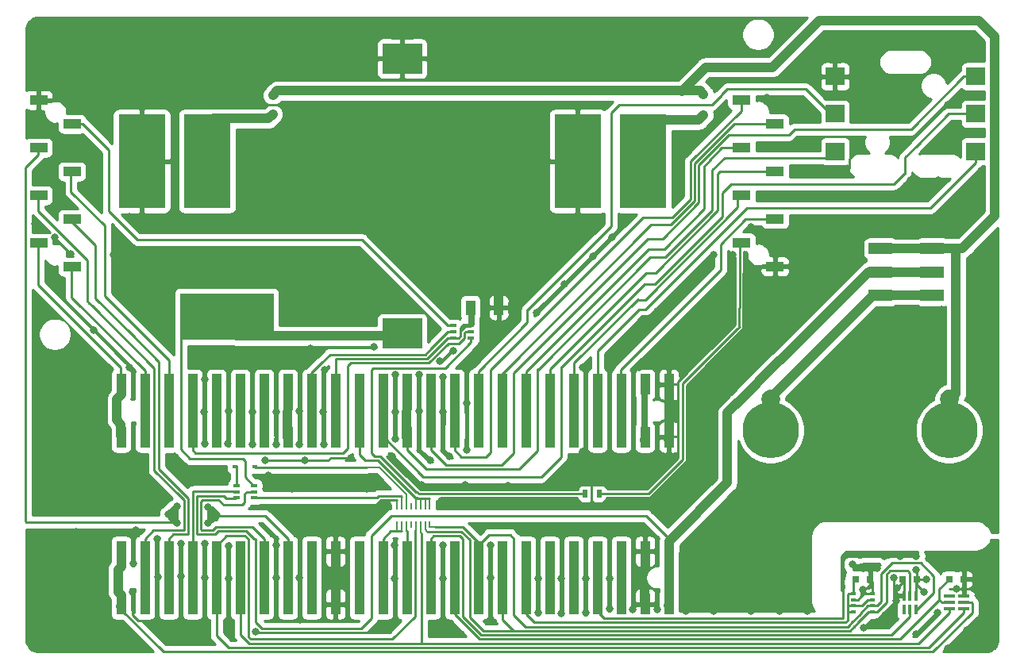
<source format=gtl>
G04 #@! TF.GenerationSoftware,KiCad,Pcbnew,(5.1.4)-1*
G04 #@! TF.CreationDate,2020-01-19T17:46:34-08:00*
G04 #@! TF.ProjectId,Light_intensity_data_logger,4c696768-745f-4696-9e74-656e73697479,rev?*
G04 #@! TF.SameCoordinates,Original*
G04 #@! TF.FileFunction,Copper,L1,Top*
G04 #@! TF.FilePolarity,Positive*
%FSLAX46Y46*%
G04 Gerber Fmt 4.6, Leading zero omitted, Abs format (unit mm)*
G04 Created by KiCad (PCBNEW (5.1.4)-1) date 2020-01-19 17:46:34*
%MOMM*%
%LPD*%
G04 APERTURE LIST*
%ADD10R,0.800000X0.750000*%
%ADD11R,1.905000X1.016000*%
%ADD12R,1.020000X2.220000*%
%ADD13R,4.200000X3.200000*%
%ADD14C,2.000000*%
%ADD15C,6.000000*%
%ADD16R,0.600000X0.450000*%
%ADD17R,0.400000X1.000000*%
%ADD18R,10.000000X5.000000*%
%ADD19R,0.450000X0.600000*%
%ADD20R,5.000000X10.000000*%
%ADD21R,1.000000X1.600000*%
%ADD22R,0.500000X0.350000*%
%ADD23R,1.200000X0.350000*%
%ADD24R,2.500000X1.200000*%
%ADD25R,2.000000X1.900000*%
%ADD26R,0.203200X0.685800*%
%ADD27R,0.500000X0.900000*%
%ADD28R,0.650000X0.400000*%
%ADD29C,0.800000*%
%ADD30C,1.000000*%
%ADD31C,0.250000*%
%ADD32C,0.200000*%
%ADD33C,0.254000*%
G04 APERTURE END LIST*
D10*
X173680000Y-92610000D03*
X172180000Y-92610000D03*
X168680000Y-92610000D03*
X167180000Y-92610000D03*
D11*
X153538540Y-54167460D03*
X153538540Y-49087460D03*
X149982540Y-51627460D03*
X149982540Y-46547460D03*
X149982540Y-56707460D03*
X153538540Y-44007460D03*
X153538540Y-59247460D03*
X149982540Y-41467460D03*
X75002540Y-41487460D03*
X78558540Y-44027460D03*
X75002540Y-46567460D03*
X78558540Y-49107460D03*
X75002540Y-51647460D03*
X78558540Y-54187460D03*
X75002540Y-56727460D03*
X78558540Y-59267460D03*
D12*
X83800000Y-89620000D03*
X83800000Y-95272000D03*
X86340000Y-89620000D03*
X86340000Y-95272000D03*
X88880000Y-89620000D03*
X91420000Y-95272000D03*
X88880000Y-95272000D03*
X91420000Y-89620000D03*
X101580000Y-89620000D03*
X96500000Y-95272000D03*
X101580000Y-95272000D03*
X99040000Y-89620000D03*
X99040000Y-95272000D03*
X93960000Y-89620000D03*
X93960000Y-95272000D03*
X96500000Y-89620000D03*
X109200000Y-95272000D03*
X111740000Y-89620000D03*
X104120000Y-89620000D03*
X106660000Y-89620000D03*
X106660000Y-95272000D03*
X111740000Y-95272000D03*
X109200000Y-89620000D03*
X104120000Y-95272000D03*
X116820000Y-95272000D03*
X121900000Y-89620000D03*
X119360000Y-95272000D03*
X121900000Y-95272000D03*
X119360000Y-89620000D03*
X114280000Y-95272000D03*
X114280000Y-89620000D03*
X116820000Y-89620000D03*
X126980000Y-95272000D03*
X129520000Y-89620000D03*
X129520000Y-95272000D03*
X132060000Y-95272000D03*
X124440000Y-89620000D03*
X132060000Y-89620000D03*
X124440000Y-95272000D03*
X126980000Y-89620000D03*
X134600000Y-95272000D03*
X137140000Y-89620000D03*
X139680000Y-89620000D03*
X139680000Y-95272000D03*
X134600000Y-89620000D03*
X137140000Y-95272000D03*
X142220000Y-89620000D03*
X142220000Y-95272000D03*
X142220000Y-77462000D03*
X142220000Y-71810000D03*
X139680000Y-77462000D03*
X139680000Y-71810000D03*
X137140000Y-77462000D03*
X137140000Y-71810000D03*
X134600000Y-77462000D03*
X134600000Y-71810000D03*
X132060000Y-77462000D03*
X132060000Y-71810000D03*
X129520000Y-77462000D03*
X129520000Y-71810000D03*
X126980000Y-77462000D03*
X126980000Y-71810000D03*
X124440000Y-77462000D03*
X124440000Y-71810000D03*
X121900000Y-77462000D03*
X121900000Y-71810000D03*
X119360000Y-77462000D03*
X119360000Y-71810000D03*
X116820000Y-77462000D03*
X116820000Y-71810000D03*
X114280000Y-77462000D03*
X114280000Y-71810000D03*
X111740000Y-77462000D03*
X111740000Y-71810000D03*
X109200000Y-77462000D03*
X109200000Y-71810000D03*
X106660000Y-77462000D03*
X106660000Y-71810000D03*
X104120000Y-77462000D03*
X104120000Y-71810000D03*
X101580000Y-77462000D03*
X101580000Y-71810000D03*
X99040000Y-77462000D03*
X99040000Y-71810000D03*
X96500000Y-77462000D03*
X96500000Y-71810000D03*
X93960000Y-77462000D03*
X93960000Y-71810000D03*
X91420000Y-77462000D03*
X91420000Y-71810000D03*
X88880000Y-77462000D03*
X88880000Y-71810000D03*
X86340000Y-77462000D03*
X86340000Y-71810000D03*
X83800000Y-77462000D03*
X83800000Y-71810000D03*
D13*
X113780000Y-66370000D03*
X113780000Y-37070000D03*
D14*
X172120000Y-73400000D03*
X153070000Y-73400000D03*
D15*
X153070000Y-76700000D03*
X172120000Y-76700000D03*
D16*
X98020000Y-80600000D03*
X95920000Y-80600000D03*
D17*
X167930000Y-95860000D03*
X167280000Y-95860000D03*
X168580000Y-95860000D03*
X167280000Y-94360000D03*
X167930000Y-94360000D03*
X168580000Y-94360000D03*
D18*
X95060000Y-64590000D03*
D19*
X146000000Y-40950000D03*
X146000000Y-43050000D03*
D20*
X132500000Y-48000000D03*
X139500000Y-48000000D03*
D21*
X121060000Y-63630000D03*
X124060000Y-63630000D03*
D22*
X161905001Y-94135000D03*
X161905001Y-94785000D03*
X161905001Y-95435000D03*
X161905001Y-96085000D03*
X163955000Y-96085000D03*
X163955000Y-95435000D03*
X163955000Y-94785000D03*
X163955000Y-94135000D03*
D23*
X173680000Y-95720000D03*
X172180000Y-95720000D03*
X173680000Y-95070000D03*
X173680000Y-94420000D03*
X172180000Y-95070000D03*
X172180000Y-94420000D03*
D24*
X170320000Y-62310000D03*
X170320000Y-59810000D03*
X170320000Y-57310000D03*
X164820000Y-57310000D03*
X164820000Y-59810000D03*
X164820000Y-62310000D03*
D25*
X174950000Y-46960000D03*
X174950000Y-42960000D03*
X174950000Y-38960000D03*
X159950000Y-46960000D03*
X159950000Y-42960000D03*
X159950000Y-38960000D03*
D26*
X113229998Y-86775200D03*
X113730000Y-86775200D03*
X114229999Y-86775200D03*
X114730000Y-86775200D03*
X115230000Y-86775200D03*
X115729998Y-86775200D03*
X116230000Y-86775200D03*
X116729999Y-86775200D03*
X116730002Y-84844800D03*
X116230000Y-84844800D03*
X115730001Y-84844800D03*
X115230000Y-84844800D03*
X114730000Y-84844800D03*
X114230002Y-84844800D03*
X113730000Y-84844800D03*
X113230001Y-84844800D03*
D27*
X133270000Y-83450000D03*
X134770000Y-83450000D03*
D28*
X96090000Y-82630000D03*
X96090000Y-83930000D03*
X97990000Y-83280000D03*
X96090000Y-83280000D03*
X97990000Y-83930000D03*
X97990000Y-82630000D03*
X119230000Y-65560000D03*
X119230000Y-66860000D03*
X121130000Y-66210000D03*
X119230000Y-66210000D03*
X121130000Y-66860000D03*
X121130000Y-65560000D03*
D19*
X100000000Y-40950000D03*
X100000000Y-43050000D03*
D10*
X162180000Y-92590000D03*
X163680000Y-92590000D03*
D20*
X86000000Y-48000000D03*
X93000000Y-48000000D03*
D29*
X166550000Y-93560000D03*
X166470000Y-94880000D03*
X166178703Y-92437044D03*
X163090000Y-91370000D03*
X164460000Y-91420000D03*
X172930000Y-93600000D03*
X174800000Y-93640000D03*
X163000000Y-97810000D03*
X165310000Y-96470000D03*
X139690000Y-91410000D03*
X139664999Y-93535001D03*
X142230000Y-73580000D03*
X142255001Y-75734999D03*
X106670000Y-91640000D03*
X106670000Y-93490000D03*
X87750000Y-55080000D03*
X93870000Y-55080000D03*
X99070000Y-55080000D03*
X103010000Y-55080000D03*
X107370000Y-55080000D03*
X116770000Y-48940000D03*
X118010000Y-55080000D03*
X129215000Y-54185000D03*
X124070000Y-60680000D03*
X88580000Y-41150000D03*
X92300000Y-41040000D03*
X104460000Y-38560000D03*
X108700000Y-38620000D03*
X110390000Y-37220000D03*
X158000000Y-39000000D03*
X155450000Y-38050000D03*
X160550000Y-36800000D03*
X164980000Y-40770000D03*
X157170000Y-36260000D03*
X159490000Y-34790000D03*
X162000000Y-35000000D03*
X162340000Y-38750000D03*
X161980000Y-40950000D03*
X162290000Y-43360000D03*
X166750000Y-46330000D03*
X169870000Y-46790000D03*
X175000000Y-45000000D03*
X175000000Y-41000000D03*
X172000000Y-42000000D03*
X172000000Y-38000000D03*
X174000000Y-36000000D03*
X168000000Y-35000000D03*
X165000000Y-35000000D03*
X144630000Y-46460000D03*
X143000000Y-49000000D03*
X143000000Y-52000000D03*
X138000000Y-54000000D03*
X128090000Y-64180000D03*
X131120000Y-61160000D03*
X134090000Y-58170000D03*
X136170000Y-56110000D03*
X134000000Y-55000000D03*
X130000000Y-58000000D03*
X127000000Y-61000000D03*
X124980000Y-57710000D03*
X122020000Y-47240000D03*
X121100000Y-59810000D03*
X119000000Y-63000000D03*
X112580000Y-57500000D03*
X116000000Y-60490000D03*
X117000000Y-66000000D03*
X114000000Y-63000000D03*
X110000000Y-65000000D03*
X109000000Y-58000000D03*
X105000000Y-61000000D03*
X102000000Y-65000000D03*
X100000000Y-58000000D03*
X90990000Y-57440000D03*
X86840000Y-57620000D03*
X84440000Y-63040000D03*
X95000000Y-60000000D03*
X83000000Y-58000000D03*
X84660000Y-69970000D03*
X80850000Y-66010000D03*
X77520000Y-61870000D03*
X91450000Y-68150000D03*
X88930000Y-67590000D03*
X97500000Y-68670000D03*
X104000000Y-68000000D03*
X74000000Y-40000000D03*
X74000000Y-35000000D03*
X76000000Y-33000000D03*
X80000000Y-33000000D03*
X85000000Y-33000000D03*
X90000000Y-33000000D03*
X95000000Y-33000000D03*
X100000000Y-33000000D03*
X105000000Y-33000000D03*
X110000000Y-33000000D03*
X115000000Y-33000000D03*
X120000000Y-33000000D03*
X124000000Y-33000000D03*
X129000000Y-33000000D03*
X134000000Y-33000000D03*
X139000000Y-33000000D03*
X144000000Y-33000000D03*
X150000000Y-33000000D03*
X155000000Y-33000000D03*
X119910000Y-38790000D03*
X124770000Y-38920000D03*
X130130000Y-38860000D03*
X135050000Y-38860000D03*
X139790000Y-38860000D03*
X148000000Y-36000000D03*
X77630000Y-40350000D03*
X75850000Y-39490000D03*
X80510000Y-41490000D03*
X96910000Y-51330000D03*
X101790000Y-44230000D03*
X110010000Y-42340000D03*
X115230000Y-42170000D03*
X120370000Y-42090000D03*
X126000000Y-46000000D03*
X110440000Y-48590000D03*
X96570000Y-46880000D03*
X102050000Y-49540000D03*
X105210000Y-42340000D03*
X125070000Y-42090000D03*
X124000000Y-51000000D03*
X168440000Y-42290000D03*
X171000000Y-50000000D03*
X168000000Y-50000000D03*
X169000000Y-52000000D03*
X162000000Y-52000000D03*
X157980000Y-51650000D03*
X153000000Y-52000000D03*
X151000000Y-55000000D03*
X147000000Y-58000000D03*
X144000000Y-62000000D03*
X141000000Y-64000000D03*
X139000000Y-67000000D03*
X136000000Y-69000000D03*
X133000000Y-70000000D03*
X133000000Y-79000000D03*
X130000000Y-82000000D03*
X134000000Y-82000000D03*
X138000000Y-82000000D03*
X141000000Y-81000000D03*
X136000000Y-80000000D03*
X139000000Y-70000000D03*
X143750000Y-70410000D03*
X142000000Y-69000000D03*
X143000000Y-66000000D03*
X146120000Y-67950000D03*
X146000000Y-63000000D03*
X148910000Y-65270000D03*
X149000000Y-58000000D03*
X118000000Y-84500000D03*
X121500000Y-84500000D03*
X126500000Y-84500000D03*
X131500000Y-84500000D03*
X136500000Y-84500000D03*
X140350000Y-84310000D03*
X142790000Y-81860000D03*
X144470000Y-79230000D03*
X144490000Y-75710000D03*
X144620000Y-72030000D03*
X147730000Y-68740000D03*
X150790000Y-65840000D03*
X175500000Y-49000000D03*
X175500000Y-53000000D03*
X172000000Y-54500000D03*
X166000000Y-55000000D03*
X161000000Y-55000000D03*
X156500000Y-56500000D03*
X152870000Y-63160000D03*
X99500000Y-81500000D03*
X102000000Y-83000000D03*
X106500000Y-82000000D03*
X110000000Y-83000000D03*
X108300000Y-79650000D03*
X118130000Y-92510000D03*
X120040000Y-98500000D03*
X117000000Y-98500000D03*
X113000000Y-89000000D03*
X113000000Y-92500000D03*
X113000000Y-97000000D03*
X111000000Y-98000000D03*
X74010000Y-93390000D03*
X74160000Y-87890000D03*
X75000000Y-85000000D03*
X75000000Y-81000000D03*
X75000000Y-75000000D03*
X75000000Y-71000000D03*
X75000000Y-63000000D03*
X79000000Y-67000000D03*
X82000000Y-70300000D03*
X77630000Y-78270000D03*
X81820000Y-82460000D03*
X81820000Y-74500000D03*
X82080000Y-78780000D03*
X80030000Y-85110000D03*
X84820000Y-79550000D03*
X85510000Y-85110000D03*
X90620000Y-81740000D03*
X79260000Y-100030000D03*
X74400000Y-99730000D03*
X85350000Y-87340000D03*
X82230000Y-90420000D03*
X84350000Y-99680000D03*
X90160000Y-92260000D03*
X87730000Y-92330000D03*
X87800000Y-97580000D03*
X90400000Y-99220000D03*
X93020000Y-97520000D03*
X177000000Y-56000000D03*
X177000000Y-61000000D03*
X177000000Y-66000000D03*
X177000000Y-71000000D03*
X177000000Y-75000000D03*
X177000000Y-80000000D03*
X177000000Y-86000000D03*
X171320000Y-85860000D03*
X166680000Y-85860000D03*
X163090000Y-86030000D03*
X159000000Y-86000000D03*
X157000000Y-89000000D03*
X157000000Y-93000000D03*
X157000000Y-96000000D03*
X154000000Y-96000000D03*
X151000000Y-96000000D03*
X147000000Y-96000000D03*
X144000000Y-96000000D03*
X144000000Y-93000000D03*
X144000000Y-89000000D03*
X147350000Y-85930000D03*
X149880000Y-83260000D03*
X151110000Y-80100000D03*
X151350000Y-87850000D03*
X161660000Y-78940000D03*
X165420000Y-70310000D03*
X155970000Y-79370000D03*
X168520000Y-78360000D03*
X172250000Y-80710000D03*
X170680000Y-71810000D03*
X155270000Y-73310000D03*
X159290000Y-69530000D03*
X162960000Y-65770000D03*
X166770000Y-63740000D03*
X171280000Y-63840000D03*
X171280000Y-68100000D03*
X172000000Y-100000000D03*
X176000000Y-100000000D03*
X176190000Y-96010000D03*
X177000000Y-93000000D03*
X177000000Y-89000000D03*
X170000000Y-90000000D03*
X171680000Y-91300000D03*
X174850000Y-91410000D03*
X174000000Y-98000000D03*
X98140000Y-98240000D03*
X162270000Y-46290000D03*
X157750000Y-46120000D03*
X152170000Y-46440000D03*
X155650000Y-48810000D03*
X160590000Y-49110000D03*
X100560000Y-85100000D03*
X103700000Y-85060000D03*
X106940000Y-84970000D03*
X111760000Y-85000000D03*
X108490000Y-87550000D03*
X105520000Y-87600000D03*
X103340000Y-87550000D03*
X80940000Y-51170000D03*
X79860000Y-46730000D03*
X75490000Y-49530000D03*
X74590000Y-44260000D03*
X122050000Y-86970000D03*
X126660000Y-87130000D03*
X130640000Y-87130000D03*
X133870000Y-87060000D03*
X138370000Y-87080000D03*
X89490000Y-42870000D03*
X89490000Y-45490000D03*
X89490000Y-47980000D03*
X89490000Y-50500000D03*
X89520000Y-53330000D03*
X84650000Y-53960000D03*
X86030000Y-41510000D03*
X83330000Y-41580000D03*
X82390000Y-45060000D03*
X134610000Y-41990000D03*
X132540000Y-41970000D03*
X129180000Y-42090000D03*
X128730000Y-44860000D03*
X128610000Y-48100000D03*
X128810000Y-51130000D03*
X132020000Y-54340000D03*
X117150000Y-37120000D03*
X114000000Y-34530000D03*
X110620000Y-34920000D03*
X117010000Y-34890000D03*
X125070000Y-82590000D03*
X120480000Y-82570000D03*
X115810000Y-82520000D03*
X112740000Y-79500000D03*
X120600000Y-69670000D03*
X122730000Y-67250000D03*
X125990000Y-63450000D03*
X124900000Y-65620000D03*
X122560000Y-62110000D03*
X120660000Y-73810000D03*
X120646678Y-78825000D03*
X113020000Y-74720000D03*
X113010000Y-70815000D03*
X113012653Y-77627347D03*
X92680000Y-74780000D03*
X92710000Y-71320000D03*
X95290000Y-74630000D03*
X100340000Y-74720000D03*
X102840000Y-78190000D03*
X102840000Y-74670000D03*
X105360000Y-74740000D03*
X115570000Y-74650000D03*
X118120000Y-74740000D03*
X115550000Y-70815000D03*
X116780000Y-79950000D03*
X105400000Y-78220000D03*
X105530000Y-70300000D03*
X118800000Y-79490000D03*
X118100000Y-70990000D03*
X92710000Y-92480000D03*
X92710000Y-88840000D03*
X95260000Y-92520000D03*
X95260000Y-89070000D03*
X95500000Y-98580000D03*
X100320000Y-88940000D03*
X100310000Y-92480000D03*
X100310000Y-96830000D03*
X102870000Y-96930000D03*
X102830000Y-92490000D03*
X118090000Y-88990000D03*
X123190000Y-92490000D03*
X123180000Y-89010000D03*
X123170000Y-97100000D03*
X128300000Y-96210000D03*
X128280000Y-92500000D03*
X130760000Y-92500000D03*
X130760000Y-96230000D03*
X133340000Y-96160000D03*
X133340000Y-92520000D03*
X135910000Y-92500000D03*
X135870000Y-95730000D03*
X138400000Y-95830000D03*
X140970000Y-95830000D03*
X168630000Y-98450000D03*
X170850000Y-96190000D03*
X153520000Y-57410000D03*
X156120000Y-59170000D03*
X153540000Y-61360000D03*
X151160000Y-60090000D03*
X155640000Y-61060000D03*
X154790000Y-56260000D03*
X152330000Y-55990000D03*
X152210000Y-61330000D03*
X155330000Y-57740000D03*
X122610000Y-65010000D03*
X125590000Y-61870000D03*
X117820000Y-69365000D03*
X119222347Y-68192347D03*
X144090000Y-37930000D03*
X171570000Y-34900000D03*
X165310000Y-43360000D03*
X79010000Y-87550000D03*
X82330000Y-95470000D03*
X78420000Y-93590000D03*
X162930000Y-93710000D03*
X161800000Y-91020000D03*
X74630000Y-54650000D03*
X76730000Y-56140000D03*
X78440000Y-57880000D03*
X110790000Y-67830000D03*
X92710000Y-78140000D03*
X95220000Y-78140000D03*
X97790000Y-78230000D03*
X100310000Y-78230000D03*
X97820000Y-74730000D03*
X95250000Y-69640000D03*
X100310000Y-69640000D03*
X103410000Y-79935000D03*
X99170000Y-79890000D03*
X89000000Y-79550000D03*
X94990000Y-81690000D03*
X85060000Y-93940000D03*
X90180000Y-88820000D03*
X87670000Y-88260000D03*
X85100000Y-90960000D03*
X152670000Y-41200000D03*
X156360000Y-41370000D03*
X157010000Y-43610000D03*
X148190000Y-42550000D03*
X169730000Y-92620000D03*
X168630000Y-91600000D03*
X168628807Y-90149999D03*
X166900000Y-90149999D03*
X169470000Y-93960000D03*
X165240000Y-90150000D03*
X93045020Y-86644990D03*
X93045020Y-84875020D03*
X94010000Y-85800000D03*
X89794980Y-86614980D03*
X88830000Y-85690000D03*
X89794980Y-84845010D03*
D30*
X114000000Y-66650000D02*
X96110000Y-66650000D01*
X96110000Y-66650000D02*
X95420000Y-65960000D01*
D31*
X95100000Y-65580000D02*
X96400000Y-65580000D01*
X96400000Y-65580000D02*
X97730000Y-66910000D01*
X95060000Y-64590000D02*
X92500000Y-64590000D01*
X92500000Y-64590000D02*
X90160000Y-66930000D01*
X90160000Y-66930000D02*
X90160000Y-78407002D01*
X90160000Y-78407002D02*
X90160000Y-78770000D01*
X97020000Y-80080000D02*
X97020000Y-81710000D01*
X97020000Y-81710000D02*
X97910000Y-82600000D01*
X90160000Y-78770000D02*
X91110000Y-79720000D01*
X91110000Y-79720000D02*
X96760000Y-79720000D01*
X96760000Y-79720000D02*
X97010000Y-79970000D01*
X97010000Y-79970000D02*
X97010000Y-80200000D01*
X163955000Y-93710000D02*
X163960000Y-93705000D01*
X163955000Y-94135000D02*
X163955000Y-93710000D01*
X163960000Y-92830000D02*
X163720000Y-92590000D01*
X163410000Y-92850000D02*
X163660000Y-92600000D01*
X167280000Y-94360000D02*
X167280000Y-93610000D01*
X173680000Y-92610000D02*
X173680000Y-94430000D01*
X163960000Y-93480000D02*
X163960000Y-92830000D01*
X163960000Y-93705000D02*
X163960000Y-93480000D01*
X167280000Y-93380000D02*
X167280000Y-92650000D01*
X167280000Y-93610000D02*
X167280000Y-93380000D01*
D30*
X86000000Y-48000000D02*
X86000000Y-50500000D01*
X132500000Y-50500000D02*
X132500000Y-48000000D01*
X139690000Y-89594000D02*
X139690000Y-91410000D01*
X139664999Y-95204999D02*
X139670000Y-95210000D01*
X142255001Y-73919001D02*
X142255001Y-75734999D01*
X142230000Y-71784000D02*
X142230000Y-73580000D01*
X142230000Y-73894000D02*
X142255001Y-73919001D01*
X142255001Y-77654999D02*
X142210000Y-77700000D01*
X106670000Y-89594000D02*
X106670000Y-91640000D01*
X106670000Y-95860000D02*
X106670000Y-95246000D01*
D31*
X161905001Y-94785000D02*
X162405001Y-94785000D01*
X163050001Y-94140000D02*
X163970000Y-94140000D01*
X167180000Y-92610000D02*
X167180000Y-92930000D01*
X167180000Y-92930000D02*
X166550000Y-93560000D01*
X166470000Y-94880000D02*
X166470000Y-93620000D01*
X166470000Y-93620000D02*
X166178703Y-93328703D01*
X166178703Y-93328703D02*
X166178703Y-92437044D01*
X162675000Y-93625000D02*
X162730000Y-93570000D01*
X162675000Y-94515000D02*
X163050001Y-94140000D01*
X162405001Y-94785000D02*
X162675000Y-94515000D01*
X163090000Y-91370000D02*
X164410000Y-91370000D01*
X164410000Y-91370000D02*
X164460000Y-91420000D01*
X163680000Y-91965000D02*
X163690000Y-91955000D01*
X163680000Y-92590000D02*
X163680000Y-91965000D01*
X163690000Y-91955000D02*
X163690000Y-91380000D01*
X163680000Y-93215000D02*
X163315000Y-93580000D01*
X163680000Y-92590000D02*
X163680000Y-93215000D01*
X162730000Y-94135685D02*
X162720000Y-94145685D01*
X162730000Y-93570000D02*
X162730000Y-94135685D01*
X162720000Y-94145685D02*
X162720000Y-94450000D01*
X172670000Y-93620000D02*
X172170000Y-93620000D01*
X173570000Y-93620000D02*
X174780000Y-93620000D01*
X174780000Y-93620000D02*
X174800000Y-93640000D01*
X172170000Y-93620000D02*
X174830000Y-93620000D01*
X174830000Y-93620000D02*
X174840000Y-93630000D01*
X166470000Y-94880000D02*
X163540000Y-97810000D01*
X163540000Y-97810000D02*
X163000000Y-97810000D01*
D30*
X139664999Y-93535001D02*
X139664999Y-95204999D01*
X142230000Y-73580000D02*
X142230000Y-73894000D01*
X142255001Y-75734999D02*
X142255001Y-77654999D01*
X106670000Y-91640000D02*
X106670000Y-93490000D01*
X106670000Y-93490000D02*
X106670000Y-95860000D01*
D32*
X113230001Y-84844800D02*
X113230000Y-84301899D01*
X113230000Y-84301899D02*
X113230000Y-84160000D01*
D31*
X106710000Y-88940000D02*
X106670000Y-88940000D01*
X111490000Y-84160000D02*
X113230000Y-84160000D01*
X113230000Y-84160000D02*
X113240000Y-84160000D01*
X86000000Y-48000000D02*
X86000000Y-42750000D01*
D30*
X128320000Y-55080000D02*
X129215000Y-54185000D01*
X132560000Y-50840000D02*
X132560000Y-49380000D01*
X90670000Y-37330000D02*
X94210000Y-37330000D01*
X124060000Y-61830000D02*
X124070000Y-61820000D01*
X124060000Y-63630000D02*
X124060000Y-61830000D01*
X124070000Y-61820000D02*
X124070000Y-60680000D01*
D31*
X142220000Y-71810000D02*
X142980000Y-71810000D01*
X153120000Y-59540000D02*
X153120000Y-59250000D01*
D30*
X93870000Y-55080000D02*
X99070000Y-55080000D01*
X99070000Y-55080000D02*
X103010000Y-55080000D01*
X103010000Y-55080000D02*
X107370000Y-55080000D01*
X107370000Y-55080000D02*
X112530000Y-55080000D01*
X112530000Y-55080000D02*
X118010000Y-55080000D01*
X118010000Y-55080000D02*
X122260000Y-55080000D01*
X122260000Y-55080000D02*
X126690000Y-55080000D01*
X126690000Y-55080000D02*
X128320000Y-55080000D01*
X124070000Y-57240000D02*
X124070000Y-55140000D01*
X124070000Y-60680000D02*
X124070000Y-57240000D01*
X90205000Y-37795000D02*
X90670000Y-37330000D01*
X94210000Y-37330000D02*
X98480000Y-37330000D01*
X98480000Y-37330000D02*
X102930000Y-37330000D01*
X102930000Y-37330000D02*
X107060000Y-37330000D01*
X107060000Y-37330000D02*
X110560000Y-37330000D01*
D31*
X80510000Y-41490000D02*
X74680000Y-41490000D01*
X110144305Y-98290010D02*
X98190010Y-98290010D01*
X111000000Y-98000000D02*
X110434315Y-98000000D01*
X110434315Y-98000000D02*
X110144305Y-98290010D01*
D32*
X98190010Y-98290010D02*
X98140000Y-98240000D01*
X110579999Y-85820001D02*
X110579999Y-85300001D01*
X110180000Y-86220000D02*
X110579999Y-85820001D01*
X110579999Y-85300001D02*
X111550000Y-84330000D01*
X111550000Y-84330000D02*
X112470000Y-84330000D01*
X112470000Y-84330000D02*
X112480000Y-84330000D01*
D31*
X130000000Y-82000000D02*
X129410000Y-82590000D01*
X129410000Y-82590000D02*
X125070000Y-82590000D01*
X125070000Y-82590000D02*
X120500000Y-82590000D01*
X120500000Y-82590000D02*
X120480000Y-82570000D01*
X120480000Y-82570000D02*
X115860000Y-82570000D01*
X115860000Y-82570000D02*
X115810000Y-82520000D01*
X115810000Y-82520000D02*
X112790000Y-79500000D01*
X112790000Y-79500000D02*
X112740000Y-79500000D01*
X120600000Y-69670000D02*
X120600000Y-73750000D01*
X120600000Y-73750000D02*
X120660000Y-73810000D01*
X120660000Y-73810000D02*
X120660000Y-78811678D01*
X120660000Y-78811678D02*
X120646678Y-78825000D01*
X113020000Y-74720000D02*
X113020000Y-70825000D01*
X113020000Y-70825000D02*
X113010000Y-70815000D01*
X113020000Y-74720000D02*
X113020000Y-77620000D01*
X113020000Y-77620000D02*
X113012653Y-77627347D01*
X115570000Y-74650000D02*
X115570000Y-70835000D01*
X115570000Y-70835000D02*
X115550000Y-70815000D01*
X115570000Y-74650000D02*
X115570000Y-78740000D01*
X115570000Y-78740000D02*
X116780000Y-79950000D01*
D30*
X153093150Y-63500000D02*
X152175009Y-64418141D01*
X155500000Y-63500000D02*
X153093150Y-63500000D01*
X152175009Y-64418141D02*
X148296575Y-68296575D01*
X148296575Y-68296575D02*
X144505010Y-72088140D01*
X144505009Y-80191731D02*
X140411730Y-84285010D01*
X144505010Y-72088140D02*
X144505009Y-80191731D01*
X130760000Y-84285010D02*
X118020000Y-84285010D01*
D31*
X142220000Y-77462000D02*
X142220000Y-80673590D01*
X127880000Y-83009990D02*
X126709990Y-83009990D01*
X114356410Y-81630000D02*
X114266410Y-81630000D01*
X126709990Y-83009990D02*
X115736400Y-83009990D01*
X115736400Y-83009990D02*
X114356410Y-81630000D01*
X114266410Y-81630000D02*
X112148205Y-79511795D01*
X112148205Y-79511795D02*
X112180000Y-79480000D01*
X112180000Y-79480000D02*
X112310000Y-79480000D01*
X114870000Y-82040000D02*
X114890000Y-82040000D01*
X112310000Y-79480000D02*
X114870000Y-82040000D01*
X114890000Y-82040000D02*
X115700000Y-82850000D01*
X115700000Y-82850000D02*
X123090000Y-82850000D01*
X123090000Y-82850000D02*
X123120000Y-82820000D01*
X143000000Y-79830000D02*
X142970000Y-79800000D01*
X142970000Y-79800000D02*
X142850000Y-79800000D01*
X142850000Y-79800000D02*
X139820000Y-82830000D01*
X142960000Y-79930000D02*
X143229990Y-79660010D01*
X142900000Y-79930000D02*
X142960000Y-79930000D01*
X142900000Y-79930000D02*
X143000000Y-79830000D01*
X140010000Y-82820000D02*
X142900000Y-79930000D01*
X143229990Y-79660010D02*
X143229991Y-71560009D01*
X143229991Y-71560009D02*
X144235000Y-70555000D01*
X143229990Y-79660010D02*
X143229990Y-77410000D01*
X143229990Y-77410000D02*
X142320000Y-77410000D01*
X142320000Y-77410000D02*
X142310000Y-77400000D01*
X142795685Y-73580000D02*
X142835685Y-73540000D01*
X142230000Y-73580000D02*
X142795685Y-73580000D01*
X142835685Y-73540000D02*
X143010000Y-73540000D01*
X143010000Y-73540000D02*
X143020000Y-73550000D01*
X143020000Y-73550000D02*
X143020000Y-75780000D01*
X118540000Y-68740000D02*
X118510000Y-68740000D01*
X118510000Y-68740000D02*
X117760000Y-69490000D01*
X117820000Y-69365000D02*
X118049694Y-69365000D01*
X118049694Y-69365000D02*
X119222347Y-68192347D01*
X103000000Y-45000000D02*
X102230000Y-44230000D01*
X102230000Y-44230000D02*
X102230000Y-44210000D01*
X102230000Y-44210000D02*
X101970000Y-43950000D01*
X161460000Y-48165062D02*
X161460000Y-48750000D01*
X161460000Y-48750000D02*
X161100000Y-49110000D01*
X161100000Y-49110000D02*
X160730000Y-49110000D01*
X161460000Y-48165062D02*
X161460000Y-47780000D01*
X161460000Y-47780000D02*
X162050000Y-47190000D01*
X162050000Y-47190000D02*
X162050000Y-46530000D01*
X162050000Y-46530000D02*
X162300000Y-46280000D01*
X163960000Y-93480000D02*
X163710000Y-93480000D01*
X163710000Y-93480000D02*
X163800000Y-93390000D01*
X163800000Y-93390000D02*
X163800000Y-92980000D01*
X163710000Y-93480000D02*
X163590000Y-93480000D01*
X163590000Y-93480000D02*
X163530000Y-93540000D01*
X162800000Y-93580000D02*
X162930000Y-93710000D01*
X162770000Y-93580000D02*
X162800000Y-93580000D01*
X162770000Y-93580000D02*
X162700000Y-93580000D01*
X163315000Y-93580000D02*
X162770000Y-93580000D01*
X163090000Y-91370000D02*
X162150000Y-91370000D01*
X162150000Y-91370000D02*
X161800000Y-91020000D01*
X117000000Y-65434315D02*
X116970000Y-65404315D01*
X117000000Y-66000000D02*
X117000000Y-65434315D01*
X116970000Y-65404315D02*
X116970000Y-64990000D01*
X116970000Y-64990000D02*
X114970000Y-62990000D01*
X114970000Y-62990000D02*
X113960000Y-62990000D01*
X153160000Y-59160000D02*
X153410000Y-59160000D01*
X144850000Y-69750000D02*
X144810000Y-69750000D01*
X144810000Y-69750000D02*
X143410000Y-71150000D01*
X111490000Y-84160000D02*
X111269990Y-84380010D01*
X111269990Y-84380010D02*
X110640000Y-85010000D01*
D32*
X79000000Y-67000000D02*
X79000000Y-66520000D01*
X79000000Y-66520000D02*
X78970000Y-66490000D01*
X78970000Y-66490000D02*
X78970000Y-66300000D01*
X78970000Y-66300000D02*
X76950000Y-64280000D01*
D31*
X149070000Y-58000000D02*
X149309990Y-58239990D01*
X149000000Y-58000000D02*
X149070000Y-58000000D01*
X149309990Y-58239990D02*
X149309990Y-62670010D01*
X149309990Y-62670010D02*
X149110000Y-62470020D01*
X149110000Y-62470020D02*
X149110000Y-58270000D01*
X148000000Y-65000000D02*
X148000000Y-63900000D01*
X148000000Y-63900000D02*
X149280000Y-62620000D01*
X151160000Y-60090000D02*
X150490000Y-59420000D01*
X150335001Y-57684991D02*
X150335001Y-62754999D01*
X150335001Y-62754999D02*
X150580000Y-62510000D01*
X150580000Y-62510000D02*
X150580000Y-62260000D01*
X150490000Y-59420000D02*
X150490000Y-57640000D01*
X76730000Y-56140000D02*
X76730000Y-56170000D01*
X76730000Y-56170000D02*
X78440000Y-57880000D01*
X120480000Y-82570000D02*
X120919990Y-83009990D01*
X120919990Y-83009990D02*
X132500000Y-83009990D01*
X132500000Y-83009990D02*
X132500000Y-82820000D01*
X132500000Y-82820000D02*
X132740000Y-82580000D01*
X135290000Y-82580000D02*
X135699990Y-82989990D01*
X132740000Y-82580000D02*
X135290000Y-82580000D01*
X135699990Y-82989990D02*
X138340010Y-82989990D01*
X138340010Y-82989990D02*
X139903600Y-82989990D01*
X139903600Y-82989990D02*
X143229990Y-79663600D01*
X143229990Y-79663600D02*
X143133590Y-79760000D01*
X143133590Y-79760000D02*
X143133590Y-79223590D01*
X143133590Y-79223590D02*
X143070000Y-79160000D01*
X143070000Y-79160000D02*
X142970000Y-79260000D01*
X142970000Y-79260000D02*
X142970000Y-79710000D01*
X140600001Y-81399999D02*
X140600001Y-81909999D01*
X141000000Y-81000000D02*
X140600001Y-81399999D01*
X140600001Y-81909999D02*
X139680000Y-82830000D01*
X139680000Y-82830000D02*
X135690000Y-82830000D01*
X121045685Y-82570000D02*
X121315685Y-82840000D01*
X120480000Y-82570000D02*
X121045685Y-82570000D01*
X121315685Y-82840000D02*
X132420000Y-82840000D01*
X140276400Y-83890010D02*
X139376382Y-83890010D01*
X144470000Y-79230000D02*
X144470000Y-79696410D01*
X144470000Y-79696410D02*
X140276400Y-83890010D01*
X139376382Y-83890010D02*
X135530000Y-83890010D01*
X135530000Y-83890010D02*
X135530000Y-84040000D01*
X135530000Y-84040000D02*
X135080000Y-84490000D01*
X135080000Y-84490000D02*
X132820000Y-84490000D01*
X132820000Y-84490000D02*
X132420000Y-84090000D01*
X132420000Y-83920000D02*
X132410010Y-83910010D01*
X132420000Y-84090000D02*
X132420000Y-83920000D01*
X132410010Y-83910010D02*
X130670000Y-83910010D01*
X130670000Y-83910010D02*
X131120010Y-83910010D01*
X131120010Y-83910010D02*
X131310000Y-84100000D01*
X131310000Y-84100000D02*
X132280000Y-84100000D01*
X132790000Y-84610000D02*
X135630000Y-84610000D01*
X132280000Y-84100000D02*
X132790000Y-84610000D01*
X135630000Y-84610000D02*
X135640000Y-84600000D01*
X135640000Y-84600000D02*
X135640000Y-84160000D01*
X135640000Y-84160000D02*
X135710000Y-84090000D01*
X135710000Y-84090000D02*
X140300000Y-84090000D01*
D30*
X150594315Y-60090000D02*
X150585010Y-60099305D01*
X151160000Y-60090000D02*
X150594315Y-60090000D01*
X150585010Y-66008140D02*
X144505010Y-72088140D01*
X150585010Y-60099305D02*
X150585010Y-66008140D01*
X144505009Y-80191731D02*
X140915010Y-83781730D01*
X146690000Y-63934315D02*
X148934990Y-61689325D01*
X146690000Y-64500000D02*
X146690000Y-63934315D01*
X148934990Y-63288270D02*
X148924990Y-63298270D01*
X148934990Y-61689325D02*
X148934990Y-63288270D01*
X148924990Y-63298270D02*
X148924990Y-65334680D01*
X148924990Y-65334680D02*
X143819835Y-70439835D01*
D31*
X142220000Y-71810000D02*
X143229990Y-71810000D01*
X134000000Y-82565685D02*
X133990000Y-82575685D01*
X134000000Y-82000000D02*
X134000000Y-82565685D01*
X133990000Y-82575685D02*
X133990000Y-84015002D01*
X133990000Y-84015002D02*
X133990000Y-84440000D01*
X133990000Y-84440000D02*
X133770000Y-84660000D01*
X133770000Y-84660000D02*
X131590000Y-84660000D01*
X131590000Y-84660000D02*
X131450000Y-84520000D01*
X150594315Y-60090000D02*
X150544315Y-60140000D01*
X150250000Y-60140000D02*
X150210010Y-60100010D01*
X150544315Y-60140000D02*
X150250000Y-60140000D01*
X150210010Y-60100010D02*
X150210010Y-57690000D01*
X108300000Y-79650000D02*
X106165000Y-79650000D01*
X106165000Y-79650000D02*
X105880000Y-79935000D01*
X105880000Y-79935000D02*
X99215000Y-79935000D01*
X99215000Y-79935000D02*
X99170000Y-79890000D01*
X85040000Y-96463590D02*
X85040000Y-94140000D01*
X87800000Y-97580000D02*
X87800000Y-97150000D01*
X87800000Y-97150000D02*
X87670000Y-97020000D01*
X87670000Y-97020000D02*
X85640000Y-97020000D01*
X85640000Y-97020000D02*
X85060000Y-96440000D01*
X101790000Y-43664315D02*
X101750000Y-43624315D01*
X101790000Y-44230000D02*
X101790000Y-43664315D01*
X101750000Y-43624315D02*
X101750000Y-42220000D01*
X101750000Y-42220000D02*
X101510000Y-41980000D01*
X101510000Y-41980000D02*
X96870000Y-41980000D01*
X96870000Y-41980000D02*
X95510000Y-40620000D01*
X75889999Y-49929999D02*
X75889999Y-49939999D01*
X75490000Y-49530000D02*
X75889999Y-49929999D01*
X75889999Y-49939999D02*
X76740000Y-50790000D01*
D30*
X93230000Y-45050000D02*
X93310000Y-45130000D01*
X93310000Y-45130000D02*
X93310000Y-45680000D01*
X93000000Y-48000000D02*
X93000000Y-44090000D01*
X93000000Y-44090000D02*
X93630000Y-43460000D01*
X93630000Y-43460000D02*
X99510000Y-43460000D01*
X99510000Y-43460000D02*
X99980000Y-42990000D01*
X171940000Y-72870000D02*
X171940000Y-76090000D01*
X173850000Y-57000000D02*
X173850000Y-56970000D01*
X173850000Y-56970000D02*
X176990000Y-53830000D01*
X176990000Y-53830000D02*
X176990000Y-34720000D01*
X176990000Y-34720000D02*
X175280000Y-33010000D01*
X151780000Y-37990000D02*
X146130000Y-37990000D01*
X146130000Y-37990000D02*
X143610000Y-40510000D01*
X164820000Y-57310000D02*
X170330000Y-57310000D01*
X170330000Y-57310000D02*
X170360000Y-57280000D01*
X173510000Y-57280000D02*
X173970000Y-56820000D01*
X172130000Y-73370000D02*
X172130000Y-76980000D01*
X172130000Y-76980000D02*
X172010000Y-77100000D01*
X172850000Y-57280000D02*
X172850000Y-72790000D01*
X172850000Y-57280000D02*
X173510000Y-57280000D01*
X170360000Y-57280000D02*
X172850000Y-57280000D01*
X172850000Y-72790000D02*
X172280000Y-73360000D01*
X172280000Y-73360000D02*
X172280000Y-77120000D01*
X151780000Y-37990000D02*
X153290000Y-37990000D01*
X153290000Y-37990000D02*
X158260000Y-33020000D01*
X158260000Y-33020000D02*
X158270000Y-33010000D01*
X158270000Y-33010000D02*
X175270000Y-33010000D01*
X175270000Y-33010000D02*
X176150000Y-33890000D01*
X102675000Y-40500000D02*
X100450000Y-40500000D01*
X100450000Y-40500000D02*
X99980000Y-40970000D01*
X142830000Y-40500000D02*
X145580000Y-40500000D01*
X142830000Y-40500000D02*
X143720000Y-40500000D01*
X102675000Y-40500000D02*
X142830000Y-40500000D01*
X145580000Y-40500000D02*
X145940000Y-40860000D01*
X170320000Y-59810000D02*
X168070000Y-59810000D01*
X168070000Y-59810000D02*
X163550000Y-59810000D01*
X163550000Y-59810000D02*
X154070000Y-69290000D01*
X142255001Y-91729001D02*
X142255001Y-95344999D01*
X142230000Y-89594000D02*
X142230000Y-91704000D01*
X142230000Y-91704000D02*
X142255001Y-91729001D01*
X142255001Y-95344999D02*
X142210000Y-95390000D01*
X154070000Y-69290000D02*
X154050000Y-69290000D01*
X154050000Y-69290000D02*
X149390000Y-73950000D01*
X142270000Y-88526758D02*
X142270000Y-89560000D01*
D31*
X98120000Y-88320000D02*
X98120000Y-88310000D01*
X109440000Y-97840000D02*
X98810000Y-97840000D01*
X98120000Y-97150000D02*
X98120000Y-88320000D01*
X98810000Y-97840000D02*
X98120000Y-97150000D01*
X110480000Y-87950000D02*
X110480000Y-96800000D01*
X110480000Y-96800000D02*
X109440000Y-97840000D01*
X112620000Y-85810000D02*
X110480000Y-87950000D01*
X139770000Y-85810000D02*
X113980000Y-85810000D01*
X142220000Y-88260000D02*
X139770000Y-85810000D01*
X142220000Y-89620000D02*
X142220000Y-88260000D01*
X113980000Y-85810000D02*
X112620000Y-85810000D01*
X96170000Y-83900000D02*
X96190000Y-83900000D01*
D30*
X149390000Y-73950000D02*
X149380000Y-73950000D01*
X148450001Y-76220001D02*
X148450001Y-82329999D01*
X148450001Y-82329999D02*
X142260000Y-88520000D01*
X148450001Y-76220001D02*
X148450001Y-74879999D01*
X148450001Y-74879999D02*
X149570000Y-73760000D01*
D31*
X97166400Y-87479990D02*
X94180010Y-87479990D01*
X98120000Y-88320000D02*
X98006410Y-88320000D01*
X98006410Y-88320000D02*
X97166400Y-87479990D01*
X94180010Y-87479990D02*
X93840000Y-87820000D01*
X91890000Y-87820000D02*
X91870010Y-87800010D01*
X93840000Y-87820000D02*
X91890000Y-87820000D01*
X91870010Y-87800010D02*
X91870010Y-86229990D01*
X91870010Y-83709990D02*
X91879990Y-83700010D01*
X91870010Y-86229990D02*
X91870010Y-83709990D01*
X91879990Y-83700010D02*
X94750010Y-83700010D01*
X94750010Y-83700010D02*
X95030000Y-83980000D01*
X95030000Y-83980000D02*
X96060000Y-83980000D01*
D30*
X153010000Y-72930000D02*
X153010000Y-75460000D01*
X170320000Y-62310000D02*
X164010000Y-62310000D01*
X164010000Y-62310000D02*
X152920000Y-73400000D01*
X153080000Y-74784213D02*
X153090000Y-74794213D01*
X153080000Y-73370000D02*
X153080000Y-74784213D01*
X153090000Y-74794213D02*
X153090000Y-77430000D01*
X137150000Y-71784000D02*
X137150000Y-77570000D01*
X137150000Y-77570000D02*
X137150000Y-77436000D01*
D31*
X150427038Y-54187460D02*
X147740000Y-56874498D01*
X153488540Y-54187460D02*
X150427038Y-54187460D01*
X147740000Y-56874498D02*
X147740000Y-59600000D01*
X147740000Y-59600000D02*
X137110000Y-70230000D01*
X137110000Y-70230000D02*
X137110000Y-71610000D01*
X137110000Y-71610000D02*
X137150000Y-71650000D01*
D30*
X129530000Y-71784000D02*
X129530000Y-77550000D01*
X129530000Y-77550000D02*
X129530000Y-77436000D01*
D31*
X153488540Y-49107460D02*
X153044040Y-49107460D01*
X147440000Y-53276410D02*
X140806410Y-59910000D01*
X147440000Y-51570000D02*
X147440000Y-53276410D01*
X140806410Y-59910000D02*
X139840000Y-59910000D01*
X139840000Y-59910000D02*
X129530000Y-70220000D01*
X129530000Y-70220000D02*
X129530000Y-72030000D01*
X129530000Y-72030000D02*
X129490000Y-72070000D01*
X129490000Y-72070000D02*
X129580000Y-72070000D01*
X129580000Y-72070000D02*
X129580000Y-72120000D01*
X129580000Y-72120000D02*
X129580000Y-71890000D01*
X152286040Y-49107460D02*
X152278580Y-49100000D01*
X153488540Y-49107460D02*
X152286040Y-49107460D01*
X147640000Y-49100000D02*
X147420000Y-49320000D01*
X152278580Y-49100000D02*
X147640000Y-49100000D01*
X147420000Y-49320000D02*
X147420000Y-51660000D01*
D30*
X132070000Y-71784000D02*
X132070000Y-77530000D01*
X132070000Y-77530000D02*
X132070000Y-77436000D01*
D31*
X138940000Y-62720000D02*
X132140000Y-69520000D01*
X132140000Y-69520000D02*
X132140000Y-72530000D01*
X132140000Y-72530000D02*
X132110000Y-72560000D01*
X149568950Y-52917460D02*
X139676410Y-62810000D01*
X139676410Y-62810000D02*
X138850000Y-62810000D01*
X149568950Y-52917460D02*
X149568950Y-51801050D01*
X149568950Y-51801050D02*
X149810000Y-51560000D01*
X149810000Y-51560000D02*
X149970000Y-51560000D01*
D30*
X126990000Y-71784000D02*
X126990000Y-77390000D01*
X126990000Y-77390000D02*
X126990000Y-77436000D01*
D31*
X126980000Y-70450000D02*
X131140000Y-66290000D01*
X126980000Y-71810000D02*
X126980000Y-70450000D01*
X131140000Y-66290000D02*
X131160000Y-66290000D01*
X146500000Y-47969230D02*
X147869230Y-46600000D01*
X147869230Y-46600000D02*
X150020000Y-46600000D01*
X137660000Y-59790000D02*
X139550000Y-57900000D01*
X137660000Y-59790000D02*
X137760000Y-59690000D01*
X131160000Y-66290000D02*
X137660000Y-59790000D01*
X139550000Y-57900000D02*
X140050000Y-57400000D01*
X140050000Y-57400000D02*
X141710000Y-57400000D01*
X141710000Y-57400000D02*
X146020000Y-53090000D01*
X146020000Y-53090000D02*
X146020000Y-48500000D01*
X146020000Y-48500000D02*
X146560000Y-47960000D01*
X149760000Y-62920000D02*
X149760000Y-56780000D01*
X149760000Y-56780000D02*
X149810000Y-56730000D01*
X149760000Y-62920000D02*
X149760000Y-63700000D01*
X135270000Y-83450000D02*
X135280000Y-83440000D01*
X134770000Y-83450000D02*
X135270000Y-83450000D01*
X143680000Y-79850000D02*
X143680000Y-71746410D01*
X135280000Y-83440000D02*
X139189982Y-83440000D01*
X143680000Y-71746410D02*
X149523205Y-65903205D01*
X149523205Y-65903205D02*
X149753205Y-65673205D01*
X149753205Y-65673205D02*
X149750000Y-65670000D01*
X149750000Y-65670000D02*
X149750000Y-63640000D01*
X143680000Y-79850000D02*
X143680000Y-79846410D01*
X139189982Y-83440000D02*
X140090000Y-83440000D01*
X140090000Y-83440000D02*
X143680000Y-79850000D01*
X143680000Y-79846410D02*
X143680000Y-79540000D01*
D30*
X124450000Y-71784000D02*
X124510000Y-77550000D01*
X124510000Y-77550000D02*
X124450000Y-77436000D01*
D31*
X153488540Y-44027460D02*
X149168950Y-44027460D01*
X149168950Y-44027460D02*
X144980010Y-48216400D01*
X144980010Y-48216400D02*
X144980010Y-49480000D01*
X144980009Y-52256401D02*
X142446410Y-54790000D01*
X144980010Y-49480000D02*
X144980009Y-52256401D01*
X142446410Y-54790000D02*
X140340000Y-54790000D01*
X140340000Y-54790000D02*
X124380000Y-70750000D01*
X124380000Y-70750000D02*
X124380000Y-71980000D01*
D30*
X119370000Y-71784000D02*
X119410000Y-77540000D01*
X119410000Y-77540000D02*
X119370000Y-77436000D01*
D31*
X119360000Y-78822000D02*
X120088000Y-79550000D01*
X119360000Y-77462000D02*
X119360000Y-78822000D01*
X120088000Y-79550000D02*
X122740000Y-79550000D01*
X122740000Y-79550000D02*
X123210000Y-79080000D01*
X149932540Y-41487460D02*
X149932540Y-42627460D01*
X149932540Y-42627460D02*
X144520000Y-48040000D01*
X144520000Y-48040000D02*
X144520000Y-48160000D01*
X139480000Y-53990000D02*
X142610000Y-53990000D01*
X123210000Y-70260000D02*
X139480000Y-53990000D01*
X123210000Y-70260000D02*
X123210000Y-70230000D01*
X123210000Y-79080000D02*
X123210000Y-70260000D01*
X142610000Y-53990000D02*
X144530000Y-52070000D01*
X144530000Y-52070000D02*
X144530000Y-48040000D01*
X79711040Y-44047460D02*
X82480000Y-46816420D01*
X78508540Y-44047460D02*
X79711040Y-44047460D01*
X82480000Y-46816420D02*
X82480000Y-53340000D01*
X82480000Y-53340000D02*
X85510000Y-56370000D01*
X85510000Y-56370000D02*
X95540000Y-56370000D01*
X109465000Y-56370000D02*
X118635000Y-65540000D01*
X95540000Y-56370000D02*
X109465000Y-56370000D01*
X118635000Y-65540000D02*
X119240000Y-65540000D01*
D30*
X88890000Y-71784000D02*
X88890000Y-77360000D01*
D31*
X88880000Y-71810000D02*
X88880000Y-69210000D01*
X88880000Y-69210000D02*
X82080000Y-62410000D01*
X82029990Y-62359990D02*
X82029990Y-54839990D01*
X82080000Y-62410000D02*
X82029990Y-62359990D01*
X82029990Y-54839990D02*
X78460000Y-51270000D01*
X78460000Y-51270000D02*
X78460000Y-49010000D01*
D30*
X86375001Y-91798399D02*
X86375001Y-95374999D01*
X86350000Y-89594000D02*
X86350000Y-91773398D01*
X86350000Y-91773398D02*
X86375001Y-91798399D01*
X86375001Y-95374999D02*
X86370000Y-95380000D01*
D31*
X87250009Y-87349991D02*
X89153600Y-87349990D01*
X86340000Y-89620000D02*
X86340000Y-88260000D01*
X86340000Y-88260000D02*
X87250009Y-87349991D01*
X90500010Y-87349990D02*
X90519980Y-87330020D01*
X89153600Y-87349990D02*
X90500010Y-87349990D01*
X90519980Y-87330020D02*
X90519980Y-84146390D01*
X90519980Y-84146390D02*
X90009991Y-83636401D01*
X90009991Y-83636401D02*
X90006401Y-83636401D01*
X90006401Y-83636401D02*
X87350000Y-80980000D01*
X87350000Y-80980000D02*
X87350000Y-75040000D01*
X87350000Y-75040000D02*
X87350000Y-70080000D01*
X79983002Y-58320000D02*
X74980000Y-53316998D01*
X74980000Y-53316998D02*
X74980000Y-51720000D01*
X80770000Y-63500000D02*
X80400000Y-63130000D01*
X80770000Y-63500000D02*
X80680000Y-63410000D01*
X87350000Y-70080000D02*
X80770000Y-63500000D01*
X80400000Y-63130000D02*
X80200000Y-62930000D01*
X80200000Y-62930000D02*
X80200000Y-58540000D01*
X80200000Y-58540000D02*
X79900000Y-58240000D01*
D30*
X88890000Y-89594000D02*
X88880000Y-95370000D01*
X88880000Y-95370000D02*
X88890000Y-95246000D01*
D31*
X88880000Y-88260000D02*
X89340000Y-87800000D01*
X88880000Y-89620000D02*
X88880000Y-88260000D01*
X90960000Y-87800000D02*
X90969990Y-87790010D01*
X89340000Y-87800000D02*
X90960000Y-87800000D01*
X90969990Y-87790010D02*
X90969990Y-83959990D01*
X90969990Y-83959990D02*
X90460000Y-83450000D01*
X90196392Y-83186392D02*
X90192802Y-83186392D01*
X90460000Y-83450000D02*
X90196392Y-83186392D01*
X90192802Y-83186392D02*
X87850000Y-80843590D01*
X87850000Y-80843590D02*
X87850000Y-72870000D01*
X87850000Y-72870000D02*
X87850000Y-69390000D01*
X87850000Y-69390000D02*
X84940000Y-66480000D01*
X84940000Y-66480000D02*
X81080000Y-62620000D01*
X81080000Y-62620000D02*
X81080000Y-57000000D01*
X81080000Y-57000000D02*
X78260000Y-54180000D01*
X74952540Y-56747460D02*
X74952540Y-61222540D01*
X74952540Y-61222540D02*
X83760000Y-70030000D01*
X83760000Y-70030000D02*
X83760000Y-71930000D01*
D30*
X83800000Y-71810000D02*
X83800000Y-72930000D01*
X83800000Y-72930000D02*
X83350000Y-73380000D01*
X83350000Y-73380000D02*
X83350000Y-75640000D01*
X83350000Y-75640000D02*
X83790000Y-76080000D01*
X83790000Y-76080000D02*
X83790000Y-77270000D01*
X86375001Y-73988399D02*
X86375001Y-77394999D01*
X86350000Y-71784000D02*
X86350000Y-73963398D01*
X86350000Y-73963398D02*
X86375001Y-73988399D01*
D31*
X78508540Y-59287460D02*
X78508540Y-62538540D01*
X78508540Y-62538540D02*
X86350000Y-70380000D01*
X86350000Y-70380000D02*
X86350000Y-72070000D01*
D30*
X106670000Y-71784000D02*
X106690000Y-77400000D01*
X106690000Y-77400000D02*
X106670000Y-77436000D01*
D31*
X119999990Y-66128600D02*
X120578590Y-65550000D01*
X119999990Y-66665010D02*
X119999990Y-66128600D01*
X119230000Y-66860000D02*
X119805000Y-66860000D01*
X119805000Y-66860000D02*
X119999990Y-66665010D01*
X120578590Y-65550000D02*
X121110000Y-65550000D01*
X106660000Y-71810000D02*
X106660000Y-71210000D01*
X106660000Y-71210000D02*
X106660000Y-69320000D01*
X106660000Y-69320000D02*
X106660000Y-69310000D01*
X106660000Y-69310000D02*
X106660000Y-69070010D01*
X116446400Y-69070010D02*
X118636410Y-66880000D01*
X106660000Y-69070010D02*
X116446400Y-69070010D01*
X118636410Y-66880000D02*
X119290000Y-66880000D01*
X121130000Y-65560000D02*
X121130000Y-65110000D01*
X121130000Y-65110000D02*
X121130000Y-63850000D01*
X121130000Y-65560000D02*
X121070000Y-65560000D01*
X121070000Y-65560000D02*
X120900000Y-65390000D01*
X120900000Y-65390000D02*
X120900000Y-64280000D01*
X121130000Y-65560000D02*
X121210000Y-65560000D01*
X121210000Y-65560000D02*
X121340000Y-65430000D01*
X121340000Y-65430000D02*
X121340000Y-64190000D01*
X121340000Y-64190000D02*
X121260000Y-64110000D01*
X121130000Y-65560000D02*
X121050000Y-65560000D01*
X121050000Y-65560000D02*
X120970000Y-65480000D01*
X120970000Y-65480000D02*
X120320000Y-65480000D01*
X120320000Y-65480000D02*
X120000000Y-65800000D01*
X120000000Y-65800000D02*
X120000000Y-66170000D01*
X121130000Y-65560000D02*
X121060000Y-65560000D01*
X121060000Y-65560000D02*
X120970000Y-65650000D01*
X120970000Y-65650000D02*
X120480000Y-65650000D01*
D30*
X134610000Y-71784000D02*
X134610000Y-77390000D01*
X134610000Y-77390000D02*
X134610000Y-77436000D01*
D31*
X134590000Y-70760000D02*
X134590000Y-71860000D01*
X174950000Y-46960000D02*
X174950000Y-48160000D01*
X174950000Y-48160000D02*
X170130000Y-52980000D01*
X170130000Y-52980000D02*
X151180000Y-52980000D01*
X139020000Y-63810000D02*
X134610000Y-68220000D01*
X134610000Y-68220000D02*
X134610000Y-73030000D01*
X151180000Y-52980000D02*
X150540000Y-52980000D01*
X150540000Y-52980000D02*
X139730000Y-63790000D01*
X139730000Y-63790000D02*
X139000000Y-63790000D01*
X121130000Y-67310000D02*
X118350000Y-70090000D01*
X121130000Y-66860000D02*
X121130000Y-67310000D01*
X118350000Y-70090000D02*
X110680000Y-70090000D01*
X110680000Y-70090000D02*
X110470000Y-70300000D01*
X110470000Y-70300000D02*
X110470000Y-77420000D01*
X110819990Y-79469990D02*
X111469990Y-79469990D01*
X110470000Y-77420000D02*
X110470000Y-79120000D01*
X110470000Y-79120000D02*
X110819990Y-79469990D01*
X115270000Y-83270000D02*
X115360000Y-83270000D01*
X111469990Y-79469990D02*
X115270000Y-83270000D01*
X115360000Y-83270000D02*
X115550000Y-83460000D01*
X115550000Y-83460000D02*
X133280000Y-83460000D01*
D30*
X116830000Y-89594000D02*
X116830000Y-95590000D01*
X116830000Y-95590000D02*
X116830000Y-95246000D01*
D31*
X167930000Y-96610000D02*
X165979960Y-98560040D01*
X167930000Y-95860000D02*
X167930000Y-96610000D01*
X165979960Y-98560040D02*
X155526400Y-98560040D01*
X155526400Y-98560040D02*
X122980040Y-98560040D01*
X122980040Y-98560040D02*
X122260040Y-98560040D01*
X116850000Y-88710000D02*
X116850000Y-89640000D01*
X122260040Y-98560040D02*
X122186450Y-98560040D01*
X122186450Y-98560040D02*
X120250000Y-96623590D01*
X120250000Y-96623590D02*
X120250000Y-88320000D01*
X120250000Y-88320000D02*
X119890000Y-87960000D01*
X119890000Y-87960000D02*
X117570000Y-87960000D01*
X116820000Y-88260000D02*
X117120000Y-87960000D01*
X116820000Y-89620000D02*
X116820000Y-88260000D01*
X117120000Y-87960000D02*
X117860000Y-87960000D01*
X111303600Y-83709990D02*
X113609990Y-83709990D01*
X97990000Y-83930000D02*
X111083590Y-83930000D01*
X111083590Y-83930000D02*
X111303600Y-83709990D01*
X113609990Y-83709990D02*
X113720000Y-83820000D01*
D32*
X113730000Y-84844800D02*
X113730000Y-84301900D01*
X113730000Y-84301900D02*
X113730000Y-83810000D01*
D30*
X114290000Y-89594000D02*
X114290000Y-95490000D01*
X114290000Y-95490000D02*
X114290000Y-95246000D01*
D31*
X114280000Y-89620000D02*
X114280000Y-87490000D01*
D32*
X114229999Y-86775200D02*
X114230000Y-87318101D01*
X114230000Y-87318101D02*
X114230000Y-87450000D01*
X114230000Y-87450000D02*
X114280000Y-87500000D01*
D30*
X111750000Y-89594000D02*
X111750000Y-95780000D01*
X111750000Y-95780000D02*
X111750000Y-95246000D01*
D31*
X111740000Y-88260000D02*
X112520000Y-87480000D01*
X111740000Y-89620000D02*
X111740000Y-88260000D01*
X112520000Y-87480000D02*
X113730000Y-87480000D01*
D32*
X113730000Y-86775200D02*
X113730000Y-87318100D01*
X113730000Y-87318100D02*
X113730000Y-87500000D01*
X113229998Y-87318100D02*
X113230000Y-87318102D01*
X113229998Y-86775200D02*
X113229998Y-87318100D01*
X113230000Y-87318102D02*
X113230000Y-87500000D01*
D30*
X93970000Y-89594000D02*
X93970000Y-95480000D01*
X93970000Y-95480000D02*
X93970000Y-95246000D01*
D31*
X169914930Y-99910070D02*
X169051340Y-99910070D01*
X173680000Y-95720000D02*
X173680000Y-96145000D01*
X173680000Y-96145000D02*
X169914930Y-99910070D01*
X169051340Y-99910070D02*
X166430000Y-99910070D01*
X166430000Y-99910070D02*
X123096400Y-99910070D01*
X123096400Y-99910070D02*
X97940070Y-99910070D01*
X93940000Y-95910000D02*
X93940000Y-95260000D01*
X93960000Y-89020000D02*
X95050000Y-87930000D01*
X93960000Y-89620000D02*
X93960000Y-89020000D01*
D32*
X115230000Y-86775200D02*
X115230000Y-87318100D01*
X115230000Y-87318100D02*
X115230000Y-87390000D01*
X115230000Y-87390000D02*
X115150000Y-87470000D01*
D31*
X93960000Y-95272000D02*
X93960000Y-98630000D01*
X93960000Y-98630000D02*
X95240070Y-99910070D01*
X95240070Y-99910070D02*
X98370000Y-99910070D01*
X95050000Y-87930000D02*
X96980000Y-87930000D01*
X96980000Y-87930000D02*
X97390000Y-88340000D01*
X97390000Y-98780000D02*
X97620050Y-99010050D01*
X97390000Y-88340000D02*
X97390000Y-98780000D01*
X97620050Y-99010050D02*
X112749950Y-99010050D01*
X112749950Y-99010050D02*
X112710000Y-99010050D01*
X115170000Y-96590000D02*
X115170000Y-87840000D01*
X115170000Y-96590000D02*
X112749950Y-99010050D01*
X115170000Y-87840000D02*
X115170000Y-87480000D01*
D30*
X96510000Y-89594000D02*
X96520000Y-95830000D01*
X96520000Y-95830000D02*
X96510000Y-95246000D01*
D31*
X168864940Y-99460060D02*
X166352760Y-99460060D01*
X172180000Y-95720000D02*
X172180000Y-96145000D01*
X172180000Y-96145000D02*
X168864940Y-99460060D01*
X166352760Y-99460060D02*
X164046400Y-99460060D01*
X164046400Y-99460060D02*
X122910000Y-99460060D01*
X96540000Y-95890000D02*
X96540000Y-95220000D01*
X115519940Y-99460060D02*
X100110060Y-99460060D01*
X115659940Y-99460060D02*
X115519940Y-99460060D01*
X122910000Y-99460060D02*
X115659940Y-99460060D01*
X115870000Y-96730000D02*
X115870000Y-90040000D01*
X115870000Y-90040000D02*
X115870000Y-87990000D01*
X115870000Y-96730000D02*
X115870000Y-99460000D01*
X115870000Y-87990000D02*
X115870000Y-87740000D01*
D32*
X115729998Y-86775200D02*
X115729998Y-87339998D01*
X115729998Y-87339998D02*
X115729998Y-87609998D01*
X115729998Y-87609998D02*
X115880000Y-87760000D01*
D31*
X96500000Y-95272000D02*
X96500000Y-96632000D01*
X96500000Y-98530000D02*
X97430000Y-99460000D01*
X96500000Y-96632000D02*
X96500000Y-98530000D01*
X97440060Y-99460060D02*
X97753670Y-99460060D01*
X97430000Y-99460000D02*
X97440000Y-99460000D01*
X97440000Y-99460000D02*
X97440060Y-99460060D01*
X97753670Y-99460060D02*
X100190000Y-99460060D01*
D30*
X109210000Y-71784000D02*
X109220000Y-77450000D01*
X109220000Y-77450000D02*
X109210000Y-77436000D01*
D32*
X115230000Y-84844800D02*
X115230000Y-84301900D01*
X115230000Y-84301900D02*
X115230000Y-83950000D01*
X115730001Y-84844800D02*
X115730000Y-84301899D01*
X115730000Y-84301899D02*
X115730000Y-83930000D01*
X116230000Y-84844800D02*
X116230000Y-84301900D01*
X116230000Y-84301900D02*
X116230000Y-83920000D01*
X116730002Y-84301900D02*
X116730000Y-84301898D01*
X116730002Y-84844800D02*
X116730002Y-84301900D01*
X116730000Y-84301898D02*
X116730000Y-83950000D01*
D31*
X116730000Y-83950000D02*
X115210000Y-83950000D01*
X109340000Y-78080000D02*
X109340000Y-78070000D01*
X109200000Y-77462000D02*
X109200000Y-78822000D01*
X109200000Y-78822000D02*
X109200000Y-79300000D01*
X109200000Y-79300000D02*
X109820000Y-79920000D01*
X111180000Y-79920000D02*
X115190000Y-83930000D01*
X109820000Y-79920000D02*
X111180000Y-79920000D01*
X115190000Y-83930000D02*
X115440000Y-83930000D01*
D30*
X111750000Y-71784000D02*
X111770000Y-77510000D01*
X111770000Y-77510000D02*
X111750000Y-77436000D01*
D31*
X111740000Y-77462000D02*
X111740000Y-78062000D01*
X130740000Y-79550000D02*
X130740000Y-70490000D01*
X174950000Y-42960000D02*
X172060000Y-42960000D01*
X172060000Y-42960000D02*
X168660000Y-46360000D01*
X168660000Y-46360000D02*
X168650000Y-46360000D01*
X168650000Y-46360000D02*
X167410000Y-47600000D01*
X167410000Y-47600000D02*
X167410000Y-49320000D01*
X130720000Y-70480000D02*
X130720000Y-72220000D01*
X167410000Y-49320000D02*
X167330000Y-49320000D01*
X167330000Y-49320000D02*
X166800000Y-49850000D01*
X166800000Y-49850000D02*
X166770000Y-49850000D01*
X147890010Y-51383600D02*
X147890010Y-53929990D01*
X148853610Y-50420000D02*
X147890010Y-51383600D01*
X166770000Y-49850000D02*
X166200000Y-50420000D01*
X166200000Y-50420000D02*
X148853610Y-50420000D01*
X147890010Y-53929990D02*
X147890010Y-53959990D01*
X147890010Y-53959990D02*
X140740000Y-61110000D01*
X140740000Y-61110000D02*
X139610000Y-61110000D01*
X139610000Y-61110000D02*
X130710000Y-70010000D01*
X130740000Y-70490000D02*
X130740000Y-69970000D01*
X130740000Y-69970000D02*
X130750000Y-69960000D01*
X128610000Y-81680000D02*
X116040000Y-81680000D01*
X130740000Y-79550000D02*
X128610000Y-81680000D01*
X116040000Y-81680000D02*
X111740000Y-77380000D01*
D30*
X114290000Y-71784000D02*
X114270000Y-77490000D01*
X114270000Y-77490000D02*
X114290000Y-77436000D01*
D31*
X116338010Y-80880010D02*
X126239990Y-80880010D01*
X114280000Y-77462000D02*
X114280000Y-78822000D01*
X114280000Y-78822000D02*
X116338010Y-80880010D01*
X126239990Y-80880010D02*
X128220000Y-78900000D01*
X128220000Y-70280000D02*
X128260000Y-70280000D01*
X128220000Y-70280000D02*
X128220000Y-70200000D01*
X128220000Y-78900000D02*
X128220000Y-70280000D01*
X128260000Y-70280000D02*
X140260000Y-58280000D01*
X140260000Y-58280000D02*
X141800000Y-58280000D01*
X141800000Y-58280000D02*
X146840000Y-53240000D01*
X146840000Y-53240000D02*
X146840000Y-50750000D01*
X149980000Y-47640000D02*
X159770000Y-47640000D01*
X159770000Y-47640000D02*
X159950000Y-47460000D01*
X159950000Y-47460000D02*
X159950000Y-47070000D01*
X146840000Y-50750000D02*
X146840000Y-48970000D01*
X146840000Y-48970000D02*
X148160000Y-47650000D01*
X148160000Y-47650000D02*
X150110000Y-47650000D01*
D30*
X116830000Y-71784000D02*
X116840000Y-77440000D01*
X116840000Y-77440000D02*
X116830000Y-77436000D01*
D31*
X173700000Y-38960000D02*
X168060000Y-44600000D01*
X174950000Y-38960000D02*
X173700000Y-38960000D01*
X168060000Y-44600000D02*
X155610000Y-44600000D01*
X155610000Y-44600000D02*
X155010000Y-45200000D01*
X155010000Y-45200000D02*
X148632820Y-45200000D01*
X148632820Y-45200000D02*
X145430020Y-48402800D01*
X145430020Y-48402800D02*
X145430020Y-49020000D01*
X145430018Y-52442802D02*
X141572820Y-56300000D01*
X145430020Y-49020000D02*
X145430018Y-52442802D01*
X139973610Y-56300000D02*
X126780000Y-69493610D01*
X141572820Y-56300000D02*
X139973610Y-56300000D01*
X125680000Y-78427002D02*
X125680000Y-70590000D01*
X125680000Y-70590000D02*
X126790000Y-69480000D01*
X116820000Y-77462000D02*
X116820000Y-78822000D01*
X116820000Y-78822000D02*
X118428000Y-80430000D01*
X118428000Y-80430000D02*
X124410000Y-80430000D01*
X125680000Y-78427002D02*
X125680000Y-79160000D01*
X125680000Y-79160000D02*
X124410000Y-80430000D01*
X124410000Y-80430000D02*
X124400000Y-80430000D01*
D30*
X121910000Y-71784000D02*
X121930000Y-77530000D01*
X121930000Y-77530000D02*
X121910000Y-77436000D01*
D31*
X136060000Y-54960000D02*
X127150000Y-63870000D01*
X121900000Y-70450000D02*
X127140000Y-65210000D01*
X121900000Y-71810000D02*
X121900000Y-70450000D01*
X127140000Y-65210000D02*
X127140000Y-63870000D01*
X136060000Y-54960000D02*
X136060000Y-42870000D01*
X136060000Y-42870000D02*
X136950000Y-41980000D01*
X136950000Y-41980000D02*
X146800000Y-41980000D01*
X146800000Y-41980000D02*
X147850000Y-40930000D01*
X147850000Y-40930000D02*
X147850000Y-40910000D01*
X147850000Y-40910000D02*
X148460000Y-40300000D01*
X148460000Y-40300000D02*
X156790000Y-40300000D01*
X156790000Y-40300000D02*
X159420000Y-42930000D01*
X159420000Y-42930000D02*
X159780000Y-42930000D01*
D30*
X109210000Y-89594000D02*
X109210000Y-95650000D01*
X109210000Y-95650000D02*
X109210000Y-95246000D01*
X104130000Y-89594000D02*
X104130000Y-95800000D01*
X104130000Y-95800000D02*
X104130000Y-95246000D01*
X121910000Y-89594000D02*
X121910000Y-95570000D01*
X121910000Y-95570000D02*
X121910000Y-95246000D01*
D31*
X163955000Y-95435000D02*
X164455000Y-95435000D01*
X164455000Y-95435000D02*
X164890000Y-95000000D01*
X164890000Y-92016335D02*
X165644301Y-91262034D01*
X164890000Y-95000000D02*
X164890000Y-94010000D01*
X164890000Y-94010000D02*
X164890000Y-92016335D01*
X163455000Y-95435000D02*
X162640000Y-96250000D01*
X163955000Y-95435000D02*
X163455000Y-95435000D01*
X162640000Y-96250000D02*
X162640000Y-96360003D01*
X125700000Y-96197002D02*
X125700000Y-88260000D01*
X125700000Y-88260000D02*
X125300000Y-87860000D01*
X125300000Y-87860000D02*
X123070000Y-87860000D01*
X123070000Y-87860000D02*
X121890000Y-89040000D01*
X162640000Y-96360003D02*
X161769993Y-97230010D01*
X165644301Y-91262034D02*
X166031336Y-90874999D01*
X166031336Y-90874999D02*
X168978001Y-90874999D01*
X170075001Y-94404999D02*
X168600000Y-95880000D01*
X170455001Y-92271999D02*
X170455001Y-94048001D01*
X168978001Y-90874999D02*
X169058001Y-90874999D01*
X169058001Y-90874999D02*
X170455001Y-92271999D01*
X170455001Y-94048001D02*
X170195001Y-94308001D01*
X170195001Y-94308001D02*
X170021501Y-94481501D01*
X126940020Y-97660020D02*
X125700000Y-96420000D01*
X157002800Y-97660020D02*
X126940020Y-97660020D01*
X125700000Y-96420000D02*
X125700000Y-95930000D01*
X161506385Y-97493618D02*
X161506385Y-97497205D01*
X161769993Y-97230010D02*
X161506385Y-97493618D01*
X161343570Y-97660020D02*
X157375600Y-97660020D01*
X161506385Y-97497205D02*
X161343570Y-97660020D01*
X157375600Y-97660020D02*
X156430000Y-97660020D01*
X120262800Y-87059980D02*
X118466400Y-87059980D01*
X121900000Y-89620000D02*
X121900000Y-88697180D01*
X121900000Y-88697180D02*
X120262800Y-87059980D01*
X118466400Y-87059980D02*
X117280000Y-87059980D01*
D32*
X117280000Y-87059980D02*
X116799980Y-87059980D01*
X116799980Y-87059980D02*
X116730000Y-86990000D01*
D30*
X124450000Y-89594000D02*
X124450000Y-95310000D01*
X124450000Y-95310000D02*
X124450000Y-95246000D01*
D31*
X167930000Y-94360000D02*
X167930000Y-91940000D01*
X167930000Y-91940000D02*
X167830000Y-91840000D01*
X165830702Y-91712043D02*
X165450000Y-92092745D01*
X166662043Y-91712043D02*
X165830702Y-91712043D01*
X165450000Y-95076410D02*
X164780000Y-95746410D01*
X165450000Y-92092745D02*
X165450000Y-95076410D01*
X164780000Y-95746410D02*
X164641400Y-95885010D01*
X164300002Y-96100000D02*
X163920000Y-96100000D01*
X164426410Y-96100000D02*
X164641400Y-95885010D01*
X164300002Y-96100000D02*
X164426410Y-96100000D01*
X164641400Y-95885010D02*
X164693205Y-95833205D01*
X167830000Y-91840000D02*
X167750000Y-91760000D01*
X167750000Y-91760000D02*
X167702044Y-91712044D01*
X167702044Y-91712044D02*
X166620000Y-91712044D01*
X163551413Y-96085000D02*
X162436403Y-97200010D01*
X163955000Y-96085000D02*
X163551413Y-96085000D01*
X162436403Y-97200010D02*
X161956394Y-97680019D01*
X157189200Y-98110030D02*
X155340000Y-98110030D01*
X125680030Y-98110030D02*
X124490000Y-96920000D01*
X155340000Y-98110030D02*
X125680030Y-98110030D01*
X124490000Y-96920000D02*
X124490000Y-96050000D01*
X157189200Y-98110030D02*
X161529970Y-98110030D01*
X161529970Y-98110030D02*
X161990000Y-97650000D01*
X122420030Y-98110030D02*
X120980000Y-96670000D01*
X125680030Y-98110030D02*
X122420030Y-98110030D01*
X120980000Y-96610000D02*
X120990000Y-96600000D01*
X120980000Y-96670000D02*
X120980000Y-96610000D01*
X120990000Y-96600000D02*
X120990000Y-90890000D01*
X120990000Y-90890000D02*
X120990000Y-88480000D01*
X120990000Y-88423590D02*
X120076400Y-87509990D01*
X120990000Y-88480000D02*
X120990000Y-88423590D01*
X120076400Y-87509990D02*
X118280000Y-87509990D01*
X118280000Y-87509990D02*
X116779990Y-87509990D01*
X116779990Y-87509990D02*
X116435287Y-87509990D01*
D32*
X116230000Y-87318100D02*
X116430000Y-87518100D01*
X116230000Y-86775200D02*
X116230000Y-87318100D01*
X116430000Y-87518100D02*
X116430000Y-87530000D01*
D30*
X139500000Y-48000000D02*
X139500000Y-44640000D01*
X139500000Y-44640000D02*
X140530000Y-43610000D01*
X140530000Y-43610000D02*
X145410000Y-43610000D01*
X145410000Y-43610000D02*
X145940000Y-43080000D01*
X83784999Y-95454999D02*
X83790000Y-95460000D01*
D31*
X174605001Y-96155001D02*
X170399922Y-100360080D01*
X174605001Y-95145001D02*
X174605001Y-96155001D01*
X173680000Y-95070000D02*
X174530000Y-95070000D01*
X174530000Y-95070000D02*
X174605001Y-95145001D01*
X170399922Y-100360080D02*
X88300080Y-100360080D01*
X88300080Y-100360080D02*
X83750000Y-95810000D01*
X83750000Y-95810000D02*
X83750000Y-95160000D01*
D30*
X83800000Y-89620000D02*
X83800000Y-91230000D01*
X83800000Y-91230000D02*
X83470000Y-91560000D01*
X83470000Y-91560000D02*
X83470000Y-93940000D01*
X83470000Y-93940000D02*
X83810000Y-94280000D01*
X83810000Y-94280000D02*
X83810000Y-95160000D01*
X139664999Y-77754999D02*
X139670000Y-77760000D01*
D31*
X139680000Y-73170000D02*
X139400000Y-73450000D01*
X139680000Y-71810000D02*
X139680000Y-73170000D01*
X139400000Y-73450000D02*
X139400000Y-77300000D01*
X139400000Y-77300000D02*
X139670000Y-77570000D01*
X139680000Y-71810000D02*
X139680000Y-72440000D01*
X139680000Y-72440000D02*
X139400000Y-72720000D01*
X139400000Y-72720000D02*
X139400000Y-73540000D01*
X139400000Y-73540000D02*
X139400000Y-72530000D01*
X139400000Y-72530000D02*
X139610000Y-72740000D01*
X139610000Y-72740000D02*
X139610000Y-76560000D01*
X139610000Y-76560000D02*
X139760000Y-76560000D01*
X139760000Y-76560000D02*
X139820000Y-76500000D01*
X139820000Y-76500000D02*
X139820000Y-72500000D01*
D30*
X99050000Y-71784000D02*
X99050000Y-77360000D01*
X99050000Y-77360000D02*
X99090000Y-77400000D01*
X96510000Y-73894000D02*
X96520000Y-73904000D01*
X96510000Y-71784000D02*
X96510000Y-73894000D01*
X96520000Y-73904000D02*
X96520000Y-77310000D01*
X137150000Y-89594000D02*
X137150000Y-95570000D01*
X137150000Y-95570000D02*
X137150000Y-95246000D01*
X129530000Y-89594000D02*
X129530000Y-95430000D01*
X129530000Y-95430000D02*
X129530000Y-95246000D01*
D31*
X129240000Y-88660000D02*
X129510000Y-88930000D01*
X129510000Y-88930000D02*
X129510000Y-89600000D01*
D30*
X132070000Y-89594000D02*
X132070000Y-95510000D01*
X132070000Y-95510000D02*
X132070000Y-95246000D01*
D31*
X132070000Y-89590000D02*
X132090000Y-89590000D01*
D32*
X114230002Y-84844800D02*
X114230002Y-83571056D01*
D31*
X98090000Y-80660000D02*
X98030000Y-80600000D01*
D32*
X114230002Y-83571056D02*
X112104473Y-81445527D01*
X112104473Y-81445527D02*
X111318946Y-80660000D01*
X111318946Y-80660000D02*
X109830000Y-80660000D01*
D31*
X99980000Y-80660000D02*
X98090000Y-80660000D01*
X99980000Y-80660000D02*
X110010000Y-80660000D01*
X96090000Y-82630000D02*
X96090000Y-82180000D01*
X96090000Y-82180000D02*
X96090000Y-80530000D01*
X96090000Y-80530000D02*
X96030000Y-80530000D01*
X96030000Y-80530000D02*
X95940000Y-80620000D01*
X161365001Y-95435000D02*
X161360001Y-95440000D01*
X161865001Y-95435000D02*
X161365001Y-95435000D01*
X161360001Y-95440000D02*
X161290000Y-95440000D01*
X161290000Y-94210001D02*
X161290000Y-96090000D01*
X161290000Y-96090000D02*
X161850000Y-96090000D01*
X161365001Y-94135000D02*
X161290000Y-94210001D01*
X161865001Y-94135000D02*
X161365001Y-94135000D01*
X161905001Y-94135000D02*
X161905001Y-92634999D01*
X161905001Y-92634999D02*
X161930000Y-92610000D01*
D30*
X126990000Y-89594000D02*
X126990000Y-95530000D01*
X126990000Y-95530000D02*
X126990000Y-95246000D01*
D31*
X163455000Y-94785000D02*
X162790000Y-95450000D01*
X163955000Y-94785000D02*
X163455000Y-94785000D01*
X162790000Y-95450000D02*
X161800000Y-95450000D01*
X161290000Y-96090000D02*
X161290000Y-96100000D01*
X156816400Y-97210010D02*
X131010010Y-97210010D01*
X131010010Y-97210010D02*
X127880010Y-97210010D01*
X127880010Y-97210010D02*
X126980000Y-96310000D01*
X126980000Y-96310000D02*
X126980000Y-95400000D01*
X161290000Y-96990000D02*
X161069990Y-97210010D01*
X161290000Y-96090000D02*
X161290000Y-96990000D01*
X161069990Y-97210010D02*
X157562000Y-97210010D01*
X157562000Y-97210010D02*
X156540000Y-97210010D01*
X168580000Y-94360000D02*
X168580000Y-93610000D01*
X168580000Y-93610000D02*
X168580000Y-92660000D01*
D30*
X134610000Y-89594000D02*
X134610000Y-95650000D01*
X134610000Y-95650000D02*
X134610000Y-95246000D01*
D31*
X134430000Y-95840000D02*
X134430000Y-95280000D01*
X168680000Y-92900000D02*
X168680000Y-92610000D01*
X168680000Y-92610000D02*
X168680000Y-91985000D01*
X168680000Y-91985000D02*
X168680000Y-91570000D01*
X168628807Y-90149999D02*
X166900000Y-90149999D01*
X169330000Y-92610000D02*
X169340000Y-92600000D01*
X168680000Y-92610000D02*
X169330000Y-92610000D01*
X169340000Y-92600000D02*
X169730000Y-92600000D01*
X166900000Y-90149999D02*
X163236999Y-90149999D01*
X156630000Y-96760000D02*
X135340000Y-96760000D01*
X135340000Y-96760000D02*
X135300000Y-96720000D01*
X135340000Y-96760000D02*
X134930000Y-96350000D01*
X134930000Y-96350000D02*
X134620000Y-96040000D01*
X134620000Y-96040000D02*
X134620000Y-95370000D01*
X168680000Y-92610000D02*
X168680000Y-93170000D01*
X168680000Y-93170000D02*
X169470000Y-93960000D01*
X163236999Y-90149999D02*
X162990001Y-90149999D01*
X160839991Y-92300009D02*
X160839990Y-95903600D01*
X160839990Y-96750010D02*
X160830000Y-96760000D01*
X160839990Y-95903600D02*
X160839990Y-96750010D01*
X160830000Y-96760000D02*
X160030000Y-96760000D01*
X160030000Y-96760000D02*
X157748400Y-96760000D01*
X157748400Y-96760000D02*
X156420000Y-96760000D01*
X160839991Y-92300009D02*
X160839991Y-90169991D01*
X160839991Y-90169991D02*
X160859982Y-90150000D01*
X160859982Y-90150000D02*
X163210000Y-90150000D01*
X172180000Y-92610000D02*
X172155000Y-92610000D01*
X171085010Y-94805010D02*
X171370000Y-95090000D01*
X171370000Y-95090000D02*
X172150000Y-95090000D01*
X171085010Y-94805010D02*
X171085010Y-93654990D01*
X171085010Y-93654990D02*
X172140000Y-92600000D01*
D30*
X119370000Y-89594000D02*
X119370000Y-95680000D01*
X119370000Y-95680000D02*
X119370000Y-95246000D01*
D31*
X166879970Y-99010050D02*
X166166360Y-99010050D01*
X171085010Y-94805010D02*
X166879970Y-99010050D01*
X166166360Y-99010050D02*
X163860000Y-99010050D01*
X163860000Y-99010050D02*
X122000050Y-99010050D01*
X122000050Y-99010050D02*
X119370000Y-96380000D01*
X119370000Y-96380000D02*
X119370000Y-95180000D01*
D30*
X91430000Y-71784000D02*
X91430000Y-77490000D01*
D31*
X107460000Y-79170000D02*
X107970000Y-78660000D01*
X107970000Y-78660000D02*
X107970000Y-70834998D01*
X107970000Y-69880000D02*
X108240000Y-69610000D01*
X107970000Y-70834998D02*
X107970000Y-69880000D01*
X108240000Y-69600000D02*
X108319980Y-69520020D01*
X108240000Y-69610000D02*
X108240000Y-69600000D01*
X108319980Y-69520020D02*
X109420000Y-69520020D01*
X109420000Y-69520020D02*
X116632801Y-69520019D01*
X116632801Y-69520019D02*
X118702820Y-67450000D01*
X119851410Y-67450000D02*
X120449999Y-66851411D01*
X118702820Y-67450000D02*
X119851410Y-67450000D01*
X120449999Y-66851411D02*
X120449999Y-66760000D01*
X120555000Y-66210000D02*
X120450000Y-66315000D01*
X121130000Y-66210000D02*
X120555000Y-66210000D01*
X120450000Y-66315000D02*
X120450000Y-66760000D01*
X91420000Y-78822000D02*
X91748000Y-79150000D01*
X91420000Y-77462000D02*
X91420000Y-78822000D01*
X91748000Y-79150000D02*
X107540000Y-79150000D01*
D30*
X101590000Y-71784000D02*
X101570000Y-77460000D01*
X101570000Y-77460000D02*
X101590000Y-77436000D01*
X93970000Y-71784000D02*
X93970000Y-77350000D01*
D31*
X93920000Y-71250000D02*
X93920000Y-71910000D01*
X93920000Y-71910000D02*
X93950000Y-71910000D01*
D30*
X101590000Y-89594000D02*
X101590000Y-95610000D01*
X101590000Y-95610000D02*
X101590000Y-95246000D01*
D31*
X73690000Y-86500000D02*
X73680000Y-86490000D01*
X74952540Y-47345460D02*
X73610000Y-48688000D01*
X74952540Y-46587460D02*
X74952540Y-47345460D01*
X73610000Y-48688000D02*
X73610000Y-86430000D01*
X73610000Y-86430000D02*
X73690000Y-86510000D01*
X101580000Y-88260000D02*
X99170000Y-85850000D01*
X101580000Y-89620000D02*
X101580000Y-88260000D01*
X99170000Y-85850000D02*
X93840010Y-85850000D01*
X93840010Y-85850000D02*
X93045020Y-86644990D01*
X93045020Y-84875020D02*
X93085020Y-84875020D01*
X93085020Y-84875020D02*
X94010000Y-85800000D01*
X93045020Y-85440705D02*
X93060000Y-85455685D01*
X93045020Y-84875020D02*
X93045020Y-85440705D01*
X93060000Y-85455685D02*
X93060000Y-86660000D01*
X88999990Y-85640000D02*
X89794980Y-84845010D01*
X89794980Y-86614980D02*
X89794980Y-86049295D01*
X89794980Y-86614980D02*
X89754980Y-86614980D01*
X89794980Y-86049295D02*
X89780000Y-86034315D01*
X89780000Y-86034315D02*
X89780000Y-84830000D01*
X89754980Y-86614980D02*
X88830000Y-85690000D01*
X89240000Y-86510000D02*
X89470000Y-86280000D01*
X73690000Y-86510000D02*
X89240000Y-86510000D01*
X89470000Y-86280000D02*
X89470000Y-86000000D01*
D30*
X104130000Y-71784000D02*
X104150000Y-77430000D01*
X104150000Y-77430000D02*
X104130000Y-77436000D01*
D31*
X118655000Y-66210000D02*
X116870000Y-67995000D01*
X119230000Y-66210000D02*
X118655000Y-66210000D01*
X105170000Y-69510000D02*
X104110000Y-70570000D01*
X104110000Y-70570000D02*
X104110000Y-71850000D01*
X105170000Y-69510000D02*
X105180000Y-69510000D01*
X105180000Y-69510000D02*
X106070000Y-68620000D01*
X106070000Y-68620000D02*
X116250000Y-68620000D01*
X116250000Y-68620000D02*
X116890000Y-67980000D01*
X116890000Y-67980000D02*
X116900000Y-67980000D01*
D30*
X99050000Y-89594000D02*
X99040000Y-95480000D01*
X99040000Y-95480000D02*
X99050000Y-95246000D01*
D31*
X99050000Y-88603590D02*
X99050000Y-89600000D01*
X93880020Y-87029980D02*
X93540010Y-87369990D01*
X97809980Y-87029980D02*
X93880020Y-87029980D01*
X99040000Y-89620000D02*
X99040000Y-88260000D01*
X99040000Y-88260000D02*
X97809980Y-87029980D01*
X92320020Y-87290020D02*
X92320020Y-86416390D01*
X93540010Y-87369990D02*
X92399990Y-87369990D01*
X92399990Y-87369990D02*
X92320020Y-87290020D01*
X92320020Y-84279980D02*
X92449980Y-84150020D01*
X92320020Y-86416390D02*
X92320020Y-84279980D01*
X92449980Y-84150020D02*
X94190020Y-84150020D01*
X94190020Y-84150020D02*
X94720000Y-84680000D01*
X94720000Y-84680000D02*
X96740000Y-84680000D01*
X96740000Y-84680000D02*
X97000000Y-84420000D01*
X97000000Y-84420000D02*
X97000000Y-83490000D01*
X97000000Y-83490000D02*
X97180000Y-83310000D01*
X97180000Y-83310000D02*
X97980000Y-83310000D01*
D30*
X91430000Y-89594000D02*
X91430000Y-95410000D01*
X91430000Y-95410000D02*
X91430000Y-95246000D01*
D31*
X91420000Y-89620000D02*
X91420000Y-83320000D01*
X91420000Y-83320000D02*
X91490000Y-83250000D01*
X91490000Y-83250000D02*
X96180000Y-83250000D01*
D33*
G36*
X168773817Y-90114999D02*
G01*
X166068658Y-90114999D01*
X166031335Y-90111323D01*
X165994012Y-90114999D01*
X165994003Y-90114999D01*
X165882350Y-90125996D01*
X165739089Y-90169453D01*
X165612857Y-90236926D01*
X163978038Y-90133255D01*
X163965991Y-90133063D01*
X163015991Y-90163063D01*
X162996453Y-90165202D01*
X162502173Y-90258462D01*
X162459774Y-90216063D01*
X162290256Y-90102795D01*
X162101898Y-90024774D01*
X161901939Y-89985000D01*
X161698061Y-89985000D01*
X161498102Y-90024774D01*
X161309744Y-90102795D01*
X161140226Y-90216063D01*
X160996063Y-90360226D01*
X160882795Y-90529744D01*
X160804774Y-90718102D01*
X160765000Y-90918061D01*
X160765000Y-91121939D01*
X160804774Y-91321898D01*
X160882795Y-91510256D01*
X160996063Y-91679774D01*
X161049433Y-91733144D01*
X160825945Y-92752810D01*
X160823158Y-92786342D01*
X160862070Y-93564577D01*
X160825000Y-93594999D01*
X160801200Y-93623999D01*
X160779000Y-93646199D01*
X160749999Y-93670000D01*
X160704040Y-93726002D01*
X160655026Y-93785725D01*
X160635000Y-93823191D01*
X160635000Y-90157239D01*
X161177239Y-89615000D01*
X168759850Y-89615000D01*
X168773817Y-90114999D01*
X168773817Y-90114999D01*
G37*
X168773817Y-90114999D02*
X166068658Y-90114999D01*
X166031335Y-90111323D01*
X165994012Y-90114999D01*
X165994003Y-90114999D01*
X165882350Y-90125996D01*
X165739089Y-90169453D01*
X165612857Y-90236926D01*
X163978038Y-90133255D01*
X163965991Y-90133063D01*
X163015991Y-90163063D01*
X162996453Y-90165202D01*
X162502173Y-90258462D01*
X162459774Y-90216063D01*
X162290256Y-90102795D01*
X162101898Y-90024774D01*
X161901939Y-89985000D01*
X161698061Y-89985000D01*
X161498102Y-90024774D01*
X161309744Y-90102795D01*
X161140226Y-90216063D01*
X160996063Y-90360226D01*
X160882795Y-90529744D01*
X160804774Y-90718102D01*
X160765000Y-90918061D01*
X160765000Y-91121939D01*
X160804774Y-91321898D01*
X160882795Y-91510256D01*
X160996063Y-91679774D01*
X161049433Y-91733144D01*
X160825945Y-92752810D01*
X160823158Y-92786342D01*
X160862070Y-93564577D01*
X160825000Y-93594999D01*
X160801200Y-93623999D01*
X160779000Y-93646199D01*
X160749999Y-93670000D01*
X160704040Y-93726002D01*
X160655026Y-93785725D01*
X160635000Y-93823191D01*
X160635000Y-90157239D01*
X161177239Y-89615000D01*
X168759850Y-89615000D01*
X168773817Y-90114999D01*
G36*
X177340001Y-98967711D02*
G01*
X177311375Y-99259660D01*
X177235965Y-99509429D01*
X177113477Y-99739794D01*
X176948579Y-99941979D01*
X176747546Y-100108288D01*
X176518046Y-100232378D01*
X176268805Y-100309531D01*
X175978911Y-100340000D01*
X171494803Y-100340000D01*
X175116004Y-96718800D01*
X175145002Y-96695002D01*
X175239975Y-96579277D01*
X175310547Y-96447248D01*
X175354004Y-96303987D01*
X175365001Y-96192334D01*
X175365001Y-96192326D01*
X175368677Y-96155001D01*
X175365001Y-96117676D01*
X175365001Y-95182323D01*
X175368677Y-95145000D01*
X175365001Y-95107678D01*
X175365001Y-95107668D01*
X175354004Y-94996015D01*
X175310547Y-94852754D01*
X175239975Y-94720725D01*
X175145002Y-94605000D01*
X175116003Y-94581201D01*
X175093802Y-94559000D01*
X175070001Y-94529999D01*
X174954276Y-94435026D01*
X174915000Y-94414032D01*
X174915000Y-94292998D01*
X174835252Y-94292998D01*
X174915000Y-94213250D01*
X174903564Y-94109711D01*
X174865189Y-93990659D01*
X174804325Y-93881381D01*
X174723312Y-93786077D01*
X174625263Y-93708409D01*
X174513945Y-93651362D01*
X174393637Y-93617129D01*
X174268961Y-93607023D01*
X174215234Y-93607551D01*
X174324180Y-93574502D01*
X174434494Y-93515537D01*
X174531185Y-93436185D01*
X174610537Y-93339494D01*
X174669502Y-93229180D01*
X174705812Y-93109482D01*
X174718072Y-92985000D01*
X174715000Y-92895750D01*
X174556250Y-92737000D01*
X173807000Y-92737000D01*
X173807000Y-93461250D01*
X173960750Y-93615000D01*
X173807000Y-93768750D01*
X173807000Y-94256928D01*
X173553000Y-94256928D01*
X173553000Y-93768750D01*
X173399250Y-93615000D01*
X173553000Y-93461250D01*
X173553000Y-92737000D01*
X173533000Y-92737000D01*
X173533000Y-92483000D01*
X173553000Y-92483000D01*
X173553000Y-91758750D01*
X173807000Y-91758750D01*
X173807000Y-92483000D01*
X174556250Y-92483000D01*
X174715000Y-92324250D01*
X174718072Y-92235000D01*
X174705812Y-92110518D01*
X174669502Y-91990820D01*
X174610537Y-91880506D01*
X174531185Y-91783815D01*
X174434494Y-91704463D01*
X174324180Y-91645498D01*
X174204482Y-91609188D01*
X174080000Y-91596928D01*
X173965750Y-91600000D01*
X173807000Y-91758750D01*
X173553000Y-91758750D01*
X173394250Y-91600000D01*
X173280000Y-91596928D01*
X173155518Y-91609188D01*
X173035820Y-91645498D01*
X172930000Y-91702061D01*
X172824180Y-91645498D01*
X172704482Y-91609188D01*
X172580000Y-91596928D01*
X171780000Y-91596928D01*
X171655518Y-91609188D01*
X171535820Y-91645498D01*
X171425506Y-91704463D01*
X171328815Y-91783815D01*
X171249463Y-91880506D01*
X171190498Y-91990820D01*
X171177201Y-92034654D01*
X171160547Y-91979752D01*
X171089975Y-91847723D01*
X170995002Y-91731998D01*
X170966005Y-91708201D01*
X169638246Y-90380443D01*
X169663807Y-90251938D01*
X169663807Y-90048060D01*
X169624033Y-89848101D01*
X169546012Y-89659743D01*
X169522410Y-89624420D01*
X169522147Y-89615000D01*
X175080322Y-89615000D01*
X175320516Y-89591343D01*
X175628715Y-89497852D01*
X175912752Y-89346031D01*
X176161714Y-89141714D01*
X176366031Y-88892752D01*
X176517852Y-88608715D01*
X176588142Y-88377000D01*
X177340001Y-88377000D01*
X177340001Y-98967711D01*
X177340001Y-98967711D01*
G37*
X177340001Y-98967711D02*
X177311375Y-99259660D01*
X177235965Y-99509429D01*
X177113477Y-99739794D01*
X176948579Y-99941979D01*
X176747546Y-100108288D01*
X176518046Y-100232378D01*
X176268805Y-100309531D01*
X175978911Y-100340000D01*
X171494803Y-100340000D01*
X175116004Y-96718800D01*
X175145002Y-96695002D01*
X175239975Y-96579277D01*
X175310547Y-96447248D01*
X175354004Y-96303987D01*
X175365001Y-96192334D01*
X175365001Y-96192326D01*
X175368677Y-96155001D01*
X175365001Y-96117676D01*
X175365001Y-95182323D01*
X175368677Y-95145000D01*
X175365001Y-95107678D01*
X175365001Y-95107668D01*
X175354004Y-94996015D01*
X175310547Y-94852754D01*
X175239975Y-94720725D01*
X175145002Y-94605000D01*
X175116003Y-94581201D01*
X175093802Y-94559000D01*
X175070001Y-94529999D01*
X174954276Y-94435026D01*
X174915000Y-94414032D01*
X174915000Y-94292998D01*
X174835252Y-94292998D01*
X174915000Y-94213250D01*
X174903564Y-94109711D01*
X174865189Y-93990659D01*
X174804325Y-93881381D01*
X174723312Y-93786077D01*
X174625263Y-93708409D01*
X174513945Y-93651362D01*
X174393637Y-93617129D01*
X174268961Y-93607023D01*
X174215234Y-93607551D01*
X174324180Y-93574502D01*
X174434494Y-93515537D01*
X174531185Y-93436185D01*
X174610537Y-93339494D01*
X174669502Y-93229180D01*
X174705812Y-93109482D01*
X174718072Y-92985000D01*
X174715000Y-92895750D01*
X174556250Y-92737000D01*
X173807000Y-92737000D01*
X173807000Y-93461250D01*
X173960750Y-93615000D01*
X173807000Y-93768750D01*
X173807000Y-94256928D01*
X173553000Y-94256928D01*
X173553000Y-93768750D01*
X173399250Y-93615000D01*
X173553000Y-93461250D01*
X173553000Y-92737000D01*
X173533000Y-92737000D01*
X173533000Y-92483000D01*
X173553000Y-92483000D01*
X173553000Y-91758750D01*
X173807000Y-91758750D01*
X173807000Y-92483000D01*
X174556250Y-92483000D01*
X174715000Y-92324250D01*
X174718072Y-92235000D01*
X174705812Y-92110518D01*
X174669502Y-91990820D01*
X174610537Y-91880506D01*
X174531185Y-91783815D01*
X174434494Y-91704463D01*
X174324180Y-91645498D01*
X174204482Y-91609188D01*
X174080000Y-91596928D01*
X173965750Y-91600000D01*
X173807000Y-91758750D01*
X173553000Y-91758750D01*
X173394250Y-91600000D01*
X173280000Y-91596928D01*
X173155518Y-91609188D01*
X173035820Y-91645498D01*
X172930000Y-91702061D01*
X172824180Y-91645498D01*
X172704482Y-91609188D01*
X172580000Y-91596928D01*
X171780000Y-91596928D01*
X171655518Y-91609188D01*
X171535820Y-91645498D01*
X171425506Y-91704463D01*
X171328815Y-91783815D01*
X171249463Y-91880506D01*
X171190498Y-91990820D01*
X171177201Y-92034654D01*
X171160547Y-91979752D01*
X171089975Y-91847723D01*
X170995002Y-91731998D01*
X170966005Y-91708201D01*
X169638246Y-90380443D01*
X169663807Y-90251938D01*
X169663807Y-90048060D01*
X169624033Y-89848101D01*
X169546012Y-89659743D01*
X169522410Y-89624420D01*
X169522147Y-89615000D01*
X175080322Y-89615000D01*
X175320516Y-89591343D01*
X175628715Y-89497852D01*
X175912752Y-89346031D01*
X176161714Y-89141714D01*
X176366031Y-88892752D01*
X176517852Y-88608715D01*
X176588142Y-88377000D01*
X177340001Y-88377000D01*
X177340001Y-98967711D01*
G36*
X85828998Y-87696201D02*
G01*
X85800000Y-87719999D01*
X85776202Y-87748997D01*
X85776201Y-87748998D01*
X85705026Y-87835724D01*
X85674013Y-87893745D01*
X85585820Y-87920498D01*
X85475506Y-87979463D01*
X85378815Y-88058815D01*
X85299463Y-88155506D01*
X85240498Y-88265820D01*
X85204188Y-88385518D01*
X85191928Y-88510000D01*
X85191928Y-90730000D01*
X85204188Y-90854482D01*
X85215001Y-90890126D01*
X85215001Y-91220745D01*
X85191144Y-91216000D01*
X84948856Y-91216000D01*
X84939298Y-91217901D01*
X84935000Y-91174259D01*
X84935000Y-90857159D01*
X84935812Y-90854482D01*
X84948072Y-90730000D01*
X84948072Y-88510000D01*
X84935812Y-88385518D01*
X84899502Y-88265820D01*
X84840537Y-88155506D01*
X84761185Y-88058815D01*
X84664494Y-87979463D01*
X84554180Y-87920498D01*
X84434482Y-87884188D01*
X84310000Y-87871928D01*
X83290000Y-87871928D01*
X83165518Y-87884188D01*
X83045820Y-87920498D01*
X82935506Y-87979463D01*
X82838815Y-88058815D01*
X82759463Y-88155506D01*
X82700498Y-88265820D01*
X82664188Y-88385518D01*
X82651928Y-88510000D01*
X82651928Y-90730000D01*
X82655244Y-90763673D01*
X82521716Y-90926377D01*
X82431384Y-91095378D01*
X82416324Y-91123554D01*
X82351423Y-91337502D01*
X82329509Y-91560000D01*
X82335000Y-91615752D01*
X82335001Y-93884239D01*
X82329509Y-93940000D01*
X82351423Y-94162498D01*
X82416324Y-94376446D01*
X82451062Y-94441436D01*
X82521717Y-94573623D01*
X82651928Y-94732285D01*
X82651928Y-95379662D01*
X82644508Y-95454999D01*
X82651928Y-95530336D01*
X82651928Y-96382000D01*
X82664188Y-96506482D01*
X82700498Y-96626180D01*
X82759463Y-96736494D01*
X82838815Y-96833185D01*
X82935506Y-96912537D01*
X83045820Y-96971502D01*
X83165518Y-97007812D01*
X83290000Y-97020072D01*
X83885271Y-97020072D01*
X87205198Y-100340000D01*
X75032279Y-100340000D01*
X74740340Y-100311375D01*
X74490571Y-100235965D01*
X74260206Y-100113477D01*
X74058021Y-99948579D01*
X73891712Y-99747546D01*
X73767622Y-99518046D01*
X73690469Y-99268805D01*
X73660000Y-98978911D01*
X73660000Y-87270721D01*
X73689999Y-87273676D01*
X73727322Y-87270000D01*
X86255199Y-87270000D01*
X85828998Y-87696201D01*
X85828998Y-87696201D01*
G37*
X85828998Y-87696201D02*
X85800000Y-87719999D01*
X85776202Y-87748997D01*
X85776201Y-87748998D01*
X85705026Y-87835724D01*
X85674013Y-87893745D01*
X85585820Y-87920498D01*
X85475506Y-87979463D01*
X85378815Y-88058815D01*
X85299463Y-88155506D01*
X85240498Y-88265820D01*
X85204188Y-88385518D01*
X85191928Y-88510000D01*
X85191928Y-90730000D01*
X85204188Y-90854482D01*
X85215001Y-90890126D01*
X85215001Y-91220745D01*
X85191144Y-91216000D01*
X84948856Y-91216000D01*
X84939298Y-91217901D01*
X84935000Y-91174259D01*
X84935000Y-90857159D01*
X84935812Y-90854482D01*
X84948072Y-90730000D01*
X84948072Y-88510000D01*
X84935812Y-88385518D01*
X84899502Y-88265820D01*
X84840537Y-88155506D01*
X84761185Y-88058815D01*
X84664494Y-87979463D01*
X84554180Y-87920498D01*
X84434482Y-87884188D01*
X84310000Y-87871928D01*
X83290000Y-87871928D01*
X83165518Y-87884188D01*
X83045820Y-87920498D01*
X82935506Y-87979463D01*
X82838815Y-88058815D01*
X82759463Y-88155506D01*
X82700498Y-88265820D01*
X82664188Y-88385518D01*
X82651928Y-88510000D01*
X82651928Y-90730000D01*
X82655244Y-90763673D01*
X82521716Y-90926377D01*
X82431384Y-91095378D01*
X82416324Y-91123554D01*
X82351423Y-91337502D01*
X82329509Y-91560000D01*
X82335000Y-91615752D01*
X82335001Y-93884239D01*
X82329509Y-93940000D01*
X82351423Y-94162498D01*
X82416324Y-94376446D01*
X82451062Y-94441436D01*
X82521717Y-94573623D01*
X82651928Y-94732285D01*
X82651928Y-95379662D01*
X82644508Y-95454999D01*
X82651928Y-95530336D01*
X82651928Y-96382000D01*
X82664188Y-96506482D01*
X82700498Y-96626180D01*
X82759463Y-96736494D01*
X82838815Y-96833185D01*
X82935506Y-96912537D01*
X83045820Y-96971502D01*
X83165518Y-97007812D01*
X83290000Y-97020072D01*
X83885271Y-97020072D01*
X87205198Y-100340000D01*
X75032279Y-100340000D01*
X74740340Y-100311375D01*
X74490571Y-100235965D01*
X74260206Y-100113477D01*
X74058021Y-99948579D01*
X73891712Y-99747546D01*
X73767622Y-99518046D01*
X73690469Y-99268805D01*
X73660000Y-98978911D01*
X73660000Y-87270721D01*
X73689999Y-87273676D01*
X73727322Y-87270000D01*
X86255199Y-87270000D01*
X85828998Y-87696201D01*
G36*
X87839463Y-88155506D02*
G01*
X87780498Y-88265820D01*
X87744188Y-88385518D01*
X87731928Y-88510000D01*
X87731928Y-90730000D01*
X87744188Y-90854482D01*
X87752768Y-90882766D01*
X87747324Y-94027180D01*
X87744188Y-94037518D01*
X87731928Y-94162000D01*
X87731928Y-96382000D01*
X87744188Y-96506482D01*
X87780498Y-96626180D01*
X87839463Y-96736494D01*
X87918815Y-96833185D01*
X88015506Y-96912537D01*
X88125820Y-96971502D01*
X88245518Y-97007812D01*
X88370000Y-97020072D01*
X89390000Y-97020072D01*
X89514482Y-97007812D01*
X89634180Y-96971502D01*
X89744494Y-96912537D01*
X89841185Y-96833185D01*
X89920537Y-96736494D01*
X89979502Y-96626180D01*
X90015812Y-96506482D01*
X90028072Y-96382000D01*
X90028072Y-94162000D01*
X90017282Y-94052444D01*
X90022944Y-90782067D01*
X90028072Y-90730000D01*
X90028072Y-88560000D01*
X90271928Y-88560000D01*
X90271928Y-90730000D01*
X90284188Y-90854482D01*
X90295000Y-90890125D01*
X90295001Y-94001873D01*
X90284188Y-94037518D01*
X90271928Y-94162000D01*
X90271928Y-96382000D01*
X90284188Y-96506482D01*
X90320498Y-96626180D01*
X90379463Y-96736494D01*
X90458815Y-96833185D01*
X90555506Y-96912537D01*
X90665820Y-96971502D01*
X90785518Y-97007812D01*
X90910000Y-97020072D01*
X91930000Y-97020072D01*
X92054482Y-97007812D01*
X92174180Y-96971502D01*
X92284494Y-96912537D01*
X92381185Y-96833185D01*
X92460537Y-96736494D01*
X92519502Y-96626180D01*
X92555812Y-96506482D01*
X92568072Y-96382000D01*
X92568072Y-94162000D01*
X92565000Y-94130808D01*
X92565000Y-90761192D01*
X92568072Y-90730000D01*
X92568072Y-88580000D01*
X92811928Y-88580000D01*
X92811928Y-90730000D01*
X92824188Y-90854482D01*
X92835000Y-90890125D01*
X92835001Y-94001873D01*
X92824188Y-94037518D01*
X92811928Y-94162000D01*
X92811928Y-96382000D01*
X92824188Y-96506482D01*
X92860498Y-96626180D01*
X92919463Y-96736494D01*
X92998815Y-96833185D01*
X93095506Y-96912537D01*
X93200001Y-96968391D01*
X93200001Y-98592668D01*
X93196324Y-98630000D01*
X93200001Y-98667333D01*
X93210998Y-98778986D01*
X93218457Y-98803575D01*
X93254454Y-98922246D01*
X93325026Y-99054276D01*
X93388532Y-99131657D01*
X93420000Y-99170001D01*
X93448998Y-99193799D01*
X93855279Y-99600080D01*
X88614882Y-99600080D01*
X86034873Y-97020072D01*
X86850000Y-97020072D01*
X86974482Y-97007812D01*
X87094180Y-96971502D01*
X87204494Y-96912537D01*
X87301185Y-96833185D01*
X87380537Y-96736494D01*
X87439502Y-96626180D01*
X87475812Y-96506482D01*
X87488072Y-96382000D01*
X87488072Y-95615649D01*
X87493578Y-95597498D01*
X87510001Y-95430751D01*
X87510001Y-95430741D01*
X87515491Y-95375000D01*
X87510001Y-95319258D01*
X87510001Y-91854151D01*
X87515492Y-91798399D01*
X87497036Y-91611014D01*
X87493578Y-91575900D01*
X87485000Y-91547622D01*
X87485000Y-90761192D01*
X87488072Y-90730000D01*
X87488072Y-88510000D01*
X87475812Y-88385518D01*
X87439502Y-88265820D01*
X87428871Y-88245931D01*
X87564811Y-88109991D01*
X87876817Y-88109990D01*
X87839463Y-88155506D01*
X87839463Y-88155506D01*
G37*
X87839463Y-88155506D02*
X87780498Y-88265820D01*
X87744188Y-88385518D01*
X87731928Y-88510000D01*
X87731928Y-90730000D01*
X87744188Y-90854482D01*
X87752768Y-90882766D01*
X87747324Y-94027180D01*
X87744188Y-94037518D01*
X87731928Y-94162000D01*
X87731928Y-96382000D01*
X87744188Y-96506482D01*
X87780498Y-96626180D01*
X87839463Y-96736494D01*
X87918815Y-96833185D01*
X88015506Y-96912537D01*
X88125820Y-96971502D01*
X88245518Y-97007812D01*
X88370000Y-97020072D01*
X89390000Y-97020072D01*
X89514482Y-97007812D01*
X89634180Y-96971502D01*
X89744494Y-96912537D01*
X89841185Y-96833185D01*
X89920537Y-96736494D01*
X89979502Y-96626180D01*
X90015812Y-96506482D01*
X90028072Y-96382000D01*
X90028072Y-94162000D01*
X90017282Y-94052444D01*
X90022944Y-90782067D01*
X90028072Y-90730000D01*
X90028072Y-88560000D01*
X90271928Y-88560000D01*
X90271928Y-90730000D01*
X90284188Y-90854482D01*
X90295000Y-90890125D01*
X90295001Y-94001873D01*
X90284188Y-94037518D01*
X90271928Y-94162000D01*
X90271928Y-96382000D01*
X90284188Y-96506482D01*
X90320498Y-96626180D01*
X90379463Y-96736494D01*
X90458815Y-96833185D01*
X90555506Y-96912537D01*
X90665820Y-96971502D01*
X90785518Y-97007812D01*
X90910000Y-97020072D01*
X91930000Y-97020072D01*
X92054482Y-97007812D01*
X92174180Y-96971502D01*
X92284494Y-96912537D01*
X92381185Y-96833185D01*
X92460537Y-96736494D01*
X92519502Y-96626180D01*
X92555812Y-96506482D01*
X92568072Y-96382000D01*
X92568072Y-94162000D01*
X92565000Y-94130808D01*
X92565000Y-90761192D01*
X92568072Y-90730000D01*
X92568072Y-88580000D01*
X92811928Y-88580000D01*
X92811928Y-90730000D01*
X92824188Y-90854482D01*
X92835000Y-90890125D01*
X92835001Y-94001873D01*
X92824188Y-94037518D01*
X92811928Y-94162000D01*
X92811928Y-96382000D01*
X92824188Y-96506482D01*
X92860498Y-96626180D01*
X92919463Y-96736494D01*
X92998815Y-96833185D01*
X93095506Y-96912537D01*
X93200001Y-96968391D01*
X93200001Y-98592668D01*
X93196324Y-98630000D01*
X93200001Y-98667333D01*
X93210998Y-98778986D01*
X93218457Y-98803575D01*
X93254454Y-98922246D01*
X93325026Y-99054276D01*
X93388532Y-99131657D01*
X93420000Y-99170001D01*
X93448998Y-99193799D01*
X93855279Y-99600080D01*
X88614882Y-99600080D01*
X86034873Y-97020072D01*
X86850000Y-97020072D01*
X86974482Y-97007812D01*
X87094180Y-96971502D01*
X87204494Y-96912537D01*
X87301185Y-96833185D01*
X87380537Y-96736494D01*
X87439502Y-96626180D01*
X87475812Y-96506482D01*
X87488072Y-96382000D01*
X87488072Y-95615649D01*
X87493578Y-95597498D01*
X87510001Y-95430751D01*
X87510001Y-95430741D01*
X87515491Y-95375000D01*
X87510001Y-95319258D01*
X87510001Y-91854151D01*
X87515492Y-91798399D01*
X87497036Y-91611014D01*
X87493578Y-91575900D01*
X87485000Y-91547622D01*
X87485000Y-90761192D01*
X87488072Y-90730000D01*
X87488072Y-88510000D01*
X87475812Y-88385518D01*
X87439502Y-88265820D01*
X87428871Y-88245931D01*
X87564811Y-88109991D01*
X87876817Y-88109990D01*
X87839463Y-88155506D01*
G36*
X95351928Y-90730000D02*
G01*
X95364188Y-90854482D01*
X95377089Y-90897010D01*
X95382030Y-93978700D01*
X95364188Y-94037518D01*
X95351928Y-94162000D01*
X95351928Y-96382000D01*
X95364188Y-96506482D01*
X95400498Y-96626180D01*
X95459463Y-96736494D01*
X95538815Y-96833185D01*
X95635506Y-96912537D01*
X95740000Y-96968391D01*
X95740001Y-98492668D01*
X95736324Y-98530000D01*
X95740001Y-98567333D01*
X95750998Y-98678986D01*
X95762773Y-98717803D01*
X95794454Y-98822246D01*
X95865026Y-98954276D01*
X95936201Y-99041002D01*
X95960000Y-99070001D01*
X95988998Y-99093799D01*
X96045269Y-99150070D01*
X95554872Y-99150070D01*
X94720000Y-98315199D01*
X94720000Y-96968391D01*
X94824494Y-96912537D01*
X94921185Y-96833185D01*
X95000537Y-96736494D01*
X95059502Y-96626180D01*
X95095812Y-96506482D01*
X95108072Y-96382000D01*
X95108072Y-94162000D01*
X95105000Y-94130808D01*
X95105000Y-90761192D01*
X95108072Y-90730000D01*
X95108072Y-88946730D01*
X95351928Y-88702874D01*
X95351928Y-90730000D01*
X95351928Y-90730000D01*
G37*
X95351928Y-90730000D02*
X95364188Y-90854482D01*
X95377089Y-90897010D01*
X95382030Y-93978700D01*
X95364188Y-94037518D01*
X95351928Y-94162000D01*
X95351928Y-96382000D01*
X95364188Y-96506482D01*
X95400498Y-96626180D01*
X95459463Y-96736494D01*
X95538815Y-96833185D01*
X95635506Y-96912537D01*
X95740000Y-96968391D01*
X95740001Y-98492668D01*
X95736324Y-98530000D01*
X95740001Y-98567333D01*
X95750998Y-98678986D01*
X95762773Y-98717803D01*
X95794454Y-98822246D01*
X95865026Y-98954276D01*
X95936201Y-99041002D01*
X95960000Y-99070001D01*
X95988998Y-99093799D01*
X96045269Y-99150070D01*
X95554872Y-99150070D01*
X94720000Y-98315199D01*
X94720000Y-96968391D01*
X94824494Y-96912537D01*
X94921185Y-96833185D01*
X95000537Y-96736494D01*
X95059502Y-96626180D01*
X95095812Y-96506482D01*
X95108072Y-96382000D01*
X95108072Y-94162000D01*
X95105000Y-94130808D01*
X95105000Y-90761192D01*
X95108072Y-90730000D01*
X95108072Y-88946730D01*
X95351928Y-88702874D01*
X95351928Y-90730000D01*
G36*
X170954188Y-96019482D02*
G01*
X170990498Y-96139180D01*
X171032479Y-96217719D01*
X168550139Y-98700060D01*
X168264761Y-98700060D01*
X170953395Y-96011427D01*
X170954188Y-96019482D01*
X170954188Y-96019482D01*
G37*
X170954188Y-96019482D02*
X170990498Y-96139180D01*
X171032479Y-96217719D01*
X168550139Y-98700060D01*
X168264761Y-98700060D01*
X170953395Y-96011427D01*
X170954188Y-96019482D01*
G36*
X118211928Y-90730000D02*
G01*
X118224188Y-90854482D01*
X118235000Y-90890125D01*
X118235001Y-94001873D01*
X118224188Y-94037518D01*
X118211928Y-94162000D01*
X118211928Y-96382000D01*
X118224188Y-96506482D01*
X118260498Y-96626180D01*
X118319463Y-96736494D01*
X118398815Y-96833185D01*
X118495506Y-96912537D01*
X118605820Y-96971502D01*
X118725518Y-97007812D01*
X118850000Y-97020072D01*
X118935271Y-97020072D01*
X120615258Y-98700060D01*
X116630000Y-98700060D01*
X116630000Y-97020072D01*
X117330000Y-97020072D01*
X117454482Y-97007812D01*
X117574180Y-96971502D01*
X117684494Y-96912537D01*
X117781185Y-96833185D01*
X117860537Y-96736494D01*
X117919502Y-96626180D01*
X117955812Y-96506482D01*
X117968072Y-96382000D01*
X117968072Y-94162000D01*
X117965000Y-94130808D01*
X117965000Y-90761192D01*
X117968072Y-90730000D01*
X117968072Y-88720000D01*
X118211928Y-88720000D01*
X118211928Y-90730000D01*
X118211928Y-90730000D01*
G37*
X118211928Y-90730000D02*
X118224188Y-90854482D01*
X118235000Y-90890125D01*
X118235001Y-94001873D01*
X118224188Y-94037518D01*
X118211928Y-94162000D01*
X118211928Y-96382000D01*
X118224188Y-96506482D01*
X118260498Y-96626180D01*
X118319463Y-96736494D01*
X118398815Y-96833185D01*
X118495506Y-96912537D01*
X118605820Y-96971502D01*
X118725518Y-97007812D01*
X118850000Y-97020072D01*
X118935271Y-97020072D01*
X120615258Y-98700060D01*
X116630000Y-98700060D01*
X116630000Y-97020072D01*
X117330000Y-97020072D01*
X117454482Y-97007812D01*
X117574180Y-96971502D01*
X117684494Y-96912537D01*
X117781185Y-96833185D01*
X117860537Y-96736494D01*
X117919502Y-96626180D01*
X117955812Y-96506482D01*
X117968072Y-96382000D01*
X117968072Y-94162000D01*
X117965000Y-94130808D01*
X117965000Y-90761192D01*
X117968072Y-90730000D01*
X117968072Y-88720000D01*
X118211928Y-88720000D01*
X118211928Y-90730000D01*
G36*
X113180498Y-88265820D02*
G01*
X113144188Y-88385518D01*
X113131928Y-88510000D01*
X113131928Y-90730000D01*
X113144188Y-90854482D01*
X113155000Y-90890125D01*
X113155001Y-94001873D01*
X113144188Y-94037518D01*
X113131928Y-94162000D01*
X113131928Y-96382000D01*
X113144188Y-96506482D01*
X113180498Y-96626180D01*
X113239463Y-96736494D01*
X113318815Y-96833185D01*
X113415506Y-96912537D01*
X113525820Y-96971502D01*
X113645518Y-97007812D01*
X113674529Y-97010669D01*
X112435149Y-98250050D01*
X110104751Y-98250050D01*
X110991003Y-97363799D01*
X111020001Y-97340001D01*
X111061276Y-97289707D01*
X111114974Y-97224277D01*
X111185546Y-97092247D01*
X111192602Y-97068985D01*
X111208094Y-97017915D01*
X111230000Y-97020072D01*
X112250000Y-97020072D01*
X112374482Y-97007812D01*
X112494180Y-96971502D01*
X112604494Y-96912537D01*
X112701185Y-96833185D01*
X112780537Y-96736494D01*
X112839502Y-96626180D01*
X112875812Y-96506482D01*
X112888072Y-96382000D01*
X112888072Y-94162000D01*
X112885000Y-94130808D01*
X112885000Y-90761192D01*
X112888072Y-90730000D01*
X112888072Y-88510000D01*
X112875812Y-88385518D01*
X112839502Y-88265820D01*
X112828871Y-88245931D01*
X112834802Y-88240000D01*
X113194299Y-88240000D01*
X113180498Y-88265820D01*
X113180498Y-88265820D01*
G37*
X113180498Y-88265820D02*
X113144188Y-88385518D01*
X113131928Y-88510000D01*
X113131928Y-90730000D01*
X113144188Y-90854482D01*
X113155000Y-90890125D01*
X113155001Y-94001873D01*
X113144188Y-94037518D01*
X113131928Y-94162000D01*
X113131928Y-96382000D01*
X113144188Y-96506482D01*
X113180498Y-96626180D01*
X113239463Y-96736494D01*
X113318815Y-96833185D01*
X113415506Y-96912537D01*
X113525820Y-96971502D01*
X113645518Y-97007812D01*
X113674529Y-97010669D01*
X112435149Y-98250050D01*
X110104751Y-98250050D01*
X110991003Y-97363799D01*
X111020001Y-97340001D01*
X111061276Y-97289707D01*
X111114974Y-97224277D01*
X111185546Y-97092247D01*
X111192602Y-97068985D01*
X111208094Y-97017915D01*
X111230000Y-97020072D01*
X112250000Y-97020072D01*
X112374482Y-97007812D01*
X112494180Y-96971502D01*
X112604494Y-96912537D01*
X112701185Y-96833185D01*
X112780537Y-96736494D01*
X112839502Y-96626180D01*
X112875812Y-96506482D01*
X112888072Y-96382000D01*
X112888072Y-94162000D01*
X112885000Y-94130808D01*
X112885000Y-90761192D01*
X112888072Y-90730000D01*
X112888072Y-88510000D01*
X112875812Y-88385518D01*
X112839502Y-88265820D01*
X112828871Y-88245931D01*
X112834802Y-88240000D01*
X113194299Y-88240000D01*
X113180498Y-88265820D01*
G36*
X166249463Y-93339494D02*
G01*
X166328815Y-93436185D01*
X166425506Y-93515537D01*
X166517723Y-93564829D01*
X166485869Y-93627312D01*
X166451889Y-93747692D01*
X166442048Y-93872388D01*
X166445000Y-94074250D01*
X166603750Y-94233000D01*
X167091928Y-94233000D01*
X167091928Y-94487000D01*
X166603750Y-94487000D01*
X166445000Y-94645750D01*
X166442048Y-94847612D01*
X166451889Y-94972308D01*
X166485869Y-95092688D01*
X166494165Y-95108960D01*
X166490498Y-95115820D01*
X166454188Y-95235518D01*
X166441928Y-95360000D01*
X166441928Y-96360000D01*
X166454188Y-96484482D01*
X166490498Y-96604180D01*
X166549463Y-96714494D01*
X166628815Y-96811185D01*
X166642655Y-96822543D01*
X165665159Y-97800040D01*
X162911174Y-97800040D01*
X163000202Y-97711012D01*
X163813143Y-96898072D01*
X164205000Y-96898072D01*
X164329482Y-96885812D01*
X164408326Y-96861895D01*
X164426410Y-96863676D01*
X164463732Y-96860000D01*
X164463743Y-96860000D01*
X164575396Y-96849003D01*
X164718657Y-96805546D01*
X164850686Y-96734974D01*
X164966411Y-96640001D01*
X164990214Y-96610997D01*
X165343799Y-96257412D01*
X165961002Y-95640210D01*
X165990001Y-95616411D01*
X166039498Y-95556099D01*
X166084974Y-95500687D01*
X166155546Y-95368657D01*
X166156427Y-95365752D01*
X166199003Y-95225396D01*
X166210000Y-95113743D01*
X166210000Y-95113734D01*
X166213676Y-95076411D01*
X166210000Y-95039088D01*
X166210000Y-93265665D01*
X166249463Y-93339494D01*
X166249463Y-93339494D01*
G37*
X166249463Y-93339494D02*
X166328815Y-93436185D01*
X166425506Y-93515537D01*
X166517723Y-93564829D01*
X166485869Y-93627312D01*
X166451889Y-93747692D01*
X166442048Y-93872388D01*
X166445000Y-94074250D01*
X166603750Y-94233000D01*
X167091928Y-94233000D01*
X167091928Y-94487000D01*
X166603750Y-94487000D01*
X166445000Y-94645750D01*
X166442048Y-94847612D01*
X166451889Y-94972308D01*
X166485869Y-95092688D01*
X166494165Y-95108960D01*
X166490498Y-95115820D01*
X166454188Y-95235518D01*
X166441928Y-95360000D01*
X166441928Y-96360000D01*
X166454188Y-96484482D01*
X166490498Y-96604180D01*
X166549463Y-96714494D01*
X166628815Y-96811185D01*
X166642655Y-96822543D01*
X165665159Y-97800040D01*
X162911174Y-97800040D01*
X163000202Y-97711012D01*
X163813143Y-96898072D01*
X164205000Y-96898072D01*
X164329482Y-96885812D01*
X164408326Y-96861895D01*
X164426410Y-96863676D01*
X164463732Y-96860000D01*
X164463743Y-96860000D01*
X164575396Y-96849003D01*
X164718657Y-96805546D01*
X164850686Y-96734974D01*
X164966411Y-96640001D01*
X164990214Y-96610997D01*
X165343799Y-96257412D01*
X165961002Y-95640210D01*
X165990001Y-95616411D01*
X166039498Y-95556099D01*
X166084974Y-95500687D01*
X166155546Y-95368657D01*
X166156427Y-95365752D01*
X166199003Y-95225396D01*
X166210000Y-95113743D01*
X166210000Y-95113734D01*
X166213676Y-95076411D01*
X166210000Y-95039088D01*
X166210000Y-93265665D01*
X166249463Y-93339494D01*
G36*
X123291928Y-90730000D02*
G01*
X123304188Y-90854482D01*
X123315000Y-90890125D01*
X123315001Y-94001873D01*
X123304188Y-94037518D01*
X123291928Y-94162000D01*
X123291928Y-96382000D01*
X123304188Y-96506482D01*
X123340498Y-96626180D01*
X123399463Y-96736494D01*
X123478815Y-96833185D01*
X123575506Y-96912537D01*
X123685820Y-96971502D01*
X123732799Y-96985753D01*
X123740997Y-97068985D01*
X123782244Y-97204959D01*
X123784454Y-97212246D01*
X123855026Y-97344276D01*
X123859748Y-97350030D01*
X122734832Y-97350030D01*
X122404874Y-97020072D01*
X122410000Y-97020072D01*
X122534482Y-97007812D01*
X122654180Y-96971502D01*
X122764494Y-96912537D01*
X122861185Y-96833185D01*
X122940537Y-96736494D01*
X122999502Y-96626180D01*
X123035812Y-96506482D01*
X123048072Y-96382000D01*
X123048072Y-94162000D01*
X123045000Y-94130808D01*
X123045000Y-90761192D01*
X123048072Y-90730000D01*
X123048072Y-88956730D01*
X123291928Y-88712874D01*
X123291928Y-90730000D01*
X123291928Y-90730000D01*
G37*
X123291928Y-90730000D02*
X123304188Y-90854482D01*
X123315000Y-90890125D01*
X123315001Y-94001873D01*
X123304188Y-94037518D01*
X123291928Y-94162000D01*
X123291928Y-96382000D01*
X123304188Y-96506482D01*
X123340498Y-96626180D01*
X123399463Y-96736494D01*
X123478815Y-96833185D01*
X123575506Y-96912537D01*
X123685820Y-96971502D01*
X123732799Y-96985753D01*
X123740997Y-97068985D01*
X123782244Y-97204959D01*
X123784454Y-97212246D01*
X123855026Y-97344276D01*
X123859748Y-97350030D01*
X122734832Y-97350030D01*
X122404874Y-97020072D01*
X122410000Y-97020072D01*
X122534482Y-97007812D01*
X122654180Y-96971502D01*
X122764494Y-96912537D01*
X122861185Y-96833185D01*
X122940537Y-96736494D01*
X122999502Y-96626180D01*
X123035812Y-96506482D01*
X123048072Y-96382000D01*
X123048072Y-94162000D01*
X123045000Y-94130808D01*
X123045000Y-90761192D01*
X123048072Y-90730000D01*
X123048072Y-88956730D01*
X123291928Y-88712874D01*
X123291928Y-90730000D01*
G36*
X112490925Y-84529483D02*
G01*
X112493401Y-84559050D01*
X112555746Y-84621395D01*
X112566500Y-85051592D01*
X112471014Y-85060997D01*
X112339146Y-85100998D01*
X112327753Y-85104454D01*
X112195723Y-85175026D01*
X112121033Y-85236323D01*
X112079999Y-85269999D01*
X112056201Y-85298997D01*
X109969003Y-87386196D01*
X109939999Y-87409999D01*
X109897170Y-87462187D01*
X109845026Y-87525724D01*
X109796818Y-87615915D01*
X109774454Y-87657754D01*
X109730997Y-87801015D01*
X109723878Y-87873295D01*
X109710000Y-87871928D01*
X108690000Y-87871928D01*
X108565518Y-87884188D01*
X108445820Y-87920498D01*
X108335506Y-87979463D01*
X108238815Y-88058815D01*
X108159463Y-88155506D01*
X108100498Y-88265820D01*
X108064188Y-88385518D01*
X108051928Y-88510000D01*
X108051928Y-90730000D01*
X108064188Y-90854482D01*
X108075000Y-90890125D01*
X108075001Y-94001873D01*
X108064188Y-94037518D01*
X108051928Y-94162000D01*
X108051928Y-96382000D01*
X108064188Y-96506482D01*
X108100498Y-96626180D01*
X108159463Y-96736494D01*
X108238815Y-96833185D01*
X108335506Y-96912537D01*
X108445820Y-96971502D01*
X108565518Y-97007812D01*
X108690000Y-97020072D01*
X109185127Y-97020072D01*
X109125199Y-97080000D01*
X99124802Y-97080000D01*
X99064874Y-97020072D01*
X99550000Y-97020072D01*
X99674482Y-97007812D01*
X99794180Y-96971502D01*
X99904494Y-96912537D01*
X100001185Y-96833185D01*
X100080537Y-96736494D01*
X100139502Y-96626180D01*
X100175812Y-96506482D01*
X100188072Y-96382000D01*
X100188072Y-94162000D01*
X100177424Y-94053886D01*
X100182984Y-90781664D01*
X100188072Y-90730000D01*
X100188072Y-88510000D01*
X100175812Y-88385518D01*
X100139502Y-88265820D01*
X100080537Y-88155506D01*
X100001185Y-88058815D01*
X99904494Y-87979463D01*
X99794180Y-87920498D01*
X99705988Y-87893745D01*
X99674974Y-87835723D01*
X99603799Y-87748997D01*
X99580001Y-87719999D01*
X99551003Y-87696201D01*
X98464801Y-86610000D01*
X98855199Y-86610000D01*
X100491129Y-88245931D01*
X100480498Y-88265820D01*
X100444188Y-88385518D01*
X100431928Y-88510000D01*
X100431928Y-90730000D01*
X100444188Y-90854482D01*
X100455000Y-90890125D01*
X100455001Y-94001873D01*
X100444188Y-94037518D01*
X100431928Y-94162000D01*
X100431928Y-96382000D01*
X100444188Y-96506482D01*
X100480498Y-96626180D01*
X100539463Y-96736494D01*
X100618815Y-96833185D01*
X100715506Y-96912537D01*
X100825820Y-96971502D01*
X100945518Y-97007812D01*
X101070000Y-97020072D01*
X102090000Y-97020072D01*
X102214482Y-97007812D01*
X102334180Y-96971502D01*
X102444494Y-96912537D01*
X102541185Y-96833185D01*
X102620537Y-96736494D01*
X102679502Y-96626180D01*
X102715812Y-96506482D01*
X102728072Y-96382000D01*
X102728072Y-94162000D01*
X102725000Y-94130808D01*
X102725000Y-90761192D01*
X102728072Y-90730000D01*
X102728072Y-88510000D01*
X102971928Y-88510000D01*
X102971928Y-90730000D01*
X102984188Y-90854482D01*
X102995000Y-90890125D01*
X102995001Y-94001873D01*
X102984188Y-94037518D01*
X102971928Y-94162000D01*
X102971928Y-96382000D01*
X102984188Y-96506482D01*
X103020498Y-96626180D01*
X103079463Y-96736494D01*
X103158815Y-96833185D01*
X103255506Y-96912537D01*
X103365820Y-96971502D01*
X103485518Y-97007812D01*
X103610000Y-97020072D01*
X104630000Y-97020072D01*
X104754482Y-97007812D01*
X104874180Y-96971502D01*
X104984494Y-96912537D01*
X105081185Y-96833185D01*
X105160537Y-96736494D01*
X105219502Y-96626180D01*
X105255812Y-96506482D01*
X105268072Y-96382000D01*
X105511928Y-96382000D01*
X105524188Y-96506482D01*
X105560498Y-96626180D01*
X105619463Y-96736494D01*
X105698815Y-96833185D01*
X105795506Y-96912537D01*
X105905820Y-96971502D01*
X106025518Y-97007812D01*
X106150000Y-97020072D01*
X106374250Y-97017000D01*
X106533000Y-96858250D01*
X106533000Y-95399000D01*
X106787000Y-95399000D01*
X106787000Y-96858250D01*
X106945750Y-97017000D01*
X107170000Y-97020072D01*
X107294482Y-97007812D01*
X107414180Y-96971502D01*
X107524494Y-96912537D01*
X107621185Y-96833185D01*
X107700537Y-96736494D01*
X107759502Y-96626180D01*
X107795812Y-96506482D01*
X107808072Y-96382000D01*
X107805000Y-95557750D01*
X107646250Y-95399000D01*
X106787000Y-95399000D01*
X106533000Y-95399000D01*
X105673750Y-95399000D01*
X105515000Y-95557750D01*
X105511928Y-96382000D01*
X105268072Y-96382000D01*
X105268072Y-94162000D01*
X105511928Y-94162000D01*
X105515000Y-94986250D01*
X105673750Y-95145000D01*
X106533000Y-95145000D01*
X106533000Y-93685750D01*
X106787000Y-93685750D01*
X106787000Y-95145000D01*
X107646250Y-95145000D01*
X107805000Y-94986250D01*
X107808072Y-94162000D01*
X107795812Y-94037518D01*
X107759502Y-93917820D01*
X107700537Y-93807506D01*
X107621185Y-93710815D01*
X107524494Y-93631463D01*
X107414180Y-93572498D01*
X107294482Y-93536188D01*
X107170000Y-93523928D01*
X106945750Y-93527000D01*
X106787000Y-93685750D01*
X106533000Y-93685750D01*
X106374250Y-93527000D01*
X106150000Y-93523928D01*
X106025518Y-93536188D01*
X105905820Y-93572498D01*
X105795506Y-93631463D01*
X105698815Y-93710815D01*
X105619463Y-93807506D01*
X105560498Y-93917820D01*
X105524188Y-94037518D01*
X105511928Y-94162000D01*
X105268072Y-94162000D01*
X105265000Y-94130808D01*
X105265000Y-90761192D01*
X105268072Y-90730000D01*
X105511928Y-90730000D01*
X105524188Y-90854482D01*
X105560498Y-90974180D01*
X105619463Y-91084494D01*
X105698815Y-91181185D01*
X105795506Y-91260537D01*
X105905820Y-91319502D01*
X106025518Y-91355812D01*
X106150000Y-91368072D01*
X106374250Y-91365000D01*
X106533000Y-91206250D01*
X106533000Y-89747000D01*
X106787000Y-89747000D01*
X106787000Y-91206250D01*
X106945750Y-91365000D01*
X107170000Y-91368072D01*
X107294482Y-91355812D01*
X107414180Y-91319502D01*
X107524494Y-91260537D01*
X107621185Y-91181185D01*
X107700537Y-91084494D01*
X107759502Y-90974180D01*
X107795812Y-90854482D01*
X107808072Y-90730000D01*
X107805000Y-89905750D01*
X107646250Y-89747000D01*
X106787000Y-89747000D01*
X106533000Y-89747000D01*
X105673750Y-89747000D01*
X105515000Y-89905750D01*
X105511928Y-90730000D01*
X105268072Y-90730000D01*
X105268072Y-88510000D01*
X105511928Y-88510000D01*
X105515000Y-89334250D01*
X105673750Y-89493000D01*
X106533000Y-89493000D01*
X106533000Y-88033750D01*
X106787000Y-88033750D01*
X106787000Y-89493000D01*
X107646250Y-89493000D01*
X107805000Y-89334250D01*
X107808072Y-88510000D01*
X107795812Y-88385518D01*
X107759502Y-88265820D01*
X107700537Y-88155506D01*
X107621185Y-88058815D01*
X107524494Y-87979463D01*
X107414180Y-87920498D01*
X107294482Y-87884188D01*
X107170000Y-87871928D01*
X106945750Y-87875000D01*
X106787000Y-88033750D01*
X106533000Y-88033750D01*
X106374250Y-87875000D01*
X106150000Y-87871928D01*
X106025518Y-87884188D01*
X105905820Y-87920498D01*
X105795506Y-87979463D01*
X105698815Y-88058815D01*
X105619463Y-88155506D01*
X105560498Y-88265820D01*
X105524188Y-88385518D01*
X105511928Y-88510000D01*
X105268072Y-88510000D01*
X105255812Y-88385518D01*
X105219502Y-88265820D01*
X105160537Y-88155506D01*
X105081185Y-88058815D01*
X104984494Y-87979463D01*
X104874180Y-87920498D01*
X104754482Y-87884188D01*
X104630000Y-87871928D01*
X103610000Y-87871928D01*
X103485518Y-87884188D01*
X103365820Y-87920498D01*
X103255506Y-87979463D01*
X103158815Y-88058815D01*
X103079463Y-88155506D01*
X103020498Y-88265820D01*
X102984188Y-88385518D01*
X102971928Y-88510000D01*
X102728072Y-88510000D01*
X102715812Y-88385518D01*
X102679502Y-88265820D01*
X102620537Y-88155506D01*
X102541185Y-88058815D01*
X102444494Y-87979463D01*
X102334180Y-87920498D01*
X102245987Y-87893745D01*
X102214974Y-87835724D01*
X102120001Y-87719999D01*
X102091003Y-87696201D01*
X99733804Y-85339003D01*
X99710001Y-85309999D01*
X99594276Y-85215026D01*
X99462247Y-85144454D01*
X99318986Y-85100997D01*
X99207333Y-85090000D01*
X99207322Y-85090000D01*
X99170000Y-85086324D01*
X99132678Y-85090000D01*
X97404801Y-85090000D01*
X97510998Y-84983803D01*
X97540001Y-84960001D01*
X97634974Y-84844276D01*
X97675706Y-84768072D01*
X98315000Y-84768072D01*
X98439482Y-84755812D01*
X98559180Y-84719502D01*
X98614373Y-84690000D01*
X111046268Y-84690000D01*
X111083590Y-84693676D01*
X111120912Y-84690000D01*
X111120923Y-84690000D01*
X111232576Y-84679003D01*
X111375837Y-84635546D01*
X111507866Y-84564974D01*
X111623591Y-84470001D01*
X111623600Y-84469990D01*
X112494197Y-84469990D01*
X112490925Y-84529483D01*
X112490925Y-84529483D01*
G37*
X112490925Y-84529483D02*
X112493401Y-84559050D01*
X112555746Y-84621395D01*
X112566500Y-85051592D01*
X112471014Y-85060997D01*
X112339146Y-85100998D01*
X112327753Y-85104454D01*
X112195723Y-85175026D01*
X112121033Y-85236323D01*
X112079999Y-85269999D01*
X112056201Y-85298997D01*
X109969003Y-87386196D01*
X109939999Y-87409999D01*
X109897170Y-87462187D01*
X109845026Y-87525724D01*
X109796818Y-87615915D01*
X109774454Y-87657754D01*
X109730997Y-87801015D01*
X109723878Y-87873295D01*
X109710000Y-87871928D01*
X108690000Y-87871928D01*
X108565518Y-87884188D01*
X108445820Y-87920498D01*
X108335506Y-87979463D01*
X108238815Y-88058815D01*
X108159463Y-88155506D01*
X108100498Y-88265820D01*
X108064188Y-88385518D01*
X108051928Y-88510000D01*
X108051928Y-90730000D01*
X108064188Y-90854482D01*
X108075000Y-90890125D01*
X108075001Y-94001873D01*
X108064188Y-94037518D01*
X108051928Y-94162000D01*
X108051928Y-96382000D01*
X108064188Y-96506482D01*
X108100498Y-96626180D01*
X108159463Y-96736494D01*
X108238815Y-96833185D01*
X108335506Y-96912537D01*
X108445820Y-96971502D01*
X108565518Y-97007812D01*
X108690000Y-97020072D01*
X109185127Y-97020072D01*
X109125199Y-97080000D01*
X99124802Y-97080000D01*
X99064874Y-97020072D01*
X99550000Y-97020072D01*
X99674482Y-97007812D01*
X99794180Y-96971502D01*
X99904494Y-96912537D01*
X100001185Y-96833185D01*
X100080537Y-96736494D01*
X100139502Y-96626180D01*
X100175812Y-96506482D01*
X100188072Y-96382000D01*
X100188072Y-94162000D01*
X100177424Y-94053886D01*
X100182984Y-90781664D01*
X100188072Y-90730000D01*
X100188072Y-88510000D01*
X100175812Y-88385518D01*
X100139502Y-88265820D01*
X100080537Y-88155506D01*
X100001185Y-88058815D01*
X99904494Y-87979463D01*
X99794180Y-87920498D01*
X99705988Y-87893745D01*
X99674974Y-87835723D01*
X99603799Y-87748997D01*
X99580001Y-87719999D01*
X99551003Y-87696201D01*
X98464801Y-86610000D01*
X98855199Y-86610000D01*
X100491129Y-88245931D01*
X100480498Y-88265820D01*
X100444188Y-88385518D01*
X100431928Y-88510000D01*
X100431928Y-90730000D01*
X100444188Y-90854482D01*
X100455000Y-90890125D01*
X100455001Y-94001873D01*
X100444188Y-94037518D01*
X100431928Y-94162000D01*
X100431928Y-96382000D01*
X100444188Y-96506482D01*
X100480498Y-96626180D01*
X100539463Y-96736494D01*
X100618815Y-96833185D01*
X100715506Y-96912537D01*
X100825820Y-96971502D01*
X100945518Y-97007812D01*
X101070000Y-97020072D01*
X102090000Y-97020072D01*
X102214482Y-97007812D01*
X102334180Y-96971502D01*
X102444494Y-96912537D01*
X102541185Y-96833185D01*
X102620537Y-96736494D01*
X102679502Y-96626180D01*
X102715812Y-96506482D01*
X102728072Y-96382000D01*
X102728072Y-94162000D01*
X102725000Y-94130808D01*
X102725000Y-90761192D01*
X102728072Y-90730000D01*
X102728072Y-88510000D01*
X102971928Y-88510000D01*
X102971928Y-90730000D01*
X102984188Y-90854482D01*
X102995000Y-90890125D01*
X102995001Y-94001873D01*
X102984188Y-94037518D01*
X102971928Y-94162000D01*
X102971928Y-96382000D01*
X102984188Y-96506482D01*
X103020498Y-96626180D01*
X103079463Y-96736494D01*
X103158815Y-96833185D01*
X103255506Y-96912537D01*
X103365820Y-96971502D01*
X103485518Y-97007812D01*
X103610000Y-97020072D01*
X104630000Y-97020072D01*
X104754482Y-97007812D01*
X104874180Y-96971502D01*
X104984494Y-96912537D01*
X105081185Y-96833185D01*
X105160537Y-96736494D01*
X105219502Y-96626180D01*
X105255812Y-96506482D01*
X105268072Y-96382000D01*
X105511928Y-96382000D01*
X105524188Y-96506482D01*
X105560498Y-96626180D01*
X105619463Y-96736494D01*
X105698815Y-96833185D01*
X105795506Y-96912537D01*
X105905820Y-96971502D01*
X106025518Y-97007812D01*
X106150000Y-97020072D01*
X106374250Y-97017000D01*
X106533000Y-96858250D01*
X106533000Y-95399000D01*
X106787000Y-95399000D01*
X106787000Y-96858250D01*
X106945750Y-97017000D01*
X107170000Y-97020072D01*
X107294482Y-97007812D01*
X107414180Y-96971502D01*
X107524494Y-96912537D01*
X107621185Y-96833185D01*
X107700537Y-96736494D01*
X107759502Y-96626180D01*
X107795812Y-96506482D01*
X107808072Y-96382000D01*
X107805000Y-95557750D01*
X107646250Y-95399000D01*
X106787000Y-95399000D01*
X106533000Y-95399000D01*
X105673750Y-95399000D01*
X105515000Y-95557750D01*
X105511928Y-96382000D01*
X105268072Y-96382000D01*
X105268072Y-94162000D01*
X105511928Y-94162000D01*
X105515000Y-94986250D01*
X105673750Y-95145000D01*
X106533000Y-95145000D01*
X106533000Y-93685750D01*
X106787000Y-93685750D01*
X106787000Y-95145000D01*
X107646250Y-95145000D01*
X107805000Y-94986250D01*
X107808072Y-94162000D01*
X107795812Y-94037518D01*
X107759502Y-93917820D01*
X107700537Y-93807506D01*
X107621185Y-93710815D01*
X107524494Y-93631463D01*
X107414180Y-93572498D01*
X107294482Y-93536188D01*
X107170000Y-93523928D01*
X106945750Y-93527000D01*
X106787000Y-93685750D01*
X106533000Y-93685750D01*
X106374250Y-93527000D01*
X106150000Y-93523928D01*
X106025518Y-93536188D01*
X105905820Y-93572498D01*
X105795506Y-93631463D01*
X105698815Y-93710815D01*
X105619463Y-93807506D01*
X105560498Y-93917820D01*
X105524188Y-94037518D01*
X105511928Y-94162000D01*
X105268072Y-94162000D01*
X105265000Y-94130808D01*
X105265000Y-90761192D01*
X105268072Y-90730000D01*
X105511928Y-90730000D01*
X105524188Y-90854482D01*
X105560498Y-90974180D01*
X105619463Y-91084494D01*
X105698815Y-91181185D01*
X105795506Y-91260537D01*
X105905820Y-91319502D01*
X106025518Y-91355812D01*
X106150000Y-91368072D01*
X106374250Y-91365000D01*
X106533000Y-91206250D01*
X106533000Y-89747000D01*
X106787000Y-89747000D01*
X106787000Y-91206250D01*
X106945750Y-91365000D01*
X107170000Y-91368072D01*
X107294482Y-91355812D01*
X107414180Y-91319502D01*
X107524494Y-91260537D01*
X107621185Y-91181185D01*
X107700537Y-91084494D01*
X107759502Y-90974180D01*
X107795812Y-90854482D01*
X107808072Y-90730000D01*
X107805000Y-89905750D01*
X107646250Y-89747000D01*
X106787000Y-89747000D01*
X106533000Y-89747000D01*
X105673750Y-89747000D01*
X105515000Y-89905750D01*
X105511928Y-90730000D01*
X105268072Y-90730000D01*
X105268072Y-88510000D01*
X105511928Y-88510000D01*
X105515000Y-89334250D01*
X105673750Y-89493000D01*
X106533000Y-89493000D01*
X106533000Y-88033750D01*
X106787000Y-88033750D01*
X106787000Y-89493000D01*
X107646250Y-89493000D01*
X107805000Y-89334250D01*
X107808072Y-88510000D01*
X107795812Y-88385518D01*
X107759502Y-88265820D01*
X107700537Y-88155506D01*
X107621185Y-88058815D01*
X107524494Y-87979463D01*
X107414180Y-87920498D01*
X107294482Y-87884188D01*
X107170000Y-87871928D01*
X106945750Y-87875000D01*
X106787000Y-88033750D01*
X106533000Y-88033750D01*
X106374250Y-87875000D01*
X106150000Y-87871928D01*
X106025518Y-87884188D01*
X105905820Y-87920498D01*
X105795506Y-87979463D01*
X105698815Y-88058815D01*
X105619463Y-88155506D01*
X105560498Y-88265820D01*
X105524188Y-88385518D01*
X105511928Y-88510000D01*
X105268072Y-88510000D01*
X105255812Y-88385518D01*
X105219502Y-88265820D01*
X105160537Y-88155506D01*
X105081185Y-88058815D01*
X104984494Y-87979463D01*
X104874180Y-87920498D01*
X104754482Y-87884188D01*
X104630000Y-87871928D01*
X103610000Y-87871928D01*
X103485518Y-87884188D01*
X103365820Y-87920498D01*
X103255506Y-87979463D01*
X103158815Y-88058815D01*
X103079463Y-88155506D01*
X103020498Y-88265820D01*
X102984188Y-88385518D01*
X102971928Y-88510000D01*
X102728072Y-88510000D01*
X102715812Y-88385518D01*
X102679502Y-88265820D01*
X102620537Y-88155506D01*
X102541185Y-88058815D01*
X102444494Y-87979463D01*
X102334180Y-87920498D01*
X102245987Y-87893745D01*
X102214974Y-87835724D01*
X102120001Y-87719999D01*
X102091003Y-87696201D01*
X99733804Y-85339003D01*
X99710001Y-85309999D01*
X99594276Y-85215026D01*
X99462247Y-85144454D01*
X99318986Y-85100997D01*
X99207333Y-85090000D01*
X99207322Y-85090000D01*
X99170000Y-85086324D01*
X99132678Y-85090000D01*
X97404801Y-85090000D01*
X97510998Y-84983803D01*
X97540001Y-84960001D01*
X97634974Y-84844276D01*
X97675706Y-84768072D01*
X98315000Y-84768072D01*
X98439482Y-84755812D01*
X98559180Y-84719502D01*
X98614373Y-84690000D01*
X111046268Y-84690000D01*
X111083590Y-84693676D01*
X111120912Y-84690000D01*
X111120923Y-84690000D01*
X111232576Y-84679003D01*
X111375837Y-84635546D01*
X111507866Y-84564974D01*
X111623591Y-84470001D01*
X111623600Y-84469990D01*
X112494197Y-84469990D01*
X112490925Y-84529483D01*
G36*
X141131129Y-88245931D02*
G01*
X141120498Y-88265820D01*
X141084188Y-88385518D01*
X141071928Y-88510000D01*
X141071928Y-90730000D01*
X141084188Y-90854482D01*
X141095001Y-90890126D01*
X141095001Y-91220745D01*
X141071144Y-91216000D01*
X140828856Y-91216000D01*
X140591222Y-91263269D01*
X140367377Y-91355989D01*
X140165921Y-91490597D01*
X139994597Y-91661921D01*
X139859989Y-91863377D01*
X139767269Y-92087222D01*
X139720000Y-92324856D01*
X139720000Y-92567144D01*
X139767269Y-92804778D01*
X139859989Y-93028623D01*
X139994597Y-93230079D01*
X140165921Y-93401403D01*
X140367377Y-93536011D01*
X140591222Y-93628731D01*
X140828856Y-93676000D01*
X141071144Y-93676000D01*
X141120002Y-93666281D01*
X141120002Y-93919456D01*
X141084188Y-94037518D01*
X141071928Y-94162000D01*
X141071928Y-95365439D01*
X141069509Y-95390000D01*
X141071928Y-95414561D01*
X141071928Y-96000000D01*
X140826648Y-96000000D01*
X140825000Y-95557750D01*
X140666250Y-95399000D01*
X139807000Y-95399000D01*
X139807000Y-95419000D01*
X139553000Y-95419000D01*
X139553000Y-95399000D01*
X138693750Y-95399000D01*
X138535000Y-95557750D01*
X138533352Y-96000000D01*
X138288072Y-96000000D01*
X138288072Y-94162000D01*
X138531928Y-94162000D01*
X138535000Y-94986250D01*
X138693750Y-95145000D01*
X139553000Y-95145000D01*
X139553000Y-93685750D01*
X139807000Y-93685750D01*
X139807000Y-95145000D01*
X140666250Y-95145000D01*
X140825000Y-94986250D01*
X140828072Y-94162000D01*
X140815812Y-94037518D01*
X140779502Y-93917820D01*
X140720537Y-93807506D01*
X140641185Y-93710815D01*
X140544494Y-93631463D01*
X140434180Y-93572498D01*
X140314482Y-93536188D01*
X140190000Y-93523928D01*
X139965750Y-93527000D01*
X139807000Y-93685750D01*
X139553000Y-93685750D01*
X139394250Y-93527000D01*
X139170000Y-93523928D01*
X139045518Y-93536188D01*
X138925820Y-93572498D01*
X138815506Y-93631463D01*
X138718815Y-93710815D01*
X138639463Y-93807506D01*
X138580498Y-93917820D01*
X138544188Y-94037518D01*
X138531928Y-94162000D01*
X138288072Y-94162000D01*
X138285000Y-94130808D01*
X138285000Y-90761192D01*
X138288072Y-90730000D01*
X138531928Y-90730000D01*
X138544188Y-90854482D01*
X138580498Y-90974180D01*
X138639463Y-91084494D01*
X138718815Y-91181185D01*
X138815506Y-91260537D01*
X138925820Y-91319502D01*
X139045518Y-91355812D01*
X139170000Y-91368072D01*
X139394250Y-91365000D01*
X139553000Y-91206250D01*
X139553000Y-89747000D01*
X139807000Y-89747000D01*
X139807000Y-91206250D01*
X139965750Y-91365000D01*
X140190000Y-91368072D01*
X140314482Y-91355812D01*
X140434180Y-91319502D01*
X140544494Y-91260537D01*
X140641185Y-91181185D01*
X140720537Y-91084494D01*
X140779502Y-90974180D01*
X140815812Y-90854482D01*
X140828072Y-90730000D01*
X140825000Y-89905750D01*
X140666250Y-89747000D01*
X139807000Y-89747000D01*
X139553000Y-89747000D01*
X138693750Y-89747000D01*
X138535000Y-89905750D01*
X138531928Y-90730000D01*
X138288072Y-90730000D01*
X138288072Y-88510000D01*
X138531928Y-88510000D01*
X138535000Y-89334250D01*
X138693750Y-89493000D01*
X139553000Y-89493000D01*
X139553000Y-88033750D01*
X139807000Y-88033750D01*
X139807000Y-89493000D01*
X140666250Y-89493000D01*
X140825000Y-89334250D01*
X140828072Y-88510000D01*
X140815812Y-88385518D01*
X140779502Y-88265820D01*
X140720537Y-88155506D01*
X140641185Y-88058815D01*
X140544494Y-87979463D01*
X140434180Y-87920498D01*
X140314482Y-87884188D01*
X140190000Y-87871928D01*
X139965750Y-87875000D01*
X139807000Y-88033750D01*
X139553000Y-88033750D01*
X139394250Y-87875000D01*
X139170000Y-87871928D01*
X139045518Y-87884188D01*
X138925820Y-87920498D01*
X138815506Y-87979463D01*
X138718815Y-88058815D01*
X138639463Y-88155506D01*
X138580498Y-88265820D01*
X138544188Y-88385518D01*
X138531928Y-88510000D01*
X138288072Y-88510000D01*
X138275812Y-88385518D01*
X138239502Y-88265820D01*
X138180537Y-88155506D01*
X138101185Y-88058815D01*
X138004494Y-87979463D01*
X137894180Y-87920498D01*
X137774482Y-87884188D01*
X137650000Y-87871928D01*
X136630000Y-87871928D01*
X136505518Y-87884188D01*
X136385820Y-87920498D01*
X136275506Y-87979463D01*
X136178815Y-88058815D01*
X136099463Y-88155506D01*
X136040498Y-88265820D01*
X136004188Y-88385518D01*
X135991928Y-88510000D01*
X135991928Y-90730000D01*
X136004188Y-90854482D01*
X136015000Y-90890125D01*
X136015001Y-94001873D01*
X136004188Y-94037518D01*
X135991928Y-94162000D01*
X135991928Y-96000000D01*
X135748072Y-96000000D01*
X135748072Y-94162000D01*
X135745000Y-94130808D01*
X135745000Y-90761192D01*
X135748072Y-90730000D01*
X135748072Y-88510000D01*
X135735812Y-88385518D01*
X135699502Y-88265820D01*
X135640537Y-88155506D01*
X135561185Y-88058815D01*
X135464494Y-87979463D01*
X135354180Y-87920498D01*
X135234482Y-87884188D01*
X135110000Y-87871928D01*
X134090000Y-87871928D01*
X133965518Y-87884188D01*
X133845820Y-87920498D01*
X133735506Y-87979463D01*
X133638815Y-88058815D01*
X133559463Y-88155506D01*
X133500498Y-88265820D01*
X133464188Y-88385518D01*
X133451928Y-88510000D01*
X133451928Y-90730000D01*
X133464188Y-90854482D01*
X133475000Y-90890125D01*
X133475001Y-94001873D01*
X133464188Y-94037518D01*
X133451928Y-94162000D01*
X133451928Y-96382000D01*
X133458626Y-96450010D01*
X133201374Y-96450010D01*
X133208072Y-96382000D01*
X133208072Y-94162000D01*
X133205000Y-94130808D01*
X133205000Y-90761192D01*
X133208072Y-90730000D01*
X133208072Y-88510000D01*
X133195812Y-88385518D01*
X133159502Y-88265820D01*
X133100537Y-88155506D01*
X133021185Y-88058815D01*
X132924494Y-87979463D01*
X132814180Y-87920498D01*
X132694482Y-87884188D01*
X132570000Y-87871928D01*
X131550000Y-87871928D01*
X131425518Y-87884188D01*
X131305820Y-87920498D01*
X131195506Y-87979463D01*
X131098815Y-88058815D01*
X131019463Y-88155506D01*
X130960498Y-88265820D01*
X130924188Y-88385518D01*
X130911928Y-88510000D01*
X130911928Y-90730000D01*
X130924188Y-90854482D01*
X130935000Y-90890125D01*
X130935001Y-94001873D01*
X130924188Y-94037518D01*
X130911928Y-94162000D01*
X130911928Y-96382000D01*
X130918626Y-96450010D01*
X130661374Y-96450010D01*
X130668072Y-96382000D01*
X130668072Y-94162000D01*
X130665000Y-94130808D01*
X130665000Y-90761192D01*
X130668072Y-90730000D01*
X130668072Y-88510000D01*
X130655812Y-88385518D01*
X130619502Y-88265820D01*
X130560537Y-88155506D01*
X130481185Y-88058815D01*
X130384494Y-87979463D01*
X130274180Y-87920498D01*
X130154482Y-87884188D01*
X130030000Y-87871928D01*
X129010000Y-87871928D01*
X128885518Y-87884188D01*
X128765820Y-87920498D01*
X128655506Y-87979463D01*
X128558815Y-88058815D01*
X128479463Y-88155506D01*
X128420498Y-88265820D01*
X128384188Y-88385518D01*
X128371928Y-88510000D01*
X128371928Y-90730000D01*
X128384188Y-90854482D01*
X128395000Y-90890125D01*
X128395001Y-94001873D01*
X128384188Y-94037518D01*
X128371928Y-94162000D01*
X128371928Y-96382000D01*
X128378626Y-96450010D01*
X128194812Y-96450010D01*
X128127958Y-96383156D01*
X128128072Y-96382000D01*
X128128072Y-94162000D01*
X128125000Y-94130808D01*
X128125000Y-90761192D01*
X128128072Y-90730000D01*
X128128072Y-88510000D01*
X128115812Y-88385518D01*
X128079502Y-88265820D01*
X128020537Y-88155506D01*
X127941185Y-88058815D01*
X127844494Y-87979463D01*
X127734180Y-87920498D01*
X127614482Y-87884188D01*
X127490000Y-87871928D01*
X126470000Y-87871928D01*
X126360111Y-87882751D01*
X126334974Y-87835724D01*
X126240001Y-87719999D01*
X126211002Y-87696200D01*
X125863803Y-87349002D01*
X125840001Y-87319999D01*
X125724276Y-87225026D01*
X125592247Y-87154454D01*
X125448986Y-87110997D01*
X125337333Y-87100000D01*
X125337322Y-87100000D01*
X125300000Y-87096324D01*
X125262678Y-87100000D01*
X123107322Y-87100000D01*
X123069999Y-87096324D01*
X123032677Y-87100000D01*
X123032667Y-87100000D01*
X122921014Y-87110997D01*
X122777753Y-87154454D01*
X122645723Y-87225026D01*
X122562083Y-87293668D01*
X122529999Y-87319999D01*
X122506201Y-87348997D01*
X122066410Y-87788788D01*
X120847621Y-86570000D01*
X139455199Y-86570000D01*
X141131129Y-88245931D01*
X141131129Y-88245931D01*
G37*
X141131129Y-88245931D02*
X141120498Y-88265820D01*
X141084188Y-88385518D01*
X141071928Y-88510000D01*
X141071928Y-90730000D01*
X141084188Y-90854482D01*
X141095001Y-90890126D01*
X141095001Y-91220745D01*
X141071144Y-91216000D01*
X140828856Y-91216000D01*
X140591222Y-91263269D01*
X140367377Y-91355989D01*
X140165921Y-91490597D01*
X139994597Y-91661921D01*
X139859989Y-91863377D01*
X139767269Y-92087222D01*
X139720000Y-92324856D01*
X139720000Y-92567144D01*
X139767269Y-92804778D01*
X139859989Y-93028623D01*
X139994597Y-93230079D01*
X140165921Y-93401403D01*
X140367377Y-93536011D01*
X140591222Y-93628731D01*
X140828856Y-93676000D01*
X141071144Y-93676000D01*
X141120002Y-93666281D01*
X141120002Y-93919456D01*
X141084188Y-94037518D01*
X141071928Y-94162000D01*
X141071928Y-95365439D01*
X141069509Y-95390000D01*
X141071928Y-95414561D01*
X141071928Y-96000000D01*
X140826648Y-96000000D01*
X140825000Y-95557750D01*
X140666250Y-95399000D01*
X139807000Y-95399000D01*
X139807000Y-95419000D01*
X139553000Y-95419000D01*
X139553000Y-95399000D01*
X138693750Y-95399000D01*
X138535000Y-95557750D01*
X138533352Y-96000000D01*
X138288072Y-96000000D01*
X138288072Y-94162000D01*
X138531928Y-94162000D01*
X138535000Y-94986250D01*
X138693750Y-95145000D01*
X139553000Y-95145000D01*
X139553000Y-93685750D01*
X139807000Y-93685750D01*
X139807000Y-95145000D01*
X140666250Y-95145000D01*
X140825000Y-94986250D01*
X140828072Y-94162000D01*
X140815812Y-94037518D01*
X140779502Y-93917820D01*
X140720537Y-93807506D01*
X140641185Y-93710815D01*
X140544494Y-93631463D01*
X140434180Y-93572498D01*
X140314482Y-93536188D01*
X140190000Y-93523928D01*
X139965750Y-93527000D01*
X139807000Y-93685750D01*
X139553000Y-93685750D01*
X139394250Y-93527000D01*
X139170000Y-93523928D01*
X139045518Y-93536188D01*
X138925820Y-93572498D01*
X138815506Y-93631463D01*
X138718815Y-93710815D01*
X138639463Y-93807506D01*
X138580498Y-93917820D01*
X138544188Y-94037518D01*
X138531928Y-94162000D01*
X138288072Y-94162000D01*
X138285000Y-94130808D01*
X138285000Y-90761192D01*
X138288072Y-90730000D01*
X138531928Y-90730000D01*
X138544188Y-90854482D01*
X138580498Y-90974180D01*
X138639463Y-91084494D01*
X138718815Y-91181185D01*
X138815506Y-91260537D01*
X138925820Y-91319502D01*
X139045518Y-91355812D01*
X139170000Y-91368072D01*
X139394250Y-91365000D01*
X139553000Y-91206250D01*
X139553000Y-89747000D01*
X139807000Y-89747000D01*
X139807000Y-91206250D01*
X139965750Y-91365000D01*
X140190000Y-91368072D01*
X140314482Y-91355812D01*
X140434180Y-91319502D01*
X140544494Y-91260537D01*
X140641185Y-91181185D01*
X140720537Y-91084494D01*
X140779502Y-90974180D01*
X140815812Y-90854482D01*
X140828072Y-90730000D01*
X140825000Y-89905750D01*
X140666250Y-89747000D01*
X139807000Y-89747000D01*
X139553000Y-89747000D01*
X138693750Y-89747000D01*
X138535000Y-89905750D01*
X138531928Y-90730000D01*
X138288072Y-90730000D01*
X138288072Y-88510000D01*
X138531928Y-88510000D01*
X138535000Y-89334250D01*
X138693750Y-89493000D01*
X139553000Y-89493000D01*
X139553000Y-88033750D01*
X139807000Y-88033750D01*
X139807000Y-89493000D01*
X140666250Y-89493000D01*
X140825000Y-89334250D01*
X140828072Y-88510000D01*
X140815812Y-88385518D01*
X140779502Y-88265820D01*
X140720537Y-88155506D01*
X140641185Y-88058815D01*
X140544494Y-87979463D01*
X140434180Y-87920498D01*
X140314482Y-87884188D01*
X140190000Y-87871928D01*
X139965750Y-87875000D01*
X139807000Y-88033750D01*
X139553000Y-88033750D01*
X139394250Y-87875000D01*
X139170000Y-87871928D01*
X139045518Y-87884188D01*
X138925820Y-87920498D01*
X138815506Y-87979463D01*
X138718815Y-88058815D01*
X138639463Y-88155506D01*
X138580498Y-88265820D01*
X138544188Y-88385518D01*
X138531928Y-88510000D01*
X138288072Y-88510000D01*
X138275812Y-88385518D01*
X138239502Y-88265820D01*
X138180537Y-88155506D01*
X138101185Y-88058815D01*
X138004494Y-87979463D01*
X137894180Y-87920498D01*
X137774482Y-87884188D01*
X137650000Y-87871928D01*
X136630000Y-87871928D01*
X136505518Y-87884188D01*
X136385820Y-87920498D01*
X136275506Y-87979463D01*
X136178815Y-88058815D01*
X136099463Y-88155506D01*
X136040498Y-88265820D01*
X136004188Y-88385518D01*
X135991928Y-88510000D01*
X135991928Y-90730000D01*
X136004188Y-90854482D01*
X136015000Y-90890125D01*
X136015001Y-94001873D01*
X136004188Y-94037518D01*
X135991928Y-94162000D01*
X135991928Y-96000000D01*
X135748072Y-96000000D01*
X135748072Y-94162000D01*
X135745000Y-94130808D01*
X135745000Y-90761192D01*
X135748072Y-90730000D01*
X135748072Y-88510000D01*
X135735812Y-88385518D01*
X135699502Y-88265820D01*
X135640537Y-88155506D01*
X135561185Y-88058815D01*
X135464494Y-87979463D01*
X135354180Y-87920498D01*
X135234482Y-87884188D01*
X135110000Y-87871928D01*
X134090000Y-87871928D01*
X133965518Y-87884188D01*
X133845820Y-87920498D01*
X133735506Y-87979463D01*
X133638815Y-88058815D01*
X133559463Y-88155506D01*
X133500498Y-88265820D01*
X133464188Y-88385518D01*
X133451928Y-88510000D01*
X133451928Y-90730000D01*
X133464188Y-90854482D01*
X133475000Y-90890125D01*
X133475001Y-94001873D01*
X133464188Y-94037518D01*
X133451928Y-94162000D01*
X133451928Y-96382000D01*
X133458626Y-96450010D01*
X133201374Y-96450010D01*
X133208072Y-96382000D01*
X133208072Y-94162000D01*
X133205000Y-94130808D01*
X133205000Y-90761192D01*
X133208072Y-90730000D01*
X133208072Y-88510000D01*
X133195812Y-88385518D01*
X133159502Y-88265820D01*
X133100537Y-88155506D01*
X133021185Y-88058815D01*
X132924494Y-87979463D01*
X132814180Y-87920498D01*
X132694482Y-87884188D01*
X132570000Y-87871928D01*
X131550000Y-87871928D01*
X131425518Y-87884188D01*
X131305820Y-87920498D01*
X131195506Y-87979463D01*
X131098815Y-88058815D01*
X131019463Y-88155506D01*
X130960498Y-88265820D01*
X130924188Y-88385518D01*
X130911928Y-88510000D01*
X130911928Y-90730000D01*
X130924188Y-90854482D01*
X130935000Y-90890125D01*
X130935001Y-94001873D01*
X130924188Y-94037518D01*
X130911928Y-94162000D01*
X130911928Y-96382000D01*
X130918626Y-96450010D01*
X130661374Y-96450010D01*
X130668072Y-96382000D01*
X130668072Y-94162000D01*
X130665000Y-94130808D01*
X130665000Y-90761192D01*
X130668072Y-90730000D01*
X130668072Y-88510000D01*
X130655812Y-88385518D01*
X130619502Y-88265820D01*
X130560537Y-88155506D01*
X130481185Y-88058815D01*
X130384494Y-87979463D01*
X130274180Y-87920498D01*
X130154482Y-87884188D01*
X130030000Y-87871928D01*
X129010000Y-87871928D01*
X128885518Y-87884188D01*
X128765820Y-87920498D01*
X128655506Y-87979463D01*
X128558815Y-88058815D01*
X128479463Y-88155506D01*
X128420498Y-88265820D01*
X128384188Y-88385518D01*
X128371928Y-88510000D01*
X128371928Y-90730000D01*
X128384188Y-90854482D01*
X128395000Y-90890125D01*
X128395001Y-94001873D01*
X128384188Y-94037518D01*
X128371928Y-94162000D01*
X128371928Y-96382000D01*
X128378626Y-96450010D01*
X128194812Y-96450010D01*
X128127958Y-96383156D01*
X128128072Y-96382000D01*
X128128072Y-94162000D01*
X128125000Y-94130808D01*
X128125000Y-90761192D01*
X128128072Y-90730000D01*
X128128072Y-88510000D01*
X128115812Y-88385518D01*
X128079502Y-88265820D01*
X128020537Y-88155506D01*
X127941185Y-88058815D01*
X127844494Y-87979463D01*
X127734180Y-87920498D01*
X127614482Y-87884188D01*
X127490000Y-87871928D01*
X126470000Y-87871928D01*
X126360111Y-87882751D01*
X126334974Y-87835724D01*
X126240001Y-87719999D01*
X126211002Y-87696200D01*
X125863803Y-87349002D01*
X125840001Y-87319999D01*
X125724276Y-87225026D01*
X125592247Y-87154454D01*
X125448986Y-87110997D01*
X125337333Y-87100000D01*
X125337322Y-87100000D01*
X125300000Y-87096324D01*
X125262678Y-87100000D01*
X123107322Y-87100000D01*
X123069999Y-87096324D01*
X123032677Y-87100000D01*
X123032667Y-87100000D01*
X122921014Y-87110997D01*
X122777753Y-87154454D01*
X122645723Y-87225026D01*
X122562083Y-87293668D01*
X122529999Y-87319999D01*
X122506201Y-87348997D01*
X122066410Y-87788788D01*
X120847621Y-86570000D01*
X139455199Y-86570000D01*
X141131129Y-88245931D01*
G36*
X84948856Y-93676000D02*
G01*
X85191144Y-93676000D01*
X85240002Y-93666281D01*
X85240002Y-93919456D01*
X85204188Y-94037518D01*
X85191928Y-94162000D01*
X85191928Y-96177127D01*
X84948072Y-95933271D01*
X84948072Y-94304561D01*
X84950491Y-94280000D01*
X84948072Y-94255439D01*
X84948072Y-94162000D01*
X84935812Y-94037518D01*
X84899502Y-93917820D01*
X84868756Y-93860299D01*
X84863676Y-93843553D01*
X84758284Y-93646377D01*
X84750158Y-93636476D01*
X84948856Y-93676000D01*
X84948856Y-93676000D01*
G37*
X84948856Y-93676000D02*
X85191144Y-93676000D01*
X85240002Y-93666281D01*
X85240002Y-93919456D01*
X85204188Y-94037518D01*
X85191928Y-94162000D01*
X85191928Y-96177127D01*
X84948072Y-95933271D01*
X84948072Y-94304561D01*
X84950491Y-94280000D01*
X84948072Y-94255439D01*
X84948072Y-94162000D01*
X84935812Y-94037518D01*
X84899502Y-93917820D01*
X84868756Y-93860299D01*
X84863676Y-93843553D01*
X84758284Y-93646377D01*
X84750158Y-93636476D01*
X84948856Y-93676000D01*
G36*
X177340001Y-87623000D02*
G01*
X176600276Y-87623000D01*
X176517852Y-87351285D01*
X176366031Y-87067248D01*
X176161714Y-86818286D01*
X175912752Y-86613969D01*
X175628715Y-86462148D01*
X175320516Y-86368657D01*
X175080322Y-86345000D01*
X159080322Y-86345000D01*
X159000000Y-86337089D01*
X158919678Y-86345000D01*
X158679484Y-86368657D01*
X158371285Y-86462148D01*
X158087248Y-86613969D01*
X157838286Y-86818286D01*
X157633969Y-87067248D01*
X157482148Y-87351285D01*
X157388657Y-87659484D01*
X157357089Y-87980000D01*
X157365000Y-88060322D01*
X157365001Y-95060322D01*
X157388658Y-95300516D01*
X157482149Y-95608715D01*
X157633970Y-95892752D01*
X157721986Y-96000000D01*
X143368072Y-96000000D01*
X143368072Y-95585649D01*
X143373578Y-95567498D01*
X143390001Y-95400751D01*
X143395492Y-95345000D01*
X143390001Y-95289248D01*
X143390001Y-91784753D01*
X143395492Y-91729001D01*
X143385151Y-91624002D01*
X143373578Y-91506502D01*
X143365000Y-91478224D01*
X143365000Y-90761192D01*
X143368072Y-90730000D01*
X143368072Y-89850094D01*
X143388577Y-89782499D01*
X143405000Y-89615752D01*
X143405000Y-88980131D01*
X149213142Y-83171990D01*
X149256450Y-83136448D01*
X149398285Y-82963622D01*
X149503677Y-82766446D01*
X149568578Y-82552498D01*
X149585001Y-82385751D01*
X149585001Y-82385742D01*
X149590491Y-82330000D01*
X149585001Y-82274258D01*
X149585001Y-77785181D01*
X149848705Y-78421818D01*
X150246511Y-79017177D01*
X150752823Y-79523489D01*
X151348182Y-79921295D01*
X152009710Y-80195309D01*
X152711984Y-80335000D01*
X153428016Y-80335000D01*
X154130290Y-80195309D01*
X154791818Y-79921295D01*
X155387177Y-79523489D01*
X155893489Y-79017177D01*
X156291295Y-78421818D01*
X156565309Y-77760290D01*
X156705000Y-77058016D01*
X156705000Y-76341984D01*
X156565309Y-75639710D01*
X156291295Y-74978182D01*
X155893489Y-74382823D01*
X155387177Y-73876511D01*
X154791818Y-73478705D01*
X154705000Y-73442744D01*
X154705000Y-73238967D01*
X154701875Y-73223256D01*
X164377060Y-63548072D01*
X166070000Y-63548072D01*
X166194482Y-63535812D01*
X166314180Y-63499502D01*
X166416144Y-63445000D01*
X168723856Y-63445000D01*
X168825820Y-63499502D01*
X168945518Y-63535812D01*
X169070000Y-63548072D01*
X171570000Y-63548072D01*
X171694482Y-63535812D01*
X171715000Y-63529588D01*
X171715001Y-71752181D01*
X171503553Y-71816324D01*
X171306377Y-71921716D01*
X171133551Y-72063551D01*
X171080535Y-72128151D01*
X171077748Y-72130013D01*
X170850013Y-72357748D01*
X170671082Y-72625537D01*
X170547832Y-72923088D01*
X170485000Y-73238967D01*
X170485000Y-73442744D01*
X170398182Y-73478705D01*
X169802823Y-73876511D01*
X169296511Y-74382823D01*
X168898705Y-74978182D01*
X168624691Y-75639710D01*
X168485000Y-76341984D01*
X168485000Y-77058016D01*
X168624691Y-77760290D01*
X168898705Y-78421818D01*
X169296511Y-79017177D01*
X169802823Y-79523489D01*
X170398182Y-79921295D01*
X171059710Y-80195309D01*
X171761984Y-80335000D01*
X172478016Y-80335000D01*
X173180290Y-80195309D01*
X173841818Y-79921295D01*
X174437177Y-79523489D01*
X174943489Y-79017177D01*
X175341295Y-78421818D01*
X175615309Y-77760290D01*
X175755000Y-77058016D01*
X175755000Y-76341984D01*
X175615309Y-75639710D01*
X175341295Y-74978182D01*
X174943489Y-74382823D01*
X174437177Y-73876511D01*
X173841818Y-73478705D01*
X173775592Y-73451273D01*
X173798284Y-73423623D01*
X173903676Y-73226447D01*
X173968577Y-73012499D01*
X173985000Y-72845752D01*
X173990491Y-72790000D01*
X173985000Y-72734248D01*
X173985000Y-58313069D01*
X174143623Y-58228284D01*
X174316449Y-58086449D01*
X174351996Y-58043135D01*
X174404619Y-57990512D01*
X174483623Y-57948284D01*
X174656449Y-57806449D01*
X174798284Y-57633623D01*
X174806064Y-57619067D01*
X177340000Y-55085132D01*
X177340001Y-87623000D01*
X177340001Y-87623000D01*
G37*
X177340001Y-87623000D02*
X176600276Y-87623000D01*
X176517852Y-87351285D01*
X176366031Y-87067248D01*
X176161714Y-86818286D01*
X175912752Y-86613969D01*
X175628715Y-86462148D01*
X175320516Y-86368657D01*
X175080322Y-86345000D01*
X159080322Y-86345000D01*
X159000000Y-86337089D01*
X158919678Y-86345000D01*
X158679484Y-86368657D01*
X158371285Y-86462148D01*
X158087248Y-86613969D01*
X157838286Y-86818286D01*
X157633969Y-87067248D01*
X157482148Y-87351285D01*
X157388657Y-87659484D01*
X157357089Y-87980000D01*
X157365000Y-88060322D01*
X157365001Y-95060322D01*
X157388658Y-95300516D01*
X157482149Y-95608715D01*
X157633970Y-95892752D01*
X157721986Y-96000000D01*
X143368072Y-96000000D01*
X143368072Y-95585649D01*
X143373578Y-95567498D01*
X143390001Y-95400751D01*
X143395492Y-95345000D01*
X143390001Y-95289248D01*
X143390001Y-91784753D01*
X143395492Y-91729001D01*
X143385151Y-91624002D01*
X143373578Y-91506502D01*
X143365000Y-91478224D01*
X143365000Y-90761192D01*
X143368072Y-90730000D01*
X143368072Y-89850094D01*
X143388577Y-89782499D01*
X143405000Y-89615752D01*
X143405000Y-88980131D01*
X149213142Y-83171990D01*
X149256450Y-83136448D01*
X149398285Y-82963622D01*
X149503677Y-82766446D01*
X149568578Y-82552498D01*
X149585001Y-82385751D01*
X149585001Y-82385742D01*
X149590491Y-82330000D01*
X149585001Y-82274258D01*
X149585001Y-77785181D01*
X149848705Y-78421818D01*
X150246511Y-79017177D01*
X150752823Y-79523489D01*
X151348182Y-79921295D01*
X152009710Y-80195309D01*
X152711984Y-80335000D01*
X153428016Y-80335000D01*
X154130290Y-80195309D01*
X154791818Y-79921295D01*
X155387177Y-79523489D01*
X155893489Y-79017177D01*
X156291295Y-78421818D01*
X156565309Y-77760290D01*
X156705000Y-77058016D01*
X156705000Y-76341984D01*
X156565309Y-75639710D01*
X156291295Y-74978182D01*
X155893489Y-74382823D01*
X155387177Y-73876511D01*
X154791818Y-73478705D01*
X154705000Y-73442744D01*
X154705000Y-73238967D01*
X154701875Y-73223256D01*
X164377060Y-63548072D01*
X166070000Y-63548072D01*
X166194482Y-63535812D01*
X166314180Y-63499502D01*
X166416144Y-63445000D01*
X168723856Y-63445000D01*
X168825820Y-63499502D01*
X168945518Y-63535812D01*
X169070000Y-63548072D01*
X171570000Y-63548072D01*
X171694482Y-63535812D01*
X171715000Y-63529588D01*
X171715001Y-71752181D01*
X171503553Y-71816324D01*
X171306377Y-71921716D01*
X171133551Y-72063551D01*
X171080535Y-72128151D01*
X171077748Y-72130013D01*
X170850013Y-72357748D01*
X170671082Y-72625537D01*
X170547832Y-72923088D01*
X170485000Y-73238967D01*
X170485000Y-73442744D01*
X170398182Y-73478705D01*
X169802823Y-73876511D01*
X169296511Y-74382823D01*
X168898705Y-74978182D01*
X168624691Y-75639710D01*
X168485000Y-76341984D01*
X168485000Y-77058016D01*
X168624691Y-77760290D01*
X168898705Y-78421818D01*
X169296511Y-79017177D01*
X169802823Y-79523489D01*
X170398182Y-79921295D01*
X171059710Y-80195309D01*
X171761984Y-80335000D01*
X172478016Y-80335000D01*
X173180290Y-80195309D01*
X173841818Y-79921295D01*
X174437177Y-79523489D01*
X174943489Y-79017177D01*
X175341295Y-78421818D01*
X175615309Y-77760290D01*
X175755000Y-77058016D01*
X175755000Y-76341984D01*
X175615309Y-75639710D01*
X175341295Y-74978182D01*
X174943489Y-74382823D01*
X174437177Y-73876511D01*
X173841818Y-73478705D01*
X173775592Y-73451273D01*
X173798284Y-73423623D01*
X173903676Y-73226447D01*
X173968577Y-73012499D01*
X173985000Y-72845752D01*
X173990491Y-72790000D01*
X173985000Y-72734248D01*
X173985000Y-58313069D01*
X174143623Y-58228284D01*
X174316449Y-58086449D01*
X174351996Y-58043135D01*
X174404619Y-57990512D01*
X174483623Y-57948284D01*
X174656449Y-57806449D01*
X174798284Y-57633623D01*
X174806064Y-57619067D01*
X177340000Y-55085132D01*
X177340001Y-87623000D01*
G36*
X163035820Y-93554502D02*
G01*
X163155518Y-93590812D01*
X163183034Y-93593522D01*
X163122557Y-93699432D01*
X163082914Y-93818068D01*
X163070000Y-93928250D01*
X163149748Y-94007998D01*
X163070000Y-94007998D01*
X163070000Y-94129032D01*
X163030723Y-94150026D01*
X162975934Y-94194991D01*
X162914999Y-94244999D01*
X162891200Y-94273998D01*
X162786286Y-94378912D01*
X162793073Y-94310000D01*
X162793073Y-93960000D01*
X162780813Y-93835518D01*
X162744503Y-93715820D01*
X162685538Y-93605506D01*
X162675797Y-93593637D01*
X162704482Y-93590812D01*
X162824180Y-93554502D01*
X162930000Y-93497939D01*
X163035820Y-93554502D01*
X163035820Y-93554502D01*
G37*
X163035820Y-93554502D02*
X163155518Y-93590812D01*
X163183034Y-93593522D01*
X163122557Y-93699432D01*
X163082914Y-93818068D01*
X163070000Y-93928250D01*
X163149748Y-94007998D01*
X163070000Y-94007998D01*
X163070000Y-94129032D01*
X163030723Y-94150026D01*
X162975934Y-94194991D01*
X162914999Y-94244999D01*
X162891200Y-94273998D01*
X162786286Y-94378912D01*
X162793073Y-94310000D01*
X162793073Y-93960000D01*
X162780813Y-93835518D01*
X162744503Y-93715820D01*
X162685538Y-93605506D01*
X162675797Y-93593637D01*
X162704482Y-93590812D01*
X162824180Y-93554502D01*
X162930000Y-93497939D01*
X163035820Y-93554502D01*
G36*
X173035820Y-93574502D02*
G01*
X173144766Y-93607551D01*
X173091039Y-93607023D01*
X172966363Y-93617129D01*
X172930931Y-93627211D01*
X172904482Y-93619188D01*
X172780000Y-93606928D01*
X172717286Y-93606928D01*
X172824180Y-93574502D01*
X172930000Y-93517939D01*
X173035820Y-93574502D01*
X173035820Y-93574502D01*
G37*
X173035820Y-93574502D02*
X173144766Y-93607551D01*
X173091039Y-93607023D01*
X172966363Y-93617129D01*
X172930931Y-93627211D01*
X172904482Y-93619188D01*
X172780000Y-93606928D01*
X172717286Y-93606928D01*
X172824180Y-93574502D01*
X172930000Y-93517939D01*
X173035820Y-93574502D01*
G36*
X163827998Y-93462248D02*
G01*
X163827998Y-93479748D01*
X163807002Y-93458752D01*
X163807002Y-93441252D01*
X163827998Y-93462248D01*
X163827998Y-93462248D01*
G37*
X163827998Y-93462248D02*
X163827998Y-93479748D01*
X163807002Y-93458752D01*
X163807002Y-93441252D01*
X163827998Y-93462248D01*
G36*
X167170001Y-92757000D02*
G01*
X167053000Y-92757000D01*
X167053000Y-92737000D01*
X167033000Y-92737000D01*
X167033000Y-92483000D01*
X167053000Y-92483000D01*
X167053000Y-92472044D01*
X167170001Y-92472044D01*
X167170001Y-92757000D01*
X167170001Y-92757000D01*
G37*
X167170001Y-92757000D02*
X167053000Y-92757000D01*
X167053000Y-92737000D01*
X167033000Y-92737000D01*
X167033000Y-92483000D01*
X167053000Y-92483000D01*
X167053000Y-92472044D01*
X167170001Y-92472044D01*
X167170001Y-92757000D01*
G36*
X164559978Y-90933689D02*
G01*
X164580226Y-90953937D01*
X164749744Y-91067205D01*
X164760057Y-91071477D01*
X164378998Y-91452536D01*
X164350000Y-91476334D01*
X164326202Y-91505332D01*
X164326201Y-91505333D01*
X164255026Y-91592059D01*
X164249295Y-91602782D01*
X164204482Y-91589188D01*
X164080000Y-91576928D01*
X163965750Y-91580000D01*
X163807000Y-91738750D01*
X163807000Y-92463000D01*
X163827000Y-92463000D01*
X163827000Y-92717000D01*
X163807000Y-92717000D01*
X163807000Y-92737000D01*
X163553000Y-92737000D01*
X163553000Y-92717000D01*
X163533000Y-92717000D01*
X163533000Y-92463000D01*
X163553000Y-92463000D01*
X163553000Y-91738750D01*
X163394250Y-91580000D01*
X163280000Y-91576928D01*
X163155518Y-91589188D01*
X163035820Y-91625498D01*
X162930000Y-91682061D01*
X162824180Y-91625498D01*
X162704482Y-91589188D01*
X162580000Y-91576928D01*
X161863761Y-91576928D01*
X161960373Y-91136134D01*
X163089300Y-90923129D01*
X163505082Y-90909999D01*
X164186403Y-90909999D01*
X164559978Y-90933689D01*
X164559978Y-90933689D01*
G37*
X164559978Y-90933689D02*
X164580226Y-90953937D01*
X164749744Y-91067205D01*
X164760057Y-91071477D01*
X164378998Y-91452536D01*
X164350000Y-91476334D01*
X164326202Y-91505332D01*
X164326201Y-91505333D01*
X164255026Y-91592059D01*
X164249295Y-91602782D01*
X164204482Y-91589188D01*
X164080000Y-91576928D01*
X163965750Y-91580000D01*
X163807000Y-91738750D01*
X163807000Y-92463000D01*
X163827000Y-92463000D01*
X163827000Y-92717000D01*
X163807000Y-92717000D01*
X163807000Y-92737000D01*
X163553000Y-92737000D01*
X163553000Y-92717000D01*
X163533000Y-92717000D01*
X163533000Y-92463000D01*
X163553000Y-92463000D01*
X163553000Y-91738750D01*
X163394250Y-91580000D01*
X163280000Y-91576928D01*
X163155518Y-91589188D01*
X163035820Y-91625498D01*
X162930000Y-91682061D01*
X162824180Y-91625498D01*
X162704482Y-91589188D01*
X162580000Y-91576928D01*
X161863761Y-91576928D01*
X161960373Y-91136134D01*
X163089300Y-90923129D01*
X163505082Y-90909999D01*
X164186403Y-90909999D01*
X164559978Y-90933689D01*
G36*
X166303748Y-92482998D02*
G01*
X166210000Y-92482998D01*
X166210000Y-92472043D01*
X166292793Y-92472043D01*
X166303748Y-92482998D01*
X166303748Y-92482998D01*
G37*
X166303748Y-92482998D02*
X166210000Y-92482998D01*
X166210000Y-92472043D01*
X166292793Y-92472043D01*
X166303748Y-92482998D01*
G36*
X175855000Y-53359867D02*
G01*
X173350930Y-55863939D01*
X173336378Y-55871717D01*
X173206857Y-55978012D01*
X173039869Y-56145000D01*
X172905751Y-56145000D01*
X172850000Y-56139509D01*
X172794248Y-56145000D01*
X171860019Y-56145000D01*
X171814180Y-56120498D01*
X171694482Y-56084188D01*
X171570000Y-56071928D01*
X169070000Y-56071928D01*
X168945518Y-56084188D01*
X168825820Y-56120498D01*
X168723856Y-56175000D01*
X166416144Y-56175000D01*
X166314180Y-56120498D01*
X166194482Y-56084188D01*
X166070000Y-56071928D01*
X163570000Y-56071928D01*
X163445518Y-56084188D01*
X163325820Y-56120498D01*
X163215506Y-56179463D01*
X163118815Y-56258815D01*
X163039463Y-56355506D01*
X162980498Y-56465820D01*
X162944188Y-56585518D01*
X162931928Y-56710000D01*
X162931928Y-57910000D01*
X162944188Y-58034482D01*
X162980498Y-58154180D01*
X163039463Y-58264494D01*
X163118815Y-58361185D01*
X163215506Y-58440537D01*
X163230761Y-58448691D01*
X163239214Y-58666791D01*
X163215506Y-58679463D01*
X163126716Y-58752331D01*
X163113553Y-58756324D01*
X162916377Y-58861716D01*
X162786856Y-58968011D01*
X162786854Y-58968013D01*
X162743551Y-59003551D01*
X162708013Y-59046854D01*
X153398398Y-68356471D01*
X153243551Y-68483551D01*
X153208011Y-68526857D01*
X148862629Y-72872240D01*
X148806856Y-72918012D01*
X148616860Y-73108008D01*
X148573551Y-73143551D01*
X148538011Y-73186857D01*
X147686861Y-74038008D01*
X147643553Y-74073550D01*
X147501718Y-74246376D01*
X147396325Y-74443552D01*
X147331424Y-74657500D01*
X147321610Y-74757144D01*
X147309510Y-74879999D01*
X147315001Y-74935750D01*
X147315001Y-76164250D01*
X147315002Y-81859866D01*
X142104835Y-87070034D01*
X140333804Y-85299003D01*
X140310001Y-85269999D01*
X140194276Y-85175026D01*
X140062247Y-85104454D01*
X139918986Y-85060997D01*
X139807333Y-85050000D01*
X139807322Y-85050000D01*
X139770000Y-85046324D01*
X139732678Y-85050000D01*
X117469674Y-85050000D01*
X117469674Y-84501900D01*
X117465002Y-84454463D01*
X117465002Y-84338002D01*
X117468558Y-84301900D01*
X117465000Y-84265775D01*
X117465000Y-84220000D01*
X132471025Y-84220000D01*
X132489463Y-84254494D01*
X132568815Y-84351185D01*
X132665506Y-84430537D01*
X132775820Y-84489502D01*
X132895518Y-84525812D01*
X133020000Y-84538072D01*
X133520000Y-84538072D01*
X133644482Y-84525812D01*
X133764180Y-84489502D01*
X133874494Y-84430537D01*
X133971185Y-84351185D01*
X134020000Y-84291704D01*
X134068815Y-84351185D01*
X134165506Y-84430537D01*
X134275820Y-84489502D01*
X134395518Y-84525812D01*
X134520000Y-84538072D01*
X135020000Y-84538072D01*
X135144482Y-84525812D01*
X135264180Y-84489502D01*
X135374494Y-84430537D01*
X135471185Y-84351185D01*
X135550537Y-84254494D01*
X135579665Y-84200000D01*
X140052678Y-84200000D01*
X140090000Y-84203676D01*
X140127322Y-84200000D01*
X140127333Y-84200000D01*
X140238986Y-84189003D01*
X140382247Y-84145546D01*
X140514276Y-84074974D01*
X140630001Y-83980001D01*
X140653804Y-83950997D01*
X144191004Y-80413798D01*
X144220001Y-80390001D01*
X144314974Y-80274276D01*
X144385546Y-80142247D01*
X144429003Y-79998986D01*
X144440000Y-79887333D01*
X144440000Y-79887325D01*
X144443676Y-79850000D01*
X144440000Y-79812675D01*
X144440000Y-72061211D01*
X150087004Y-66414208D01*
X150087009Y-66414202D01*
X150264202Y-66237009D01*
X150293206Y-66213206D01*
X150388179Y-66097481D01*
X150458751Y-65965451D01*
X150502208Y-65822191D01*
X150516882Y-65673205D01*
X150510000Y-65603332D01*
X150510000Y-63838863D01*
X150520000Y-63737333D01*
X150520000Y-59755460D01*
X151947968Y-59755460D01*
X151960228Y-59879942D01*
X151996538Y-59999640D01*
X152055503Y-60109954D01*
X152134855Y-60206645D01*
X152231546Y-60285997D01*
X152341860Y-60344962D01*
X152461558Y-60381272D01*
X152586040Y-60393532D01*
X153252790Y-60390460D01*
X153411540Y-60231710D01*
X153411540Y-59374460D01*
X153665540Y-59374460D01*
X153665540Y-60231710D01*
X153824290Y-60390460D01*
X154491040Y-60393532D01*
X154615522Y-60381272D01*
X154735220Y-60344962D01*
X154845534Y-60285997D01*
X154942225Y-60206645D01*
X155021577Y-60109954D01*
X155080542Y-59999640D01*
X155116852Y-59879942D01*
X155129112Y-59755460D01*
X155126040Y-59533210D01*
X154967290Y-59374460D01*
X153665540Y-59374460D01*
X153411540Y-59374460D01*
X152109790Y-59374460D01*
X151951040Y-59533210D01*
X151947968Y-59755460D01*
X150520000Y-59755460D01*
X150520000Y-57853532D01*
X150531059Y-57853532D01*
X150530000Y-57858856D01*
X150530000Y-58101144D01*
X150577269Y-58338778D01*
X150669989Y-58562623D01*
X150804597Y-58764079D01*
X150975921Y-58935403D01*
X151177377Y-59070011D01*
X151401222Y-59162731D01*
X151638856Y-59210000D01*
X151881144Y-59210000D01*
X152118778Y-59162731D01*
X152220829Y-59120460D01*
X153411540Y-59120460D01*
X153411540Y-58263210D01*
X153665540Y-58263210D01*
X153665540Y-59120460D01*
X154967290Y-59120460D01*
X155126040Y-58961710D01*
X155129112Y-58739460D01*
X155116852Y-58614978D01*
X155080542Y-58495280D01*
X155021577Y-58384966D01*
X154942225Y-58288275D01*
X154845534Y-58208923D01*
X154735220Y-58149958D01*
X154615522Y-58113648D01*
X154491040Y-58101388D01*
X153824290Y-58104460D01*
X153665540Y-58263210D01*
X153411540Y-58263210D01*
X153252790Y-58104460D01*
X152989582Y-58103247D01*
X152990000Y-58101144D01*
X152990000Y-57858856D01*
X152942731Y-57621222D01*
X152850011Y-57397377D01*
X152715403Y-57195921D01*
X152544079Y-57024597D01*
X152342623Y-56889989D01*
X152118778Y-56797269D01*
X151881144Y-56750000D01*
X151638856Y-56750000D01*
X151573112Y-56763077D01*
X151573112Y-56199460D01*
X151560852Y-56074978D01*
X151524542Y-55955280D01*
X151465577Y-55844966D01*
X151386225Y-55748275D01*
X151289534Y-55668923D01*
X151179220Y-55609958D01*
X151059522Y-55573648D01*
X150935040Y-55561388D01*
X150127912Y-55561388D01*
X150741840Y-54947460D01*
X152011408Y-54947460D01*
X152055503Y-55029954D01*
X152134855Y-55126645D01*
X152231546Y-55205997D01*
X152341860Y-55264962D01*
X152461558Y-55301272D01*
X152586040Y-55313532D01*
X154491040Y-55313532D01*
X154615522Y-55301272D01*
X154735220Y-55264962D01*
X154845534Y-55205997D01*
X154942225Y-55126645D01*
X155021577Y-55029954D01*
X155080542Y-54919640D01*
X155116852Y-54799942D01*
X155129112Y-54675460D01*
X155129112Y-53740000D01*
X170092678Y-53740000D01*
X170130000Y-53743676D01*
X170167322Y-53740000D01*
X170167333Y-53740000D01*
X170278986Y-53729003D01*
X170422247Y-53685546D01*
X170554276Y-53614974D01*
X170670001Y-53520001D01*
X170693804Y-53490997D01*
X175461003Y-48723799D01*
X175490001Y-48700001D01*
X175584974Y-48584276D01*
X175604326Y-48548072D01*
X175855000Y-48548072D01*
X175855000Y-53359867D01*
X175855000Y-53359867D01*
G37*
X175855000Y-53359867D02*
X173350930Y-55863939D01*
X173336378Y-55871717D01*
X173206857Y-55978012D01*
X173039869Y-56145000D01*
X172905751Y-56145000D01*
X172850000Y-56139509D01*
X172794248Y-56145000D01*
X171860019Y-56145000D01*
X171814180Y-56120498D01*
X171694482Y-56084188D01*
X171570000Y-56071928D01*
X169070000Y-56071928D01*
X168945518Y-56084188D01*
X168825820Y-56120498D01*
X168723856Y-56175000D01*
X166416144Y-56175000D01*
X166314180Y-56120498D01*
X166194482Y-56084188D01*
X166070000Y-56071928D01*
X163570000Y-56071928D01*
X163445518Y-56084188D01*
X163325820Y-56120498D01*
X163215506Y-56179463D01*
X163118815Y-56258815D01*
X163039463Y-56355506D01*
X162980498Y-56465820D01*
X162944188Y-56585518D01*
X162931928Y-56710000D01*
X162931928Y-57910000D01*
X162944188Y-58034482D01*
X162980498Y-58154180D01*
X163039463Y-58264494D01*
X163118815Y-58361185D01*
X163215506Y-58440537D01*
X163230761Y-58448691D01*
X163239214Y-58666791D01*
X163215506Y-58679463D01*
X163126716Y-58752331D01*
X163113553Y-58756324D01*
X162916377Y-58861716D01*
X162786856Y-58968011D01*
X162786854Y-58968013D01*
X162743551Y-59003551D01*
X162708013Y-59046854D01*
X153398398Y-68356471D01*
X153243551Y-68483551D01*
X153208011Y-68526857D01*
X148862629Y-72872240D01*
X148806856Y-72918012D01*
X148616860Y-73108008D01*
X148573551Y-73143551D01*
X148538011Y-73186857D01*
X147686861Y-74038008D01*
X147643553Y-74073550D01*
X147501718Y-74246376D01*
X147396325Y-74443552D01*
X147331424Y-74657500D01*
X147321610Y-74757144D01*
X147309510Y-74879999D01*
X147315001Y-74935750D01*
X147315001Y-76164250D01*
X147315002Y-81859866D01*
X142104835Y-87070034D01*
X140333804Y-85299003D01*
X140310001Y-85269999D01*
X140194276Y-85175026D01*
X140062247Y-85104454D01*
X139918986Y-85060997D01*
X139807333Y-85050000D01*
X139807322Y-85050000D01*
X139770000Y-85046324D01*
X139732678Y-85050000D01*
X117469674Y-85050000D01*
X117469674Y-84501900D01*
X117465002Y-84454463D01*
X117465002Y-84338002D01*
X117468558Y-84301900D01*
X117465000Y-84265775D01*
X117465000Y-84220000D01*
X132471025Y-84220000D01*
X132489463Y-84254494D01*
X132568815Y-84351185D01*
X132665506Y-84430537D01*
X132775820Y-84489502D01*
X132895518Y-84525812D01*
X133020000Y-84538072D01*
X133520000Y-84538072D01*
X133644482Y-84525812D01*
X133764180Y-84489502D01*
X133874494Y-84430537D01*
X133971185Y-84351185D01*
X134020000Y-84291704D01*
X134068815Y-84351185D01*
X134165506Y-84430537D01*
X134275820Y-84489502D01*
X134395518Y-84525812D01*
X134520000Y-84538072D01*
X135020000Y-84538072D01*
X135144482Y-84525812D01*
X135264180Y-84489502D01*
X135374494Y-84430537D01*
X135471185Y-84351185D01*
X135550537Y-84254494D01*
X135579665Y-84200000D01*
X140052678Y-84200000D01*
X140090000Y-84203676D01*
X140127322Y-84200000D01*
X140127333Y-84200000D01*
X140238986Y-84189003D01*
X140382247Y-84145546D01*
X140514276Y-84074974D01*
X140630001Y-83980001D01*
X140653804Y-83950997D01*
X144191004Y-80413798D01*
X144220001Y-80390001D01*
X144314974Y-80274276D01*
X144385546Y-80142247D01*
X144429003Y-79998986D01*
X144440000Y-79887333D01*
X144440000Y-79887325D01*
X144443676Y-79850000D01*
X144440000Y-79812675D01*
X144440000Y-72061211D01*
X150087004Y-66414208D01*
X150087009Y-66414202D01*
X150264202Y-66237009D01*
X150293206Y-66213206D01*
X150388179Y-66097481D01*
X150458751Y-65965451D01*
X150502208Y-65822191D01*
X150516882Y-65673205D01*
X150510000Y-65603332D01*
X150510000Y-63838863D01*
X150520000Y-63737333D01*
X150520000Y-59755460D01*
X151947968Y-59755460D01*
X151960228Y-59879942D01*
X151996538Y-59999640D01*
X152055503Y-60109954D01*
X152134855Y-60206645D01*
X152231546Y-60285997D01*
X152341860Y-60344962D01*
X152461558Y-60381272D01*
X152586040Y-60393532D01*
X153252790Y-60390460D01*
X153411540Y-60231710D01*
X153411540Y-59374460D01*
X153665540Y-59374460D01*
X153665540Y-60231710D01*
X153824290Y-60390460D01*
X154491040Y-60393532D01*
X154615522Y-60381272D01*
X154735220Y-60344962D01*
X154845534Y-60285997D01*
X154942225Y-60206645D01*
X155021577Y-60109954D01*
X155080542Y-59999640D01*
X155116852Y-59879942D01*
X155129112Y-59755460D01*
X155126040Y-59533210D01*
X154967290Y-59374460D01*
X153665540Y-59374460D01*
X153411540Y-59374460D01*
X152109790Y-59374460D01*
X151951040Y-59533210D01*
X151947968Y-59755460D01*
X150520000Y-59755460D01*
X150520000Y-57853532D01*
X150531059Y-57853532D01*
X150530000Y-57858856D01*
X150530000Y-58101144D01*
X150577269Y-58338778D01*
X150669989Y-58562623D01*
X150804597Y-58764079D01*
X150975921Y-58935403D01*
X151177377Y-59070011D01*
X151401222Y-59162731D01*
X151638856Y-59210000D01*
X151881144Y-59210000D01*
X152118778Y-59162731D01*
X152220829Y-59120460D01*
X153411540Y-59120460D01*
X153411540Y-58263210D01*
X153665540Y-58263210D01*
X153665540Y-59120460D01*
X154967290Y-59120460D01*
X155126040Y-58961710D01*
X155129112Y-58739460D01*
X155116852Y-58614978D01*
X155080542Y-58495280D01*
X155021577Y-58384966D01*
X154942225Y-58288275D01*
X154845534Y-58208923D01*
X154735220Y-58149958D01*
X154615522Y-58113648D01*
X154491040Y-58101388D01*
X153824290Y-58104460D01*
X153665540Y-58263210D01*
X153411540Y-58263210D01*
X153252790Y-58104460D01*
X152989582Y-58103247D01*
X152990000Y-58101144D01*
X152990000Y-57858856D01*
X152942731Y-57621222D01*
X152850011Y-57397377D01*
X152715403Y-57195921D01*
X152544079Y-57024597D01*
X152342623Y-56889989D01*
X152118778Y-56797269D01*
X151881144Y-56750000D01*
X151638856Y-56750000D01*
X151573112Y-56763077D01*
X151573112Y-56199460D01*
X151560852Y-56074978D01*
X151524542Y-55955280D01*
X151465577Y-55844966D01*
X151386225Y-55748275D01*
X151289534Y-55668923D01*
X151179220Y-55609958D01*
X151059522Y-55573648D01*
X150935040Y-55561388D01*
X150127912Y-55561388D01*
X150741840Y-54947460D01*
X152011408Y-54947460D01*
X152055503Y-55029954D01*
X152134855Y-55126645D01*
X152231546Y-55205997D01*
X152341860Y-55264962D01*
X152461558Y-55301272D01*
X152586040Y-55313532D01*
X154491040Y-55313532D01*
X154615522Y-55301272D01*
X154735220Y-55264962D01*
X154845534Y-55205997D01*
X154942225Y-55126645D01*
X155021577Y-55029954D01*
X155080542Y-54919640D01*
X155116852Y-54799942D01*
X155129112Y-54675460D01*
X155129112Y-53740000D01*
X170092678Y-53740000D01*
X170130000Y-53743676D01*
X170167322Y-53740000D01*
X170167333Y-53740000D01*
X170278986Y-53729003D01*
X170422247Y-53685546D01*
X170554276Y-53614974D01*
X170670001Y-53520001D01*
X170693804Y-53490997D01*
X175461003Y-48723799D01*
X175490001Y-48700001D01*
X175584974Y-48584276D01*
X175604326Y-48548072D01*
X175855000Y-48548072D01*
X175855000Y-53359867D01*
G36*
X74381744Y-61725016D02*
G01*
X74412540Y-61762541D01*
X74441538Y-61786339D01*
X77607766Y-64952567D01*
X77574093Y-64930068D01*
X77253793Y-64797396D01*
X76913765Y-64729760D01*
X76567075Y-64729760D01*
X76227047Y-64797396D01*
X75906747Y-64930068D01*
X75618485Y-65122679D01*
X75373339Y-65367825D01*
X75180728Y-65656087D01*
X75048056Y-65976387D01*
X74980420Y-66316415D01*
X74980420Y-66663105D01*
X75048056Y-67003133D01*
X75180728Y-67323433D01*
X75373339Y-67611695D01*
X75618485Y-67856841D01*
X75906747Y-68049452D01*
X76227047Y-68182124D01*
X76567075Y-68249760D01*
X76913765Y-68249760D01*
X77253793Y-68182124D01*
X77574093Y-68049452D01*
X77862355Y-67856841D01*
X78107501Y-67611695D01*
X78300112Y-67323433D01*
X78432784Y-67003133D01*
X78500420Y-66663105D01*
X78500420Y-66316415D01*
X78432784Y-65976387D01*
X78300112Y-65656087D01*
X78277613Y-65622415D01*
X82874624Y-70219427D01*
X82838815Y-70248815D01*
X82759463Y-70345506D01*
X82700498Y-70455820D01*
X82664188Y-70575518D01*
X82651928Y-70700000D01*
X82651928Y-72472941D01*
X82586865Y-72538004D01*
X82543551Y-72573551D01*
X82401716Y-72746377D01*
X82308914Y-72920000D01*
X82296324Y-72943554D01*
X82231423Y-73157502D01*
X82209509Y-73380000D01*
X82215000Y-73435752D01*
X82215001Y-75584239D01*
X82209509Y-75640000D01*
X82231423Y-75862498D01*
X82296324Y-76076446D01*
X82313094Y-76107820D01*
X82401717Y-76273623D01*
X82543552Y-76446449D01*
X82586860Y-76481991D01*
X82651928Y-76547059D01*
X82651928Y-78572000D01*
X82664188Y-78696482D01*
X82700498Y-78816180D01*
X82759463Y-78926494D01*
X82838815Y-79023185D01*
X82935506Y-79102537D01*
X83045820Y-79161502D01*
X83165518Y-79197812D01*
X83290000Y-79210072D01*
X84310000Y-79210072D01*
X84434482Y-79197812D01*
X84554180Y-79161502D01*
X84664494Y-79102537D01*
X84761185Y-79023185D01*
X84840537Y-78926494D01*
X84899502Y-78816180D01*
X84935812Y-78696482D01*
X84948072Y-78572000D01*
X84948072Y-76352000D01*
X84935812Y-76227518D01*
X84925000Y-76191876D01*
X84925000Y-76135751D01*
X84930491Y-76080000D01*
X84924582Y-76019999D01*
X84908626Y-75857998D01*
X84948856Y-75866000D01*
X85191144Y-75866000D01*
X85240002Y-75856281D01*
X85240002Y-76109456D01*
X85204188Y-76227518D01*
X85191928Y-76352000D01*
X85191928Y-78572000D01*
X85204188Y-78696482D01*
X85240498Y-78816180D01*
X85299463Y-78926494D01*
X85378815Y-79023185D01*
X85475506Y-79102537D01*
X85585820Y-79161502D01*
X85705518Y-79197812D01*
X85830000Y-79210072D01*
X86590000Y-79210072D01*
X86590000Y-80942677D01*
X86586324Y-80980000D01*
X86590000Y-81017322D01*
X86590000Y-81017332D01*
X86600997Y-81128985D01*
X86639215Y-81254974D01*
X86644454Y-81272246D01*
X86715026Y-81404276D01*
X86736956Y-81430997D01*
X86809999Y-81520001D01*
X86839003Y-81543804D01*
X89241845Y-83946647D01*
X89215860Y-83966592D01*
X89139222Y-84038389D01*
X89135206Y-84041073D01*
X89118121Y-84058158D01*
X88367640Y-84761240D01*
X88339744Y-84772795D01*
X88170226Y-84886063D01*
X88026063Y-85030226D01*
X87912795Y-85199744D01*
X87834774Y-85388102D01*
X87795000Y-85588061D01*
X87795000Y-85750000D01*
X74370000Y-85750000D01*
X74370000Y-61710706D01*
X74381744Y-61725016D01*
X74381744Y-61725016D01*
G37*
X74381744Y-61725016D02*
X74412540Y-61762541D01*
X74441538Y-61786339D01*
X77607766Y-64952567D01*
X77574093Y-64930068D01*
X77253793Y-64797396D01*
X76913765Y-64729760D01*
X76567075Y-64729760D01*
X76227047Y-64797396D01*
X75906747Y-64930068D01*
X75618485Y-65122679D01*
X75373339Y-65367825D01*
X75180728Y-65656087D01*
X75048056Y-65976387D01*
X74980420Y-66316415D01*
X74980420Y-66663105D01*
X75048056Y-67003133D01*
X75180728Y-67323433D01*
X75373339Y-67611695D01*
X75618485Y-67856841D01*
X75906747Y-68049452D01*
X76227047Y-68182124D01*
X76567075Y-68249760D01*
X76913765Y-68249760D01*
X77253793Y-68182124D01*
X77574093Y-68049452D01*
X77862355Y-67856841D01*
X78107501Y-67611695D01*
X78300112Y-67323433D01*
X78432784Y-67003133D01*
X78500420Y-66663105D01*
X78500420Y-66316415D01*
X78432784Y-65976387D01*
X78300112Y-65656087D01*
X78277613Y-65622415D01*
X82874624Y-70219427D01*
X82838815Y-70248815D01*
X82759463Y-70345506D01*
X82700498Y-70455820D01*
X82664188Y-70575518D01*
X82651928Y-70700000D01*
X82651928Y-72472941D01*
X82586865Y-72538004D01*
X82543551Y-72573551D01*
X82401716Y-72746377D01*
X82308914Y-72920000D01*
X82296324Y-72943554D01*
X82231423Y-73157502D01*
X82209509Y-73380000D01*
X82215000Y-73435752D01*
X82215001Y-75584239D01*
X82209509Y-75640000D01*
X82231423Y-75862498D01*
X82296324Y-76076446D01*
X82313094Y-76107820D01*
X82401717Y-76273623D01*
X82543552Y-76446449D01*
X82586860Y-76481991D01*
X82651928Y-76547059D01*
X82651928Y-78572000D01*
X82664188Y-78696482D01*
X82700498Y-78816180D01*
X82759463Y-78926494D01*
X82838815Y-79023185D01*
X82935506Y-79102537D01*
X83045820Y-79161502D01*
X83165518Y-79197812D01*
X83290000Y-79210072D01*
X84310000Y-79210072D01*
X84434482Y-79197812D01*
X84554180Y-79161502D01*
X84664494Y-79102537D01*
X84761185Y-79023185D01*
X84840537Y-78926494D01*
X84899502Y-78816180D01*
X84935812Y-78696482D01*
X84948072Y-78572000D01*
X84948072Y-76352000D01*
X84935812Y-76227518D01*
X84925000Y-76191876D01*
X84925000Y-76135751D01*
X84930491Y-76080000D01*
X84924582Y-76019999D01*
X84908626Y-75857998D01*
X84948856Y-75866000D01*
X85191144Y-75866000D01*
X85240002Y-75856281D01*
X85240002Y-76109456D01*
X85204188Y-76227518D01*
X85191928Y-76352000D01*
X85191928Y-78572000D01*
X85204188Y-78696482D01*
X85240498Y-78816180D01*
X85299463Y-78926494D01*
X85378815Y-79023185D01*
X85475506Y-79102537D01*
X85585820Y-79161502D01*
X85705518Y-79197812D01*
X85830000Y-79210072D01*
X86590000Y-79210072D01*
X86590000Y-80942677D01*
X86586324Y-80980000D01*
X86590000Y-81017322D01*
X86590000Y-81017332D01*
X86600997Y-81128985D01*
X86639215Y-81254974D01*
X86644454Y-81272246D01*
X86715026Y-81404276D01*
X86736956Y-81430997D01*
X86809999Y-81520001D01*
X86839003Y-81543804D01*
X89241845Y-83946647D01*
X89215860Y-83966592D01*
X89139222Y-84038389D01*
X89135206Y-84041073D01*
X89118121Y-84058158D01*
X88367640Y-84761240D01*
X88339744Y-84772795D01*
X88170226Y-84886063D01*
X88026063Y-85030226D01*
X87912795Y-85199744D01*
X87834774Y-85388102D01*
X87795000Y-85588061D01*
X87795000Y-85750000D01*
X74370000Y-85750000D01*
X74370000Y-61710706D01*
X74381744Y-61725016D01*
G36*
X111610279Y-81990780D02*
G01*
X111610284Y-81990784D01*
X112569490Y-82949990D01*
X111340922Y-82949990D01*
X111303599Y-82946314D01*
X111266276Y-82949990D01*
X111266267Y-82949990D01*
X111154614Y-82960987D01*
X111011353Y-83004444D01*
X110879324Y-83075016D01*
X110763599Y-83169989D01*
X110763590Y-83170000D01*
X98953072Y-83170000D01*
X98953072Y-83080000D01*
X98940812Y-82955518D01*
X98940655Y-82955000D01*
X98940812Y-82954482D01*
X98953072Y-82830000D01*
X98953072Y-82430000D01*
X98940812Y-82305518D01*
X98904502Y-82185820D01*
X98845537Y-82075506D01*
X98766185Y-81978815D01*
X98669494Y-81899463D01*
X98559180Y-81840498D01*
X98439482Y-81804188D01*
X98315000Y-81791928D01*
X98176730Y-81791928D01*
X97847873Y-81463072D01*
X98320000Y-81463072D01*
X98444482Y-81450812D01*
X98546056Y-81420000D01*
X110047333Y-81420000D01*
X110158986Y-81409003D01*
X110205149Y-81395000D01*
X111014500Y-81395000D01*
X111610279Y-81990780D01*
X111610279Y-81990780D01*
G37*
X111610279Y-81990780D02*
X111610284Y-81990784D01*
X112569490Y-82949990D01*
X111340922Y-82949990D01*
X111303599Y-82946314D01*
X111266276Y-82949990D01*
X111266267Y-82949990D01*
X111154614Y-82960987D01*
X111011353Y-83004444D01*
X110879324Y-83075016D01*
X110763599Y-83169989D01*
X110763590Y-83170000D01*
X98953072Y-83170000D01*
X98953072Y-83080000D01*
X98940812Y-82955518D01*
X98940655Y-82955000D01*
X98940812Y-82954482D01*
X98953072Y-82830000D01*
X98953072Y-82430000D01*
X98940812Y-82305518D01*
X98904502Y-82185820D01*
X98845537Y-82075506D01*
X98766185Y-81978815D01*
X98669494Y-81899463D01*
X98559180Y-81840498D01*
X98439482Y-81804188D01*
X98315000Y-81791928D01*
X98176730Y-81791928D01*
X97847873Y-81463072D01*
X98320000Y-81463072D01*
X98444482Y-81450812D01*
X98546056Y-81420000D01*
X110047333Y-81420000D01*
X110158986Y-81409003D01*
X110205149Y-81395000D01*
X111014500Y-81395000D01*
X111610279Y-81990780D01*
G36*
X89619999Y-79310001D02*
G01*
X89649001Y-79333802D01*
X90546200Y-80231002D01*
X90569999Y-80260001D01*
X90598997Y-80283799D01*
X90685723Y-80354974D01*
X90800270Y-80416201D01*
X90817753Y-80425546D01*
X90961014Y-80469003D01*
X91072667Y-80480000D01*
X91072677Y-80480000D01*
X91110000Y-80483676D01*
X91147323Y-80480000D01*
X94981928Y-80480000D01*
X94981928Y-80825000D01*
X94994188Y-80949482D01*
X95030498Y-81069180D01*
X95089463Y-81179494D01*
X95168815Y-81276185D01*
X95265506Y-81355537D01*
X95330000Y-81390011D01*
X95330000Y-81965532D01*
X95313815Y-81978815D01*
X95234463Y-82075506D01*
X95175498Y-82185820D01*
X95139188Y-82305518D01*
X95126928Y-82430000D01*
X95126928Y-82490000D01*
X91527323Y-82490000D01*
X91490000Y-82486324D01*
X91452678Y-82490000D01*
X91452667Y-82490000D01*
X91341014Y-82500997D01*
X91197753Y-82544454D01*
X91065724Y-82615026D01*
X90949999Y-82709999D01*
X90926196Y-82739003D01*
X90908998Y-82756201D01*
X90880000Y-82779999D01*
X90873149Y-82788348D01*
X90760196Y-82675395D01*
X90736393Y-82646391D01*
X90687375Y-82606163D01*
X88610000Y-80528789D01*
X88610000Y-79210072D01*
X89390000Y-79210072D01*
X89514482Y-79197812D01*
X89525248Y-79194546D01*
X89619999Y-79310001D01*
X89619999Y-79310001D01*
G37*
X89619999Y-79310001D02*
X89649001Y-79333802D01*
X90546200Y-80231002D01*
X90569999Y-80260001D01*
X90598997Y-80283799D01*
X90685723Y-80354974D01*
X90800270Y-80416201D01*
X90817753Y-80425546D01*
X90961014Y-80469003D01*
X91072667Y-80480000D01*
X91072677Y-80480000D01*
X91110000Y-80483676D01*
X91147323Y-80480000D01*
X94981928Y-80480000D01*
X94981928Y-80825000D01*
X94994188Y-80949482D01*
X95030498Y-81069180D01*
X95089463Y-81179494D01*
X95168815Y-81276185D01*
X95265506Y-81355537D01*
X95330000Y-81390011D01*
X95330000Y-81965532D01*
X95313815Y-81978815D01*
X95234463Y-82075506D01*
X95175498Y-82185820D01*
X95139188Y-82305518D01*
X95126928Y-82430000D01*
X95126928Y-82490000D01*
X91527323Y-82490000D01*
X91490000Y-82486324D01*
X91452678Y-82490000D01*
X91452667Y-82490000D01*
X91341014Y-82500997D01*
X91197753Y-82544454D01*
X91065724Y-82615026D01*
X90949999Y-82709999D01*
X90926196Y-82739003D01*
X90908998Y-82756201D01*
X90880000Y-82779999D01*
X90873149Y-82788348D01*
X90760196Y-82675395D01*
X90736393Y-82646391D01*
X90687375Y-82606163D01*
X88610000Y-80528789D01*
X88610000Y-79210072D01*
X89390000Y-79210072D01*
X89514482Y-79197812D01*
X89525248Y-79194546D01*
X89619999Y-79310001D01*
G36*
X148578855Y-57666645D02*
G01*
X148675546Y-57745997D01*
X148785860Y-57804962D01*
X148905558Y-57841272D01*
X149000001Y-57850573D01*
X149000000Y-62882667D01*
X149000000Y-63501147D01*
X148990001Y-63602667D01*
X148990000Y-65361608D01*
X143367011Y-70984598D01*
X143368072Y-70700000D01*
X143355812Y-70575518D01*
X143319502Y-70455820D01*
X143260537Y-70345506D01*
X143181185Y-70248815D01*
X143084494Y-70169463D01*
X142974180Y-70110498D01*
X142854482Y-70074188D01*
X142730000Y-70061928D01*
X142505750Y-70065000D01*
X142347000Y-70223750D01*
X142347000Y-71683000D01*
X142367000Y-71683000D01*
X142367000Y-71937000D01*
X142347000Y-71937000D01*
X142347000Y-73396250D01*
X142505750Y-73555000D01*
X142730000Y-73558072D01*
X142854482Y-73545812D01*
X142920001Y-73525937D01*
X142920001Y-75746063D01*
X142854482Y-75726188D01*
X142730000Y-75713928D01*
X142505750Y-75717000D01*
X142347000Y-75875750D01*
X142347000Y-77335000D01*
X142367000Y-77335000D01*
X142367000Y-77589000D01*
X142347000Y-77589000D01*
X142347000Y-79048250D01*
X142505750Y-79207000D01*
X142730000Y-79210072D01*
X142854482Y-79197812D01*
X142920000Y-79177937D01*
X142920000Y-79535198D01*
X139775199Y-82680000D01*
X135568975Y-82680000D01*
X135550537Y-82645506D01*
X135471185Y-82548815D01*
X135374494Y-82469463D01*
X135264180Y-82410498D01*
X135144482Y-82374188D01*
X135020000Y-82361928D01*
X134520000Y-82361928D01*
X134395518Y-82374188D01*
X134275820Y-82410498D01*
X134165506Y-82469463D01*
X134068815Y-82548815D01*
X134020000Y-82608296D01*
X133971185Y-82548815D01*
X133874494Y-82469463D01*
X133764180Y-82410498D01*
X133644482Y-82374188D01*
X133520000Y-82361928D01*
X133020000Y-82361928D01*
X132895518Y-82374188D01*
X132775820Y-82410498D01*
X132665506Y-82469463D01*
X132568815Y-82548815D01*
X132489463Y-82645506D01*
X132460335Y-82700000D01*
X115863447Y-82700000D01*
X115784276Y-82635026D01*
X115652247Y-82564454D01*
X115633599Y-82558797D01*
X112281746Y-79206945D01*
X112374482Y-79197812D01*
X112457751Y-79172553D01*
X115476201Y-82191003D01*
X115499999Y-82220001D01*
X115615724Y-82314974D01*
X115747753Y-82385546D01*
X115891014Y-82429003D01*
X116002667Y-82440000D01*
X116002676Y-82440000D01*
X116039999Y-82443676D01*
X116077322Y-82440000D01*
X128572678Y-82440000D01*
X128610000Y-82443676D01*
X128647322Y-82440000D01*
X128647333Y-82440000D01*
X128758986Y-82429003D01*
X128902247Y-82385546D01*
X129034276Y-82314974D01*
X129150001Y-82220001D01*
X129173804Y-82190997D01*
X131251004Y-80113798D01*
X131280001Y-80090001D01*
X131318847Y-80042667D01*
X131374974Y-79974277D01*
X131445546Y-79842247D01*
X131450943Y-79824454D01*
X131489003Y-79698986D01*
X131500000Y-79587333D01*
X131500000Y-79587323D01*
X131503676Y-79550000D01*
X131500000Y-79512677D01*
X131500000Y-79205148D01*
X131550000Y-79210072D01*
X132570000Y-79210072D01*
X132694482Y-79197812D01*
X132814180Y-79161502D01*
X132924494Y-79102537D01*
X133021185Y-79023185D01*
X133100537Y-78926494D01*
X133159502Y-78816180D01*
X133195812Y-78696482D01*
X133208072Y-78572000D01*
X133208072Y-76352000D01*
X133205000Y-76320808D01*
X133205000Y-72951192D01*
X133208072Y-72920000D01*
X133208072Y-70700000D01*
X133195812Y-70575518D01*
X133159502Y-70455820D01*
X133100537Y-70345506D01*
X133021185Y-70248815D01*
X132924494Y-70169463D01*
X132900000Y-70156370D01*
X132900000Y-69834801D01*
X133850000Y-68884801D01*
X133850000Y-70109230D01*
X133845820Y-70110498D01*
X133735506Y-70169463D01*
X133638815Y-70248815D01*
X133559463Y-70345506D01*
X133500498Y-70455820D01*
X133464188Y-70575518D01*
X133451928Y-70700000D01*
X133451928Y-72920000D01*
X133464188Y-73044482D01*
X133475000Y-73080125D01*
X133475001Y-76191873D01*
X133464188Y-76227518D01*
X133451928Y-76352000D01*
X133451928Y-78572000D01*
X133464188Y-78696482D01*
X133500498Y-78816180D01*
X133559463Y-78926494D01*
X133638815Y-79023185D01*
X133735506Y-79102537D01*
X133845820Y-79161502D01*
X133965518Y-79197812D01*
X134090000Y-79210072D01*
X135110000Y-79210072D01*
X135234482Y-79197812D01*
X135354180Y-79161502D01*
X135464494Y-79102537D01*
X135561185Y-79023185D01*
X135640537Y-78926494D01*
X135699502Y-78816180D01*
X135735812Y-78696482D01*
X135748072Y-78572000D01*
X135748072Y-76352000D01*
X135745000Y-76320808D01*
X135745000Y-72951192D01*
X135748072Y-72920000D01*
X135748072Y-70700000D01*
X135735812Y-70575518D01*
X135699502Y-70455820D01*
X135640537Y-70345506D01*
X135561185Y-70248815D01*
X135464494Y-70169463D01*
X135370000Y-70118954D01*
X135370000Y-68534801D01*
X139354802Y-64550000D01*
X139692678Y-64550000D01*
X139730000Y-64553676D01*
X139767322Y-64550000D01*
X139767333Y-64550000D01*
X139878986Y-64539003D01*
X140022247Y-64495546D01*
X140154276Y-64424974D01*
X140270001Y-64330001D01*
X140293804Y-64300997D01*
X146980000Y-57614801D01*
X146980001Y-59285197D01*
X136599003Y-69666196D01*
X136569999Y-69689999D01*
X136524840Y-69745026D01*
X136475026Y-69805724D01*
X136416325Y-69915546D01*
X136404454Y-69937754D01*
X136360997Y-70081015D01*
X136356552Y-70126142D01*
X136275506Y-70169463D01*
X136178815Y-70248815D01*
X136099463Y-70345506D01*
X136040498Y-70455820D01*
X136004188Y-70575518D01*
X135991928Y-70700000D01*
X135991928Y-72920000D01*
X136004188Y-73044482D01*
X136015000Y-73080125D01*
X136015001Y-76191873D01*
X136004188Y-76227518D01*
X135991928Y-76352000D01*
X135991928Y-78572000D01*
X136004188Y-78696482D01*
X136040498Y-78816180D01*
X136099463Y-78926494D01*
X136178815Y-79023185D01*
X136275506Y-79102537D01*
X136385820Y-79161502D01*
X136505518Y-79197812D01*
X136630000Y-79210072D01*
X137650000Y-79210072D01*
X137774482Y-79197812D01*
X137894180Y-79161502D01*
X138004494Y-79102537D01*
X138101185Y-79023185D01*
X138180537Y-78926494D01*
X138239502Y-78816180D01*
X138275812Y-78696482D01*
X138288072Y-78572000D01*
X138288072Y-77754999D01*
X138524508Y-77754999D01*
X138531928Y-77830336D01*
X138531928Y-78572000D01*
X138544188Y-78696482D01*
X138580498Y-78816180D01*
X138639463Y-78926494D01*
X138718815Y-79023185D01*
X138815506Y-79102537D01*
X138925820Y-79161502D01*
X139045518Y-79197812D01*
X139170000Y-79210072D01*
X140190000Y-79210072D01*
X140314482Y-79197812D01*
X140434180Y-79161502D01*
X140544494Y-79102537D01*
X140641185Y-79023185D01*
X140720537Y-78926494D01*
X140779502Y-78816180D01*
X140815812Y-78696482D01*
X140828072Y-78572000D01*
X141071928Y-78572000D01*
X141084188Y-78696482D01*
X141120498Y-78816180D01*
X141179463Y-78926494D01*
X141258815Y-79023185D01*
X141355506Y-79102537D01*
X141465820Y-79161502D01*
X141585518Y-79197812D01*
X141710000Y-79210072D01*
X141934250Y-79207000D01*
X142093000Y-79048250D01*
X142093000Y-77589000D01*
X141233750Y-77589000D01*
X141075000Y-77747750D01*
X141071928Y-78572000D01*
X140828072Y-78572000D01*
X140828072Y-76352000D01*
X141071928Y-76352000D01*
X141075000Y-77176250D01*
X141233750Y-77335000D01*
X142093000Y-77335000D01*
X142093000Y-75875750D01*
X141934250Y-75717000D01*
X141710000Y-75713928D01*
X141585518Y-75726188D01*
X141465820Y-75762498D01*
X141355506Y-75821463D01*
X141258815Y-75900815D01*
X141179463Y-75997506D01*
X141120498Y-76107820D01*
X141084188Y-76227518D01*
X141071928Y-76352000D01*
X140828072Y-76352000D01*
X140815812Y-76227518D01*
X140779502Y-76107820D01*
X140720537Y-75997506D01*
X140641185Y-75900815D01*
X140580000Y-75850602D01*
X140580000Y-75814083D01*
X140591222Y-75818731D01*
X140828856Y-75866000D01*
X141071144Y-75866000D01*
X141308778Y-75818731D01*
X141532623Y-75726011D01*
X141734079Y-75591403D01*
X141905403Y-75420079D01*
X142040011Y-75218623D01*
X142132731Y-74994778D01*
X142180000Y-74757144D01*
X142180000Y-74514856D01*
X142132731Y-74277222D01*
X142040011Y-74053377D01*
X141905403Y-73851921D01*
X141734079Y-73680597D01*
X141532623Y-73545989D01*
X141308778Y-73453269D01*
X141071144Y-73406000D01*
X140828856Y-73406000D01*
X140591222Y-73453269D01*
X140580000Y-73457917D01*
X140580000Y-73421398D01*
X140641185Y-73371185D01*
X140720537Y-73274494D01*
X140779502Y-73164180D01*
X140815812Y-73044482D01*
X140828072Y-72920000D01*
X141071928Y-72920000D01*
X141084188Y-73044482D01*
X141120498Y-73164180D01*
X141179463Y-73274494D01*
X141258815Y-73371185D01*
X141355506Y-73450537D01*
X141465820Y-73509502D01*
X141585518Y-73545812D01*
X141710000Y-73558072D01*
X141934250Y-73555000D01*
X142093000Y-73396250D01*
X142093000Y-71937000D01*
X141233750Y-71937000D01*
X141075000Y-72095750D01*
X141071928Y-72920000D01*
X140828072Y-72920000D01*
X140828072Y-70700000D01*
X141071928Y-70700000D01*
X141075000Y-71524250D01*
X141233750Y-71683000D01*
X142093000Y-71683000D01*
X142093000Y-70223750D01*
X141934250Y-70065000D01*
X141710000Y-70061928D01*
X141585518Y-70074188D01*
X141465820Y-70110498D01*
X141355506Y-70169463D01*
X141258815Y-70248815D01*
X141179463Y-70345506D01*
X141120498Y-70455820D01*
X141084188Y-70575518D01*
X141071928Y-70700000D01*
X140828072Y-70700000D01*
X140815812Y-70575518D01*
X140779502Y-70455820D01*
X140720537Y-70345506D01*
X140641185Y-70248815D01*
X140544494Y-70169463D01*
X140434180Y-70110498D01*
X140314482Y-70074188D01*
X140190000Y-70061928D01*
X139170000Y-70061928D01*
X139045518Y-70074188D01*
X138925820Y-70110498D01*
X138815506Y-70169463D01*
X138718815Y-70248815D01*
X138639463Y-70345506D01*
X138580498Y-70455820D01*
X138544188Y-70575518D01*
X138531928Y-70700000D01*
X138531928Y-72920000D01*
X138544188Y-73044482D01*
X138580498Y-73164180D01*
X138639463Y-73274494D01*
X138640000Y-73275149D01*
X138640000Y-73412678D01*
X138636324Y-73450000D01*
X138640000Y-73487323D01*
X138640001Y-75996851D01*
X138639463Y-75997506D01*
X138580498Y-76107820D01*
X138544188Y-76227518D01*
X138531928Y-76352000D01*
X138531928Y-77679662D01*
X138524508Y-77754999D01*
X138288072Y-77754999D01*
X138288072Y-76352000D01*
X138285000Y-76320808D01*
X138285000Y-72951192D01*
X138288072Y-72920000D01*
X138288072Y-70700000D01*
X138275812Y-70575518D01*
X138239502Y-70455820D01*
X138180537Y-70345506D01*
X138130394Y-70284407D01*
X148251003Y-60163799D01*
X148280001Y-60140001D01*
X148374974Y-60024276D01*
X148445546Y-59892247D01*
X148489003Y-59748986D01*
X148500000Y-59637333D01*
X148500000Y-59637324D01*
X148503676Y-59600001D01*
X148500000Y-59562678D01*
X148500000Y-57570560D01*
X148578855Y-57666645D01*
X148578855Y-57666645D01*
G37*
X148578855Y-57666645D02*
X148675546Y-57745997D01*
X148785860Y-57804962D01*
X148905558Y-57841272D01*
X149000001Y-57850573D01*
X149000000Y-62882667D01*
X149000000Y-63501147D01*
X148990001Y-63602667D01*
X148990000Y-65361608D01*
X143367011Y-70984598D01*
X143368072Y-70700000D01*
X143355812Y-70575518D01*
X143319502Y-70455820D01*
X143260537Y-70345506D01*
X143181185Y-70248815D01*
X143084494Y-70169463D01*
X142974180Y-70110498D01*
X142854482Y-70074188D01*
X142730000Y-70061928D01*
X142505750Y-70065000D01*
X142347000Y-70223750D01*
X142347000Y-71683000D01*
X142367000Y-71683000D01*
X142367000Y-71937000D01*
X142347000Y-71937000D01*
X142347000Y-73396250D01*
X142505750Y-73555000D01*
X142730000Y-73558072D01*
X142854482Y-73545812D01*
X142920001Y-73525937D01*
X142920001Y-75746063D01*
X142854482Y-75726188D01*
X142730000Y-75713928D01*
X142505750Y-75717000D01*
X142347000Y-75875750D01*
X142347000Y-77335000D01*
X142367000Y-77335000D01*
X142367000Y-77589000D01*
X142347000Y-77589000D01*
X142347000Y-79048250D01*
X142505750Y-79207000D01*
X142730000Y-79210072D01*
X142854482Y-79197812D01*
X142920000Y-79177937D01*
X142920000Y-79535198D01*
X139775199Y-82680000D01*
X135568975Y-82680000D01*
X135550537Y-82645506D01*
X135471185Y-82548815D01*
X135374494Y-82469463D01*
X135264180Y-82410498D01*
X135144482Y-82374188D01*
X135020000Y-82361928D01*
X134520000Y-82361928D01*
X134395518Y-82374188D01*
X134275820Y-82410498D01*
X134165506Y-82469463D01*
X134068815Y-82548815D01*
X134020000Y-82608296D01*
X133971185Y-82548815D01*
X133874494Y-82469463D01*
X133764180Y-82410498D01*
X133644482Y-82374188D01*
X133520000Y-82361928D01*
X133020000Y-82361928D01*
X132895518Y-82374188D01*
X132775820Y-82410498D01*
X132665506Y-82469463D01*
X132568815Y-82548815D01*
X132489463Y-82645506D01*
X132460335Y-82700000D01*
X115863447Y-82700000D01*
X115784276Y-82635026D01*
X115652247Y-82564454D01*
X115633599Y-82558797D01*
X112281746Y-79206945D01*
X112374482Y-79197812D01*
X112457751Y-79172553D01*
X115476201Y-82191003D01*
X115499999Y-82220001D01*
X115615724Y-82314974D01*
X115747753Y-82385546D01*
X115891014Y-82429003D01*
X116002667Y-82440000D01*
X116002676Y-82440000D01*
X116039999Y-82443676D01*
X116077322Y-82440000D01*
X128572678Y-82440000D01*
X128610000Y-82443676D01*
X128647322Y-82440000D01*
X128647333Y-82440000D01*
X128758986Y-82429003D01*
X128902247Y-82385546D01*
X129034276Y-82314974D01*
X129150001Y-82220001D01*
X129173804Y-82190997D01*
X131251004Y-80113798D01*
X131280001Y-80090001D01*
X131318847Y-80042667D01*
X131374974Y-79974277D01*
X131445546Y-79842247D01*
X131450943Y-79824454D01*
X131489003Y-79698986D01*
X131500000Y-79587333D01*
X131500000Y-79587323D01*
X131503676Y-79550000D01*
X131500000Y-79512677D01*
X131500000Y-79205148D01*
X131550000Y-79210072D01*
X132570000Y-79210072D01*
X132694482Y-79197812D01*
X132814180Y-79161502D01*
X132924494Y-79102537D01*
X133021185Y-79023185D01*
X133100537Y-78926494D01*
X133159502Y-78816180D01*
X133195812Y-78696482D01*
X133208072Y-78572000D01*
X133208072Y-76352000D01*
X133205000Y-76320808D01*
X133205000Y-72951192D01*
X133208072Y-72920000D01*
X133208072Y-70700000D01*
X133195812Y-70575518D01*
X133159502Y-70455820D01*
X133100537Y-70345506D01*
X133021185Y-70248815D01*
X132924494Y-70169463D01*
X132900000Y-70156370D01*
X132900000Y-69834801D01*
X133850000Y-68884801D01*
X133850000Y-70109230D01*
X133845820Y-70110498D01*
X133735506Y-70169463D01*
X133638815Y-70248815D01*
X133559463Y-70345506D01*
X133500498Y-70455820D01*
X133464188Y-70575518D01*
X133451928Y-70700000D01*
X133451928Y-72920000D01*
X133464188Y-73044482D01*
X133475000Y-73080125D01*
X133475001Y-76191873D01*
X133464188Y-76227518D01*
X133451928Y-76352000D01*
X133451928Y-78572000D01*
X133464188Y-78696482D01*
X133500498Y-78816180D01*
X133559463Y-78926494D01*
X133638815Y-79023185D01*
X133735506Y-79102537D01*
X133845820Y-79161502D01*
X133965518Y-79197812D01*
X134090000Y-79210072D01*
X135110000Y-79210072D01*
X135234482Y-79197812D01*
X135354180Y-79161502D01*
X135464494Y-79102537D01*
X135561185Y-79023185D01*
X135640537Y-78926494D01*
X135699502Y-78816180D01*
X135735812Y-78696482D01*
X135748072Y-78572000D01*
X135748072Y-76352000D01*
X135745000Y-76320808D01*
X135745000Y-72951192D01*
X135748072Y-72920000D01*
X135748072Y-70700000D01*
X135735812Y-70575518D01*
X135699502Y-70455820D01*
X135640537Y-70345506D01*
X135561185Y-70248815D01*
X135464494Y-70169463D01*
X135370000Y-70118954D01*
X135370000Y-68534801D01*
X139354802Y-64550000D01*
X139692678Y-64550000D01*
X139730000Y-64553676D01*
X139767322Y-64550000D01*
X139767333Y-64550000D01*
X139878986Y-64539003D01*
X140022247Y-64495546D01*
X140154276Y-64424974D01*
X140270001Y-64330001D01*
X140293804Y-64300997D01*
X146980000Y-57614801D01*
X146980001Y-59285197D01*
X136599003Y-69666196D01*
X136569999Y-69689999D01*
X136524840Y-69745026D01*
X136475026Y-69805724D01*
X136416325Y-69915546D01*
X136404454Y-69937754D01*
X136360997Y-70081015D01*
X136356552Y-70126142D01*
X136275506Y-70169463D01*
X136178815Y-70248815D01*
X136099463Y-70345506D01*
X136040498Y-70455820D01*
X136004188Y-70575518D01*
X135991928Y-70700000D01*
X135991928Y-72920000D01*
X136004188Y-73044482D01*
X136015000Y-73080125D01*
X136015001Y-76191873D01*
X136004188Y-76227518D01*
X135991928Y-76352000D01*
X135991928Y-78572000D01*
X136004188Y-78696482D01*
X136040498Y-78816180D01*
X136099463Y-78926494D01*
X136178815Y-79023185D01*
X136275506Y-79102537D01*
X136385820Y-79161502D01*
X136505518Y-79197812D01*
X136630000Y-79210072D01*
X137650000Y-79210072D01*
X137774482Y-79197812D01*
X137894180Y-79161502D01*
X138004494Y-79102537D01*
X138101185Y-79023185D01*
X138180537Y-78926494D01*
X138239502Y-78816180D01*
X138275812Y-78696482D01*
X138288072Y-78572000D01*
X138288072Y-77754999D01*
X138524508Y-77754999D01*
X138531928Y-77830336D01*
X138531928Y-78572000D01*
X138544188Y-78696482D01*
X138580498Y-78816180D01*
X138639463Y-78926494D01*
X138718815Y-79023185D01*
X138815506Y-79102537D01*
X138925820Y-79161502D01*
X139045518Y-79197812D01*
X139170000Y-79210072D01*
X140190000Y-79210072D01*
X140314482Y-79197812D01*
X140434180Y-79161502D01*
X140544494Y-79102537D01*
X140641185Y-79023185D01*
X140720537Y-78926494D01*
X140779502Y-78816180D01*
X140815812Y-78696482D01*
X140828072Y-78572000D01*
X141071928Y-78572000D01*
X141084188Y-78696482D01*
X141120498Y-78816180D01*
X141179463Y-78926494D01*
X141258815Y-79023185D01*
X141355506Y-79102537D01*
X141465820Y-79161502D01*
X141585518Y-79197812D01*
X141710000Y-79210072D01*
X141934250Y-79207000D01*
X142093000Y-79048250D01*
X142093000Y-77589000D01*
X141233750Y-77589000D01*
X141075000Y-77747750D01*
X141071928Y-78572000D01*
X140828072Y-78572000D01*
X140828072Y-76352000D01*
X141071928Y-76352000D01*
X141075000Y-77176250D01*
X141233750Y-77335000D01*
X142093000Y-77335000D01*
X142093000Y-75875750D01*
X141934250Y-75717000D01*
X141710000Y-75713928D01*
X141585518Y-75726188D01*
X141465820Y-75762498D01*
X141355506Y-75821463D01*
X141258815Y-75900815D01*
X141179463Y-75997506D01*
X141120498Y-76107820D01*
X141084188Y-76227518D01*
X141071928Y-76352000D01*
X140828072Y-76352000D01*
X140815812Y-76227518D01*
X140779502Y-76107820D01*
X140720537Y-75997506D01*
X140641185Y-75900815D01*
X140580000Y-75850602D01*
X140580000Y-75814083D01*
X140591222Y-75818731D01*
X140828856Y-75866000D01*
X141071144Y-75866000D01*
X141308778Y-75818731D01*
X141532623Y-75726011D01*
X141734079Y-75591403D01*
X141905403Y-75420079D01*
X142040011Y-75218623D01*
X142132731Y-74994778D01*
X142180000Y-74757144D01*
X142180000Y-74514856D01*
X142132731Y-74277222D01*
X142040011Y-74053377D01*
X141905403Y-73851921D01*
X141734079Y-73680597D01*
X141532623Y-73545989D01*
X141308778Y-73453269D01*
X141071144Y-73406000D01*
X140828856Y-73406000D01*
X140591222Y-73453269D01*
X140580000Y-73457917D01*
X140580000Y-73421398D01*
X140641185Y-73371185D01*
X140720537Y-73274494D01*
X140779502Y-73164180D01*
X140815812Y-73044482D01*
X140828072Y-72920000D01*
X141071928Y-72920000D01*
X141084188Y-73044482D01*
X141120498Y-73164180D01*
X141179463Y-73274494D01*
X141258815Y-73371185D01*
X141355506Y-73450537D01*
X141465820Y-73509502D01*
X141585518Y-73545812D01*
X141710000Y-73558072D01*
X141934250Y-73555000D01*
X142093000Y-73396250D01*
X142093000Y-71937000D01*
X141233750Y-71937000D01*
X141075000Y-72095750D01*
X141071928Y-72920000D01*
X140828072Y-72920000D01*
X140828072Y-70700000D01*
X141071928Y-70700000D01*
X141075000Y-71524250D01*
X141233750Y-71683000D01*
X142093000Y-71683000D01*
X142093000Y-70223750D01*
X141934250Y-70065000D01*
X141710000Y-70061928D01*
X141585518Y-70074188D01*
X141465820Y-70110498D01*
X141355506Y-70169463D01*
X141258815Y-70248815D01*
X141179463Y-70345506D01*
X141120498Y-70455820D01*
X141084188Y-70575518D01*
X141071928Y-70700000D01*
X140828072Y-70700000D01*
X140815812Y-70575518D01*
X140779502Y-70455820D01*
X140720537Y-70345506D01*
X140641185Y-70248815D01*
X140544494Y-70169463D01*
X140434180Y-70110498D01*
X140314482Y-70074188D01*
X140190000Y-70061928D01*
X139170000Y-70061928D01*
X139045518Y-70074188D01*
X138925820Y-70110498D01*
X138815506Y-70169463D01*
X138718815Y-70248815D01*
X138639463Y-70345506D01*
X138580498Y-70455820D01*
X138544188Y-70575518D01*
X138531928Y-70700000D01*
X138531928Y-72920000D01*
X138544188Y-73044482D01*
X138580498Y-73164180D01*
X138639463Y-73274494D01*
X138640000Y-73275149D01*
X138640000Y-73412678D01*
X138636324Y-73450000D01*
X138640000Y-73487323D01*
X138640001Y-75996851D01*
X138639463Y-75997506D01*
X138580498Y-76107820D01*
X138544188Y-76227518D01*
X138531928Y-76352000D01*
X138531928Y-77679662D01*
X138524508Y-77754999D01*
X138288072Y-77754999D01*
X138288072Y-76352000D01*
X138285000Y-76320808D01*
X138285000Y-72951192D01*
X138288072Y-72920000D01*
X138288072Y-70700000D01*
X138275812Y-70575518D01*
X138239502Y-70455820D01*
X138180537Y-70345506D01*
X138130394Y-70284407D01*
X148251003Y-60163799D01*
X148280001Y-60140001D01*
X148374974Y-60024276D01*
X148445546Y-59892247D01*
X148489003Y-59748986D01*
X148500000Y-59637333D01*
X148500000Y-59637324D01*
X148503676Y-59600001D01*
X148500000Y-59562678D01*
X148500000Y-57570560D01*
X148578855Y-57666645D01*
G36*
X115671928Y-72920000D02*
G01*
X115684188Y-73044482D01*
X115697304Y-73087720D01*
X115702747Y-76166337D01*
X115684188Y-76227518D01*
X115671928Y-76352000D01*
X115671928Y-78572000D01*
X115684188Y-78696482D01*
X115720498Y-78816180D01*
X115779463Y-78926494D01*
X115858815Y-79023185D01*
X115955506Y-79102537D01*
X116065820Y-79161502D01*
X116154013Y-79188255D01*
X116185026Y-79246276D01*
X116254556Y-79330997D01*
X116280000Y-79362001D01*
X116308998Y-79385799D01*
X117043208Y-80120010D01*
X116652812Y-80120010D01*
X115368871Y-78836069D01*
X115379502Y-78816180D01*
X115415812Y-78696482D01*
X115428072Y-78572000D01*
X115428072Y-77419152D01*
X115429667Y-77392679D01*
X115428072Y-77381038D01*
X115428072Y-76352000D01*
X115415812Y-76227518D01*
X115409504Y-76206725D01*
X115420765Y-72994195D01*
X115428072Y-72920000D01*
X115428072Y-70850000D01*
X115671928Y-70850000D01*
X115671928Y-72920000D01*
X115671928Y-72920000D01*
G37*
X115671928Y-72920000D02*
X115684188Y-73044482D01*
X115697304Y-73087720D01*
X115702747Y-76166337D01*
X115684188Y-76227518D01*
X115671928Y-76352000D01*
X115671928Y-78572000D01*
X115684188Y-78696482D01*
X115720498Y-78816180D01*
X115779463Y-78926494D01*
X115858815Y-79023185D01*
X115955506Y-79102537D01*
X116065820Y-79161502D01*
X116154013Y-79188255D01*
X116185026Y-79246276D01*
X116254556Y-79330997D01*
X116280000Y-79362001D01*
X116308998Y-79385799D01*
X117043208Y-80120010D01*
X116652812Y-80120010D01*
X115368871Y-78836069D01*
X115379502Y-78816180D01*
X115415812Y-78696482D01*
X115428072Y-78572000D01*
X115428072Y-77419152D01*
X115429667Y-77392679D01*
X115428072Y-77381038D01*
X115428072Y-76352000D01*
X115415812Y-76227518D01*
X115409504Y-76206725D01*
X115420765Y-72994195D01*
X115428072Y-72920000D01*
X115428072Y-70850000D01*
X115671928Y-70850000D01*
X115671928Y-72920000D01*
G36*
X108436324Y-79300000D02*
G01*
X108440000Y-79337322D01*
X108440000Y-79337333D01*
X108450997Y-79448986D01*
X108494454Y-79592247D01*
X108565026Y-79724276D01*
X108660000Y-79840001D01*
X108688997Y-79863798D01*
X108725199Y-79900000D01*
X107678863Y-79900000D01*
X107688986Y-79899003D01*
X107832247Y-79855546D01*
X107964276Y-79784974D01*
X108080001Y-79690001D01*
X108174974Y-79574276D01*
X108226015Y-79478786D01*
X108439768Y-79265033D01*
X108436324Y-79300000D01*
X108436324Y-79300000D01*
G37*
X108436324Y-79300000D02*
X108440000Y-79337322D01*
X108440000Y-79337333D01*
X108450997Y-79448986D01*
X108494454Y-79592247D01*
X108565026Y-79724276D01*
X108660000Y-79840001D01*
X108688997Y-79863798D01*
X108725199Y-79900000D01*
X107678863Y-79900000D01*
X107688986Y-79899003D01*
X107832247Y-79855546D01*
X107964276Y-79784974D01*
X108080001Y-79690001D01*
X108174974Y-79574276D01*
X108226015Y-79478786D01*
X108439768Y-79265033D01*
X108436324Y-79300000D01*
G36*
X118211928Y-72920000D02*
G01*
X118224188Y-73044482D01*
X118244190Y-73110421D01*
X118264962Y-76099468D01*
X118260498Y-76107820D01*
X118224188Y-76227518D01*
X118211928Y-76352000D01*
X118211928Y-78572000D01*
X118224188Y-78696482D01*
X118260498Y-78816180D01*
X118319463Y-78926494D01*
X118398815Y-79023185D01*
X118495506Y-79102537D01*
X118605820Y-79161502D01*
X118694013Y-79188255D01*
X118725026Y-79246276D01*
X118794556Y-79330997D01*
X118820000Y-79362001D01*
X118848997Y-79385799D01*
X119133198Y-79670000D01*
X118742803Y-79670000D01*
X117908871Y-78836069D01*
X117919502Y-78816180D01*
X117955812Y-78696482D01*
X117968072Y-78572000D01*
X117968072Y-77569183D01*
X117970296Y-77543385D01*
X117975096Y-77493745D01*
X117975086Y-77487812D01*
X117980405Y-77426095D01*
X117974888Y-77376313D01*
X117967028Y-72930597D01*
X117968072Y-72920000D01*
X117968072Y-70850000D01*
X118211928Y-70850000D01*
X118211928Y-72920000D01*
X118211928Y-72920000D01*
G37*
X118211928Y-72920000D02*
X118224188Y-73044482D01*
X118244190Y-73110421D01*
X118264962Y-76099468D01*
X118260498Y-76107820D01*
X118224188Y-76227518D01*
X118211928Y-76352000D01*
X118211928Y-78572000D01*
X118224188Y-78696482D01*
X118260498Y-78816180D01*
X118319463Y-78926494D01*
X118398815Y-79023185D01*
X118495506Y-79102537D01*
X118605820Y-79161502D01*
X118694013Y-79188255D01*
X118725026Y-79246276D01*
X118794556Y-79330997D01*
X118820000Y-79362001D01*
X118848997Y-79385799D01*
X119133198Y-79670000D01*
X118742803Y-79670000D01*
X117908871Y-78836069D01*
X117919502Y-78816180D01*
X117955812Y-78696482D01*
X117968072Y-78572000D01*
X117968072Y-77569183D01*
X117970296Y-77543385D01*
X117975096Y-77493745D01*
X117975086Y-77487812D01*
X117980405Y-77426095D01*
X117974888Y-77376313D01*
X117967028Y-72930597D01*
X117968072Y-72920000D01*
X117968072Y-70850000D01*
X118211928Y-70850000D01*
X118211928Y-72920000D01*
G36*
X152819869Y-36855000D02*
G01*
X146185743Y-36855000D01*
X146129999Y-36849510D01*
X146074255Y-36855000D01*
X146074248Y-36855000D01*
X145928493Y-36869356D01*
X145907500Y-36871423D01*
X145857705Y-36886529D01*
X145693553Y-36936324D01*
X145496377Y-37041716D01*
X145323551Y-37183551D01*
X145288011Y-37226857D01*
X143149869Y-39365000D01*
X100505741Y-39365000D01*
X100449999Y-39359510D01*
X100394257Y-39365000D01*
X100394248Y-39365000D01*
X100227501Y-39381423D01*
X100013553Y-39446324D01*
X99816377Y-39551716D01*
X99643551Y-39693551D01*
X99608004Y-39736865D01*
X99138012Y-40206857D01*
X99031717Y-40336378D01*
X98926324Y-40533554D01*
X98861423Y-40747502D01*
X98839509Y-40970000D01*
X98861423Y-41192498D01*
X98926324Y-41406446D01*
X99031717Y-41603622D01*
X99173552Y-41776448D01*
X99346378Y-41918283D01*
X99461842Y-41980000D01*
X99346377Y-42041717D01*
X99216857Y-42148012D01*
X99039869Y-42325000D01*
X93685752Y-42325000D01*
X93630000Y-42319509D01*
X93574248Y-42325000D01*
X93407501Y-42341423D01*
X93339906Y-42361928D01*
X90500000Y-42361928D01*
X90375518Y-42374188D01*
X90255820Y-42410498D01*
X90145506Y-42469463D01*
X90048815Y-42548815D01*
X89969463Y-42645506D01*
X89910498Y-42755820D01*
X89874188Y-42875518D01*
X89861928Y-43000000D01*
X89861928Y-53000000D01*
X89874188Y-53124482D01*
X89910498Y-53244180D01*
X89969463Y-53354494D01*
X90048815Y-53451185D01*
X90145506Y-53530537D01*
X90255820Y-53589502D01*
X90375518Y-53625812D01*
X90500000Y-53638072D01*
X95500000Y-53638072D01*
X95624482Y-53625812D01*
X95744180Y-53589502D01*
X95854494Y-53530537D01*
X95951185Y-53451185D01*
X96030537Y-53354494D01*
X96089502Y-53244180D01*
X96125812Y-53124482D01*
X96138072Y-53000000D01*
X129361928Y-53000000D01*
X129374188Y-53124482D01*
X129410498Y-53244180D01*
X129469463Y-53354494D01*
X129548815Y-53451185D01*
X129645506Y-53530537D01*
X129755820Y-53589502D01*
X129875518Y-53625812D01*
X130000000Y-53638072D01*
X132214250Y-53635000D01*
X132373000Y-53476250D01*
X132373000Y-48127000D01*
X129523750Y-48127000D01*
X129365000Y-48285750D01*
X129361928Y-53000000D01*
X96138072Y-53000000D01*
X96138072Y-44595000D01*
X99454249Y-44595000D01*
X99510000Y-44600491D01*
X99565751Y-44595000D01*
X99565752Y-44595000D01*
X99732499Y-44578577D01*
X99946447Y-44513676D01*
X100143623Y-44408284D01*
X100316449Y-44266449D01*
X100351996Y-44223135D01*
X100821988Y-43753143D01*
X100928283Y-43623623D01*
X101033675Y-43426448D01*
X101098576Y-43212500D01*
X101119505Y-43000000D01*
X129361928Y-43000000D01*
X129365000Y-47714250D01*
X129523750Y-47873000D01*
X132373000Y-47873000D01*
X132373000Y-42523750D01*
X132214250Y-42365000D01*
X130000000Y-42361928D01*
X129875518Y-42374188D01*
X129755820Y-42410498D01*
X129645506Y-42469463D01*
X129548815Y-42548815D01*
X129469463Y-42645506D01*
X129410498Y-42755820D01*
X129374188Y-42875518D01*
X129361928Y-43000000D01*
X101119505Y-43000000D01*
X101120490Y-42990001D01*
X101098576Y-42767502D01*
X101033675Y-42553554D01*
X100928283Y-42356378D01*
X100786448Y-42183552D01*
X100613622Y-42041717D01*
X100498157Y-41980000D01*
X100613622Y-41918283D01*
X100743143Y-41811988D01*
X100920131Y-41635000D01*
X136220198Y-41635000D01*
X135548998Y-42306201D01*
X135520000Y-42329999D01*
X135496202Y-42358997D01*
X135496201Y-42358998D01*
X135425026Y-42445724D01*
X135394700Y-42502459D01*
X135354494Y-42469463D01*
X135244180Y-42410498D01*
X135124482Y-42374188D01*
X135000000Y-42361928D01*
X132785750Y-42365000D01*
X132627000Y-42523750D01*
X132627000Y-47873000D01*
X132647000Y-47873000D01*
X132647000Y-48127000D01*
X132627000Y-48127000D01*
X132627000Y-53476250D01*
X132785750Y-53635000D01*
X135000000Y-53638072D01*
X135124482Y-53625812D01*
X135244180Y-53589502D01*
X135300000Y-53559665D01*
X135300000Y-54645198D01*
X126684764Y-63260435D01*
X126600000Y-63329999D01*
X126505027Y-63445724D01*
X126434455Y-63577753D01*
X126390998Y-63721014D01*
X126380001Y-63832667D01*
X126380000Y-64895198D01*
X121388998Y-69886201D01*
X121360000Y-69909999D01*
X121336202Y-69938997D01*
X121336201Y-69938998D01*
X121265026Y-70025724D01*
X121234013Y-70083745D01*
X121145820Y-70110498D01*
X121035506Y-70169463D01*
X120938815Y-70248815D01*
X120859463Y-70345506D01*
X120800498Y-70455820D01*
X120764188Y-70575518D01*
X120751928Y-70700000D01*
X120751928Y-72920000D01*
X120764188Y-73044482D01*
X120779557Y-73095147D01*
X120790162Y-76141894D01*
X120764188Y-76227518D01*
X120751928Y-76352000D01*
X120751928Y-78572000D01*
X120764188Y-78696482D01*
X120792556Y-78790000D01*
X120467444Y-78790000D01*
X120495812Y-78696482D01*
X120508072Y-78572000D01*
X120508072Y-77834608D01*
X120522534Y-77790975D01*
X120524827Y-77772535D01*
X120530096Y-77754720D01*
X120538601Y-77661746D01*
X120550119Y-77569108D01*
X120544714Y-77494832D01*
X120508072Y-72222140D01*
X120508072Y-70700000D01*
X120495812Y-70575518D01*
X120459502Y-70455820D01*
X120400537Y-70345506D01*
X120321185Y-70248815D01*
X120224494Y-70169463D01*
X120114180Y-70110498D01*
X119994482Y-70074188D01*
X119870000Y-70061928D01*
X119452873Y-70061928D01*
X121641003Y-67873799D01*
X121670001Y-67850001D01*
X121764974Y-67734276D01*
X121835546Y-67602247D01*
X121848911Y-67558189D01*
X121906185Y-67511185D01*
X121985537Y-67414494D01*
X122044502Y-67304180D01*
X122080812Y-67184482D01*
X122093072Y-67060000D01*
X122093072Y-66660000D01*
X122080812Y-66535518D01*
X122080655Y-66535000D01*
X122080812Y-66534482D01*
X122093072Y-66410000D01*
X122093072Y-66010000D01*
X122080812Y-65885518D01*
X122080655Y-65885000D01*
X122080812Y-65884482D01*
X122093072Y-65760000D01*
X122093072Y-65537673D01*
X122100000Y-65467333D01*
X122100000Y-65467325D01*
X122103676Y-65430000D01*
X122100000Y-65392675D01*
X122100000Y-64766790D01*
X122149502Y-64674180D01*
X122185812Y-64554482D01*
X122198072Y-64430000D01*
X122921928Y-64430000D01*
X122934188Y-64554482D01*
X122970498Y-64674180D01*
X123029463Y-64784494D01*
X123108815Y-64881185D01*
X123205506Y-64960537D01*
X123315820Y-65019502D01*
X123435518Y-65055812D01*
X123560000Y-65068072D01*
X123774250Y-65065000D01*
X123933000Y-64906250D01*
X123933000Y-63757000D01*
X124187000Y-63757000D01*
X124187000Y-64906250D01*
X124345750Y-65065000D01*
X124560000Y-65068072D01*
X124684482Y-65055812D01*
X124804180Y-65019502D01*
X124914494Y-64960537D01*
X125011185Y-64881185D01*
X125090537Y-64784494D01*
X125149502Y-64674180D01*
X125185812Y-64554482D01*
X125198072Y-64430000D01*
X125195000Y-63915750D01*
X125036250Y-63757000D01*
X124187000Y-63757000D01*
X123933000Y-63757000D01*
X123083750Y-63757000D01*
X122925000Y-63915750D01*
X122921928Y-64430000D01*
X122198072Y-64430000D01*
X122198072Y-62830000D01*
X122921928Y-62830000D01*
X122925000Y-63344250D01*
X123083750Y-63503000D01*
X123933000Y-63503000D01*
X123933000Y-62353750D01*
X124187000Y-62353750D01*
X124187000Y-63503000D01*
X125036250Y-63503000D01*
X125195000Y-63344250D01*
X125198072Y-62830000D01*
X125185812Y-62705518D01*
X125149502Y-62585820D01*
X125090537Y-62475506D01*
X125011185Y-62378815D01*
X124914494Y-62299463D01*
X124804180Y-62240498D01*
X124684482Y-62204188D01*
X124560000Y-62191928D01*
X124345750Y-62195000D01*
X124187000Y-62353750D01*
X123933000Y-62353750D01*
X123774250Y-62195000D01*
X123560000Y-62191928D01*
X123435518Y-62204188D01*
X123315820Y-62240498D01*
X123205506Y-62299463D01*
X123108815Y-62378815D01*
X123029463Y-62475506D01*
X122970498Y-62585820D01*
X122934188Y-62705518D01*
X122921928Y-62830000D01*
X122198072Y-62830000D01*
X122185812Y-62705518D01*
X122149502Y-62585820D01*
X122090537Y-62475506D01*
X122011185Y-62378815D01*
X121914494Y-62299463D01*
X121804180Y-62240498D01*
X121684482Y-62204188D01*
X121560000Y-62191928D01*
X120560000Y-62191928D01*
X120435518Y-62204188D01*
X120315820Y-62240498D01*
X120205506Y-62299463D01*
X120108815Y-62378815D01*
X120029463Y-62475506D01*
X119970498Y-62585820D01*
X119934188Y-62705518D01*
X119921928Y-62830000D01*
X119921928Y-64430000D01*
X119934188Y-64554482D01*
X119970498Y-64674180D01*
X120024909Y-64775974D01*
X119915547Y-64834430D01*
X119909494Y-64829463D01*
X119799180Y-64770498D01*
X119679482Y-64734188D01*
X119555000Y-64721928D01*
X118905000Y-64721928D01*
X118892920Y-64723118D01*
X110028804Y-55859003D01*
X110005001Y-55829999D01*
X109889276Y-55735026D01*
X109757247Y-55664454D01*
X109613986Y-55620997D01*
X109502333Y-55610000D01*
X109502322Y-55610000D01*
X109465000Y-55606324D01*
X109427678Y-55610000D01*
X85824802Y-55610000D01*
X83852384Y-53637583D01*
X85714250Y-53635000D01*
X85873000Y-53476250D01*
X85873000Y-48127000D01*
X86127000Y-48127000D01*
X86127000Y-53476250D01*
X86285750Y-53635000D01*
X88500000Y-53638072D01*
X88624482Y-53625812D01*
X88744180Y-53589502D01*
X88854494Y-53530537D01*
X88951185Y-53451185D01*
X890305
... [72756 chars truncated]
</source>
